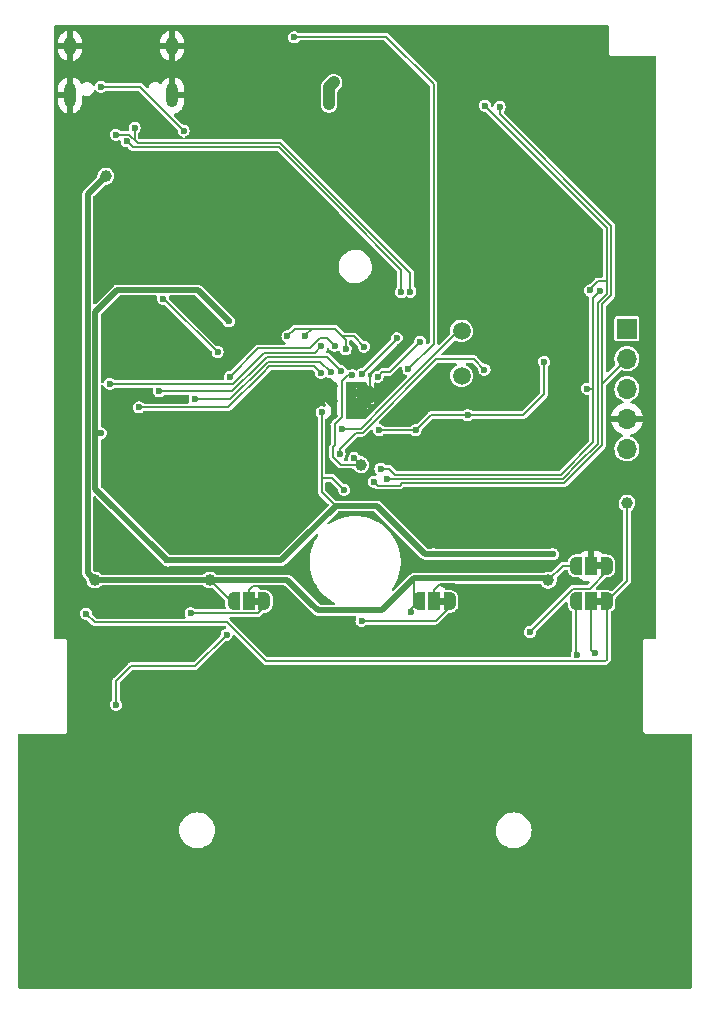
<source format=gbl>
G04 #@! TF.GenerationSoftware,KiCad,Pcbnew,6.0.11+dfsg-1~bpo11+1*
G04 #@! TF.CreationDate,2023-04-01T23:07:15-07:00*
G04 #@! TF.ProjectId,gbpunk,67627075-6e6b-42e6-9b69-6361645f7063,v4.0*
G04 #@! TF.SameCoordinates,Original*
G04 #@! TF.FileFunction,Copper,L2,Bot*
G04 #@! TF.FilePolarity,Positive*
%FSLAX46Y46*%
G04 Gerber Fmt 4.6, Leading zero omitted, Abs format (unit mm)*
G04 Created by KiCad (PCBNEW 6.0.11+dfsg-1~bpo11+1) date 2023-04-01 23:07:15*
%MOMM*%
%LPD*%
G01*
G04 APERTURE LIST*
G04 Aperture macros list*
%AMFreePoly0*
4,1,22,0.550000,-0.750000,0.000000,-0.750000,0.000000,-0.745033,-0.079941,-0.743568,-0.215256,-0.701293,-0.333266,-0.622738,-0.424486,-0.514219,-0.481581,-0.384460,-0.499164,-0.250000,-0.500000,-0.250000,-0.500000,0.250000,-0.499164,0.250000,-0.499963,0.256109,-0.478152,0.396186,-0.417904,0.524511,-0.324060,0.630769,-0.204165,0.706417,-0.067858,0.745374,0.000000,0.744959,0.000000,0.750000,
0.550000,0.750000,0.550000,-0.750000,0.550000,-0.750000,$1*%
%AMFreePoly1*
4,1,20,0.000000,0.744959,0.073905,0.744508,0.209726,0.703889,0.328688,0.626782,0.421226,0.519385,0.479903,0.390333,0.500000,0.250000,0.500000,-0.250000,0.499851,-0.262216,0.476331,-0.402017,0.414519,-0.529596,0.319384,-0.634700,0.198574,-0.708877,0.061801,-0.746166,0.000000,-0.745033,0.000000,-0.750000,-0.550000,-0.750000,-0.550000,0.750000,0.000000,0.750000,0.000000,0.744959,
0.000000,0.744959,$1*%
G04 Aperture macros list end*
G04 #@! TA.AperFunction,ComponentPad*
%ADD10C,1.500000*%
G04 #@! TD*
G04 #@! TA.AperFunction,ComponentPad*
%ADD11O,1.000000X2.100000*%
G04 #@! TD*
G04 #@! TA.AperFunction,ComponentPad*
%ADD12O,1.000000X1.600000*%
G04 #@! TD*
G04 #@! TA.AperFunction,ComponentPad*
%ADD13R,1.700000X1.700000*%
G04 #@! TD*
G04 #@! TA.AperFunction,ComponentPad*
%ADD14O,1.700000X1.700000*%
G04 #@! TD*
G04 #@! TA.AperFunction,ComponentPad*
%ADD15C,0.600000*%
G04 #@! TD*
G04 #@! TA.AperFunction,SMDPad,CuDef*
%ADD16FreePoly0,180.000000*%
G04 #@! TD*
G04 #@! TA.AperFunction,SMDPad,CuDef*
%ADD17R,1.000000X1.500000*%
G04 #@! TD*
G04 #@! TA.AperFunction,SMDPad,CuDef*
%ADD18FreePoly1,180.000000*%
G04 #@! TD*
G04 #@! TA.AperFunction,SMDPad,CuDef*
%ADD19C,1.000000*%
G04 #@! TD*
G04 #@! TA.AperFunction,ViaPad*
%ADD20C,0.600000*%
G04 #@! TD*
G04 #@! TA.AperFunction,ViaPad*
%ADD21C,1.000000*%
G04 #@! TD*
G04 #@! TA.AperFunction,Conductor*
%ADD22C,0.210000*%
G04 #@! TD*
G04 #@! TA.AperFunction,Conductor*
%ADD23C,0.500000*%
G04 #@! TD*
G04 #@! TA.AperFunction,Conductor*
%ADD24C,1.000000*%
G04 #@! TD*
G04 APERTURE END LIST*
G36*
X120900000Y-88300000D02*
G01*
X120400000Y-88300000D01*
X120400000Y-87700000D01*
X120900000Y-87700000D01*
X120900000Y-88300000D01*
G37*
G36*
X91900000Y-88300000D02*
G01*
X91400000Y-88300000D01*
X91400000Y-87700000D01*
X91900000Y-87700000D01*
X91900000Y-88300000D01*
G37*
G36*
X107600000Y-88300000D02*
G01*
X107100000Y-88300000D01*
X107100000Y-87700000D01*
X107600000Y-87700000D01*
X107600000Y-88300000D01*
G37*
G36*
X120900000Y-85300000D02*
G01*
X120400000Y-85300000D01*
X120400000Y-84700000D01*
X120900000Y-84700000D01*
X120900000Y-85300000D01*
G37*
D10*
X109000000Y-68900000D03*
X109000000Y-65100000D03*
D11*
X84500000Y-45150000D03*
X75860000Y-45150000D03*
D12*
X84500000Y-40970000D03*
X75860000Y-40970000D03*
D13*
X123000000Y-64925000D03*
D14*
X123000000Y-67465000D03*
X123000000Y-70005000D03*
X123000000Y-72545000D03*
X123000000Y-75085000D03*
D15*
X99500000Y-71000000D03*
X98225000Y-71000000D03*
X99500000Y-72275000D03*
X100775000Y-69725000D03*
X100775000Y-72275000D03*
X100775000Y-71000000D03*
X98225000Y-69725000D03*
X99500000Y-69725000D03*
X98225000Y-72275000D03*
D16*
X121300000Y-88000000D03*
D17*
X120000000Y-88000000D03*
D18*
X118700000Y-88000000D03*
D19*
X123010000Y-79690000D03*
D16*
X92300000Y-88000000D03*
D17*
X91000000Y-88000000D03*
D18*
X89700000Y-88000000D03*
D16*
X108000000Y-88000000D03*
D17*
X106700000Y-88000000D03*
D18*
X105400000Y-88000000D03*
D16*
X121300000Y-85000000D03*
D17*
X120000000Y-85000000D03*
D18*
X118700000Y-85000000D03*
D19*
X100460000Y-76420000D03*
D20*
X98840000Y-73370000D03*
X112000000Y-118000000D03*
X111210000Y-92130000D03*
X96545000Y-62495000D03*
X97230000Y-70470000D03*
X113000000Y-120000000D03*
X107030000Y-76180000D03*
X115000000Y-118000000D03*
X96280000Y-79780000D03*
X104000000Y-46860000D03*
X115000000Y-119000000D03*
X119350000Y-47900000D03*
X114000000Y-119000000D03*
X87000000Y-118000000D03*
X123000000Y-56750000D03*
X75300000Y-89230000D03*
X86000000Y-120000000D03*
X87000000Y-120000000D03*
X104510000Y-49890000D03*
X104490000Y-63930000D03*
X88000000Y-119000000D03*
X80940000Y-85000000D03*
X85000000Y-118000000D03*
X114000000Y-118000000D03*
X87680000Y-56500000D03*
X84860000Y-81990000D03*
X91630000Y-57920000D03*
X107180000Y-69030000D03*
X94590000Y-85250000D03*
X88000000Y-120000000D03*
X76110000Y-51180000D03*
X112000000Y-119000000D03*
X112880000Y-74540000D03*
X113000000Y-118000000D03*
X86000000Y-119000000D03*
X81810000Y-64560000D03*
X96400000Y-89660000D03*
X115000000Y-120000000D03*
X85000000Y-119000000D03*
X101860000Y-70350000D03*
X85000000Y-120000000D03*
X114000000Y-69920000D03*
X87000000Y-119000000D03*
X114000000Y-120000000D03*
X88000000Y-118000000D03*
X100140000Y-78820000D03*
X90900000Y-64740000D03*
X122660000Y-63110000D03*
X113000000Y-119000000D03*
X97710000Y-72810000D03*
X83000000Y-75000000D03*
X112000000Y-120000000D03*
X101990000Y-61560000D03*
X75450000Y-73400000D03*
X117000000Y-48000000D03*
X118310000Y-63710000D03*
X112420000Y-90640000D03*
X88460000Y-43110000D03*
X123130000Y-77320000D03*
X103410000Y-57470000D03*
X86000000Y-118000000D03*
X78810000Y-41630000D03*
X103780000Y-80390000D03*
X99210000Y-92170000D03*
X110580000Y-84990000D03*
X95780000Y-65550000D03*
X100740000Y-66440000D03*
X99930000Y-75870000D03*
X94260000Y-65560000D03*
X99740443Y-68869557D03*
X99189339Y-66644398D03*
D21*
X78880000Y-52000000D03*
X116350000Y-86210000D03*
X98200000Y-44070000D03*
X77950000Y-86190000D03*
X87710000Y-86190000D03*
D20*
X104760000Y-88940000D03*
D21*
X97780000Y-45920000D03*
D20*
X120260000Y-92400000D03*
X118760000Y-92510000D03*
X79760000Y-96760000D03*
X89100000Y-90830000D03*
X110960000Y-46030000D03*
X102669087Y-77622636D03*
X119864081Y-61664354D03*
X112220000Y-46140000D03*
X101560000Y-77860000D03*
X102138411Y-76765726D03*
X119640000Y-70000000D03*
X120740000Y-61710000D03*
X80640000Y-49040000D03*
X103880000Y-61810000D03*
X81320000Y-47890000D03*
X104670000Y-61790000D03*
X79730000Y-48500000D03*
X83730000Y-62370000D03*
X88350000Y-66890000D03*
X98670000Y-75540000D03*
X110940000Y-68380000D03*
X100590000Y-68740000D03*
X103510000Y-65730000D03*
X101900000Y-68980000D03*
X105480000Y-66020000D03*
X98820000Y-68510000D03*
X83398936Y-70217177D03*
X89380000Y-68990000D03*
X98251326Y-66347293D03*
X97910000Y-68620000D03*
X86400000Y-70910000D03*
X79200000Y-69590000D03*
X97140000Y-66420000D03*
X81700000Y-71570000D03*
X97070000Y-68650000D03*
X102030000Y-73510000D03*
X99040000Y-78560000D03*
X97150000Y-72000000D03*
X84090000Y-84540000D03*
X105103524Y-73514425D03*
X109520000Y-72230000D03*
X89297911Y-64297911D03*
X115990000Y-67720000D03*
X116730000Y-84000000D03*
X78450000Y-73760000D03*
X106620000Y-84000000D03*
X94840000Y-40240000D03*
X104500000Y-68360000D03*
X77200000Y-89040000D03*
X114790000Y-90600000D03*
X86060000Y-89000000D03*
X100530000Y-89650000D03*
X78450000Y-44440000D03*
X85470000Y-48140000D03*
D22*
X102612555Y-71227445D02*
X102607445Y-71227445D01*
X109000000Y-65100000D02*
X108740000Y-65100000D01*
X108740000Y-65100000D02*
X102612555Y-71227445D01*
X100464889Y-73370000D02*
X98840000Y-73370000D01*
X102607445Y-71227445D02*
X100464889Y-73370000D01*
D23*
X97760000Y-71000000D02*
X97230000Y-70470000D01*
D22*
X97710000Y-72790000D02*
X97710000Y-72810000D01*
D23*
X97615000Y-69725000D02*
X97615000Y-70075000D01*
D22*
X101270000Y-69760000D02*
X101270000Y-68791170D01*
D23*
X96850000Y-70090000D02*
X97230000Y-70470000D01*
X100460000Y-69700000D02*
X100750000Y-69700000D01*
D22*
X101270000Y-68791170D02*
X104490000Y-65571170D01*
D23*
X100775000Y-71000000D02*
X100775000Y-72275000D01*
X99500000Y-69725000D02*
X100775000Y-71000000D01*
X100775000Y-69725000D02*
X100775000Y-71000000D01*
D22*
X106700000Y-88000000D02*
X106700000Y-87040000D01*
D23*
X98225000Y-69725000D02*
X98225000Y-71000000D01*
D22*
X98225000Y-72275000D02*
X97710000Y-72790000D01*
D23*
X98225000Y-71000000D02*
X98225000Y-72275000D01*
X99500000Y-71000000D02*
X100775000Y-71000000D01*
X99500000Y-71000000D02*
X100775000Y-69725000D01*
X101210000Y-71000000D02*
X100775000Y-71000000D01*
X100750000Y-69700000D02*
X100775000Y-69725000D01*
X101860000Y-70350000D02*
X101210000Y-71000000D01*
X99500000Y-72275000D02*
X100775000Y-71000000D01*
D22*
X100140000Y-78820000D02*
X102210000Y-78820000D01*
D23*
X98225000Y-72275000D02*
X98225000Y-71465000D01*
X98225000Y-71465000D02*
X97760000Y-71000000D01*
X100775000Y-72275000D02*
X99500000Y-72275000D01*
X100435000Y-69725000D02*
X100460000Y-69700000D01*
X97615000Y-70075000D02*
X97570000Y-70120000D01*
X99500000Y-71000000D02*
X100775000Y-72275000D01*
D22*
X106700000Y-87040000D02*
X107195000Y-86545000D01*
X101860000Y-70350000D02*
X101270000Y-69760000D01*
X91000000Y-87040000D02*
X91345000Y-86695000D01*
D23*
X96885000Y-69725000D02*
X96850000Y-69760000D01*
X99500000Y-71000000D02*
X99500000Y-69725000D01*
D22*
X107195000Y-86545000D02*
X108325000Y-86545000D01*
D23*
X96850000Y-69760000D02*
X96850000Y-70090000D01*
D22*
X108325000Y-86545000D02*
X112420000Y-90640000D01*
D23*
X99500000Y-69725000D02*
X100435000Y-69725000D01*
D22*
X104490000Y-65571170D02*
X104490000Y-63930000D01*
X93435000Y-86695000D02*
X96400000Y-89660000D01*
D23*
X99500000Y-72275000D02*
X99500000Y-71000000D01*
X97615000Y-69725000D02*
X96885000Y-69725000D01*
X98225000Y-71000000D02*
X97760000Y-71000000D01*
D22*
X91000000Y-88000000D02*
X91000000Y-87040000D01*
D23*
X98225000Y-69725000D02*
X97615000Y-69725000D01*
D22*
X91345000Y-86695000D02*
X93435000Y-86695000D01*
X102210000Y-78820000D02*
X103780000Y-80390000D01*
X98111000Y-75771546D02*
X98759454Y-76420000D01*
X99740443Y-68869557D02*
X99390443Y-68869557D01*
X99390443Y-68869557D02*
X98920000Y-69340000D01*
X95780000Y-65470000D02*
X96310000Y-64940000D01*
X98759454Y-76420000D02*
X100460000Y-76420000D01*
X99860000Y-65560000D02*
X100740000Y-66440000D01*
X98920000Y-72370000D02*
X98280000Y-73010000D01*
X99189339Y-66644398D02*
X99189339Y-65839339D01*
X96310000Y-64940000D02*
X98290000Y-64940000D01*
X98910000Y-65560000D02*
X99860000Y-65560000D01*
X98280000Y-74800000D02*
X98111000Y-74969000D01*
X98280000Y-73010000D02*
X98280000Y-74800000D01*
X99930000Y-75890000D02*
X100460000Y-76420000D01*
X95780000Y-65550000D02*
X95780000Y-65470000D01*
X98111000Y-74969000D02*
X98111000Y-75771546D01*
X99189339Y-65839339D02*
X98910000Y-65560000D01*
X98290000Y-64940000D02*
X98910000Y-65560000D01*
X94260000Y-65560000D02*
X94880000Y-64940000D01*
X98920000Y-69340000D02*
X98920000Y-72370000D01*
X94880000Y-64940000D02*
X96310000Y-64940000D01*
X99930000Y-75870000D02*
X99930000Y-75890000D01*
X104760000Y-88940000D02*
X104760000Y-88640000D01*
D23*
X78880000Y-52000000D02*
X77350000Y-53530000D01*
X87710000Y-86190000D02*
X94250000Y-86190000D01*
X105000000Y-86040000D02*
X116180000Y-86040000D01*
D22*
X104760000Y-88640000D02*
X105400000Y-88000000D01*
D23*
X116180000Y-86040000D02*
X116350000Y-86210000D01*
X77350000Y-53530000D02*
X77350000Y-56950000D01*
X77350000Y-85590000D02*
X77950000Y-86190000D01*
D24*
X97780000Y-45920000D02*
X97780000Y-44490000D01*
D22*
X105000000Y-86040000D02*
X105000000Y-87600000D01*
D23*
X77950000Y-86190000D02*
X87710000Y-86190000D01*
D22*
X118700000Y-85000000D02*
X117560000Y-85000000D01*
X89700000Y-88000000D02*
X89520000Y-88000000D01*
D23*
X102280000Y-88760000D02*
X105000000Y-86040000D01*
X94250000Y-86190000D02*
X96250000Y-88190000D01*
X96820000Y-88760000D02*
X101300000Y-88760000D01*
D22*
X117560000Y-85000000D02*
X116350000Y-86210000D01*
X105000000Y-87600000D02*
X105400000Y-88000000D01*
D23*
X77350000Y-56950000D02*
X77350000Y-85590000D01*
D22*
X89520000Y-88000000D02*
X87710000Y-86190000D01*
D24*
X97780000Y-44490000D02*
X98200000Y-44070000D01*
D23*
X101300000Y-88760000D02*
X102280000Y-88760000D01*
X96250000Y-88190000D02*
X96820000Y-88760000D01*
D22*
X120000000Y-88000000D02*
X120000000Y-92140000D01*
X120000000Y-92140000D02*
X120260000Y-92400000D01*
X118700000Y-92450000D02*
X118760000Y-92510000D01*
X118700000Y-88000000D02*
X118700000Y-92450000D01*
X89100000Y-90830000D02*
X86450000Y-93480000D01*
X79760000Y-94730000D02*
X79760000Y-96760000D01*
X86450000Y-93480000D02*
X81010000Y-93480000D01*
X81010000Y-93480000D02*
X79760000Y-94730000D01*
X121319000Y-61949830D02*
X121319000Y-60901000D01*
X118900442Y-76280442D02*
X120520000Y-74660884D01*
X119864081Y-61664354D02*
X119864081Y-61565919D01*
X120520000Y-69540000D02*
X120520000Y-62748830D01*
X117558248Y-77622636D02*
X118900442Y-76280442D01*
X121319000Y-56389000D02*
X110960000Y-46030000D01*
X121319000Y-60901000D02*
X121319000Y-56389000D01*
X120520000Y-74660884D02*
X120520000Y-70400000D01*
X120529000Y-60901000D02*
X121319000Y-60901000D01*
X102669087Y-77622636D02*
X117558248Y-77622636D01*
X120520000Y-62748830D02*
X121319000Y-61949830D01*
X119864081Y-61565919D02*
X120529000Y-60901000D01*
X120520000Y-70400000D02*
X120520000Y-69540000D01*
X115302636Y-77982636D02*
X103980000Y-77982636D01*
X121679000Y-62098947D02*
X120910000Y-62867946D01*
X103980000Y-77982636D02*
X103761000Y-78201636D01*
X123000000Y-67465000D02*
X120985000Y-69480000D01*
X120910000Y-69480000D02*
X120910000Y-74780000D01*
X112220000Y-46140000D02*
X112220000Y-46740000D01*
X101901636Y-78201636D02*
X101560000Y-77860000D01*
X120985000Y-69480000D02*
X120910000Y-69480000D01*
X115310000Y-77990000D02*
X115302636Y-77982636D01*
X121679000Y-56199000D02*
X121679000Y-62098947D01*
X120910000Y-62867946D02*
X120910000Y-69480000D01*
X103761000Y-78201636D02*
X101901636Y-78201636D01*
X112220000Y-46740000D02*
X121679000Y-56199000D01*
X120910000Y-74780000D02*
X117700000Y-77990000D01*
X117700000Y-77990000D02*
X115310000Y-77990000D01*
X120130884Y-70059116D02*
X120130884Y-62319116D01*
X120130884Y-62319116D02*
X120740000Y-61710000D01*
X117409132Y-77262636D02*
X120130884Y-74540884D01*
X119640000Y-70000000D02*
X119699116Y-70059116D01*
X119699116Y-70059116D02*
X120130884Y-70059116D01*
X102138411Y-76765726D02*
X102873090Y-76765726D01*
X102873090Y-76765726D02*
X103370000Y-77262636D01*
X103370000Y-77262636D02*
X117409132Y-77262636D01*
X120130884Y-74540884D02*
X120130884Y-70059116D01*
X98870000Y-54900000D02*
X93520000Y-49550000D01*
X103880000Y-59910000D02*
X98870000Y-54900000D01*
X103880000Y-61810000D02*
X103880000Y-59910000D01*
X93520000Y-49550000D02*
X81720000Y-49550000D01*
X81720000Y-49550000D02*
X81150000Y-49550000D01*
X81150000Y-49550000D02*
X80640000Y-49040000D01*
X104670000Y-60190884D02*
X93669117Y-49190000D01*
X79749000Y-48481000D02*
X79730000Y-48500000D01*
X104670000Y-61790000D02*
X104670000Y-60190884D01*
X81580546Y-49190000D02*
X80871546Y-48481000D01*
X80871546Y-48481000D02*
X79749000Y-48481000D01*
X93669117Y-49190000D02*
X81580546Y-49190000D01*
X81320000Y-47890000D02*
X81320000Y-48929454D01*
X81320000Y-48929454D02*
X81580546Y-49190000D01*
X83830000Y-62370000D02*
X83730000Y-62370000D01*
X88350000Y-66890000D02*
X83830000Y-62370000D01*
X110054558Y-67494558D02*
X106854558Y-67494558D01*
X98670000Y-75140000D02*
X98670000Y-75540000D01*
X110940000Y-68380000D02*
X110054558Y-67494558D01*
X106854558Y-67494558D02*
X100619115Y-73730001D01*
X100080000Y-73730000D02*
X98670000Y-75140000D01*
X100619115Y-73730001D02*
X100080000Y-73730000D01*
X103510000Y-65820000D02*
X103510000Y-65730000D01*
X100590000Y-68740000D02*
X103510000Y-65820000D01*
X103510000Y-65890000D02*
X103510000Y-65730000D01*
X102917420Y-68582580D02*
X105480000Y-66020000D01*
X102297420Y-68582580D02*
X102917420Y-68582580D01*
X101900000Y-68980000D02*
X102297420Y-68582580D01*
X92500000Y-67300000D02*
X91900000Y-67900000D01*
X97610000Y-67300000D02*
X98820000Y-68510000D01*
X91900000Y-67900000D02*
X89582823Y-70217177D01*
X89582823Y-70217177D02*
X83398936Y-70217177D01*
X97180000Y-67300000D02*
X92500000Y-67300000D01*
X97180000Y-67300000D02*
X97610000Y-67300000D01*
X96150000Y-66580000D02*
X97000000Y-65730000D01*
X92150000Y-66590000D02*
X91780000Y-66590000D01*
X97634033Y-65730000D02*
X98251326Y-66347293D01*
X92160000Y-66580000D02*
X96150000Y-66580000D01*
X97000000Y-65730000D02*
X97634033Y-65730000D01*
X91780000Y-66590000D02*
X89380000Y-68990000D01*
X92150000Y-66590000D02*
X92160000Y-66580000D01*
X89399116Y-70910000D02*
X86400000Y-70910000D01*
X97020000Y-67730000D02*
X92579116Y-67730000D01*
X92579116Y-67730000D02*
X92159558Y-68149558D01*
X97910000Y-68620000D02*
X97020000Y-67730000D01*
X92159558Y-68149558D02*
X89399116Y-70910000D01*
X89659116Y-69590000D02*
X79200000Y-69590000D01*
X97140000Y-66420000D02*
X96620000Y-66940000D01*
X92500000Y-66940000D02*
X92309116Y-66940000D01*
X96620000Y-66940000D02*
X92500000Y-66940000D01*
X92309116Y-66940000D02*
X89659116Y-69590000D01*
X92740000Y-68090000D02*
X92180000Y-68650000D01*
X96510000Y-68090000D02*
X92740000Y-68090000D01*
X92180000Y-68650000D02*
X89260000Y-71570000D01*
X89260000Y-71570000D02*
X81700000Y-71570000D01*
X97070000Y-68650000D02*
X96510000Y-68090000D01*
X114200000Y-72230000D02*
X115990000Y-70440000D01*
X115990000Y-70440000D02*
X115990000Y-67720000D01*
X99040000Y-78560000D02*
X98053364Y-77573364D01*
X98053364Y-77573364D02*
X98053364Y-77562284D01*
D23*
X100640000Y-79930000D02*
X101850000Y-79930000D01*
D22*
X78430000Y-73740000D02*
X78450000Y-73760000D01*
X109520000Y-72230000D02*
X114200000Y-72230000D01*
X106387949Y-72230000D02*
X109520000Y-72230000D01*
X97177716Y-77562284D02*
X97150000Y-77590000D01*
D23*
X78000000Y-78450000D02*
X78000000Y-73740000D01*
X84090000Y-84540000D02*
X78000000Y-78450000D01*
D22*
X102034425Y-73514425D02*
X105103524Y-73514425D01*
X105103524Y-73514425D02*
X106387949Y-72230000D01*
D23*
X104930000Y-83010000D02*
X105920000Y-84000000D01*
X98350000Y-79930000D02*
X100640000Y-79930000D01*
X93740000Y-84540000D02*
X95530000Y-82750000D01*
D22*
X98053364Y-77562284D02*
X97177716Y-77562284D01*
X97150000Y-77590000D02*
X97150000Y-78730000D01*
D23*
X78000000Y-73740000D02*
X78000000Y-73220000D01*
X79854000Y-61646000D02*
X86646000Y-61646000D01*
D22*
X97150000Y-72000000D02*
X97150000Y-77590000D01*
D23*
X106620000Y-84000000D02*
X116730000Y-84000000D01*
D22*
X102030000Y-73510000D02*
X102034425Y-73514425D01*
D23*
X78000000Y-63500000D02*
X79854000Y-61646000D01*
D22*
X97150000Y-78730000D02*
X98350000Y-79930000D01*
D23*
X105920000Y-84000000D02*
X106620000Y-84000000D01*
X78000000Y-73220000D02*
X78000000Y-63500000D01*
D22*
X78000000Y-73740000D02*
X78430000Y-73740000D01*
D23*
X86646000Y-61646000D02*
X89297911Y-64297911D01*
X84090000Y-84540000D02*
X93740000Y-84540000D01*
X95530000Y-82750000D02*
X98350000Y-79930000D01*
X101850000Y-79930000D02*
X104930000Y-83010000D01*
D22*
X106630000Y-44220000D02*
X102600000Y-40190000D01*
X102600000Y-40190000D02*
X94890000Y-40190000D01*
X106630000Y-66230000D02*
X106630000Y-44220000D01*
X94890000Y-40190000D02*
X94840000Y-40240000D01*
X104500000Y-68360000D02*
X106630000Y-66230000D01*
X121310000Y-92930000D02*
X121310000Y-91042546D01*
X121300000Y-91032546D02*
X121300000Y-88000000D01*
X89160000Y-89770000D02*
X92459000Y-93069000D01*
X123010000Y-79690000D02*
X123010000Y-86290000D01*
X121171000Y-93069000D02*
X121310000Y-92930000D01*
X77200000Y-89040000D02*
X77930000Y-89770000D01*
X77930000Y-89770000D02*
X89160000Y-89770000D01*
X123010000Y-86290000D02*
X121300000Y-88000000D01*
X92459000Y-93069000D02*
X121171000Y-93069000D01*
X121310000Y-91042546D02*
X121300000Y-91032546D01*
X114790000Y-90590000D02*
X114790000Y-90600000D01*
X118460000Y-86920000D02*
X114790000Y-90590000D01*
X119840000Y-86920000D02*
X118460000Y-86920000D01*
X121300000Y-85460000D02*
X119840000Y-86920000D01*
X121300000Y-85000000D02*
X121300000Y-85460000D01*
X86065000Y-89005000D02*
X86060000Y-89000000D01*
X92300000Y-88460000D02*
X91755000Y-89005000D01*
X91755000Y-89005000D02*
X86065000Y-89005000D01*
X92300000Y-88000000D02*
X92300000Y-88460000D01*
X108000000Y-88000000D02*
X108000000Y-88460000D01*
X106810000Y-89650000D02*
X100530000Y-89650000D01*
X108000000Y-88460000D02*
X106810000Y-89650000D01*
X81770000Y-44440000D02*
X78450000Y-44440000D01*
X85470000Y-48140000D02*
X81770000Y-44440000D01*
G04 #@! TA.AperFunction,Conductor*
G36*
X121431621Y-39230502D02*
G01*
X121478114Y-39284158D01*
X121489500Y-39336500D01*
X121489500Y-41593452D01*
X121489453Y-41647835D01*
X121495595Y-41660626D01*
X121496458Y-41664423D01*
X121500605Y-41676296D01*
X121502290Y-41679798D01*
X121505446Y-41693633D01*
X121514288Y-41704730D01*
X121516127Y-41708550D01*
X121522237Y-41718291D01*
X121524882Y-41721617D01*
X121531025Y-41734409D01*
X121542107Y-41743272D01*
X121544526Y-41746313D01*
X121553415Y-41755218D01*
X121556453Y-41757644D01*
X121565296Y-41768740D01*
X121578076Y-41774904D01*
X121581398Y-41777556D01*
X121591122Y-41783679D01*
X121594945Y-41785527D01*
X121606028Y-41794391D01*
X121619857Y-41797571D01*
X121623352Y-41799261D01*
X121635237Y-41803435D01*
X121639020Y-41804301D01*
X121651797Y-41810464D01*
X121676017Y-41810485D01*
X121676015Y-41812774D01*
X121676083Y-41812789D01*
X121676083Y-41810500D01*
X121693452Y-41810500D01*
X121747516Y-41810547D01*
X121747835Y-41810547D01*
X121747933Y-41810500D01*
X125363500Y-41810500D01*
X125431621Y-41830502D01*
X125478114Y-41884158D01*
X125489500Y-41936500D01*
X125489500Y-91063500D01*
X125469498Y-91131621D01*
X125415842Y-91178114D01*
X125363500Y-91189500D01*
X124606548Y-91189500D01*
X124566355Y-91189465D01*
X124566354Y-91189465D01*
X124552165Y-91189453D01*
X124539374Y-91195595D01*
X124535577Y-91196458D01*
X124523704Y-91200605D01*
X124520202Y-91202290D01*
X124506367Y-91205446D01*
X124495270Y-91214288D01*
X124491450Y-91216127D01*
X124481709Y-91222237D01*
X124478383Y-91224882D01*
X124465591Y-91231025D01*
X124456728Y-91242107D01*
X124453687Y-91244526D01*
X124444782Y-91253415D01*
X124442356Y-91256453D01*
X124431260Y-91265296D01*
X124425096Y-91278076D01*
X124422444Y-91281398D01*
X124416321Y-91291122D01*
X124414473Y-91294945D01*
X124405609Y-91306028D01*
X124402429Y-91319857D01*
X124400739Y-91323352D01*
X124396565Y-91335237D01*
X124395699Y-91339020D01*
X124389536Y-91351797D01*
X124389515Y-91376017D01*
X124387226Y-91376015D01*
X124387211Y-91376083D01*
X124389500Y-91376083D01*
X124389500Y-91393452D01*
X124389474Y-91423983D01*
X124389453Y-91447835D01*
X124389500Y-91447933D01*
X124389500Y-98993452D01*
X124389474Y-99023985D01*
X124389453Y-99047835D01*
X124395595Y-99060626D01*
X124396458Y-99064423D01*
X124400605Y-99076296D01*
X124402290Y-99079798D01*
X124405446Y-99093633D01*
X124414288Y-99104730D01*
X124416127Y-99108550D01*
X124422237Y-99118291D01*
X124424882Y-99121617D01*
X124431025Y-99134409D01*
X124442107Y-99143272D01*
X124444526Y-99146313D01*
X124453415Y-99155218D01*
X124456453Y-99157644D01*
X124465296Y-99168740D01*
X124478076Y-99174904D01*
X124481398Y-99177556D01*
X124491122Y-99183679D01*
X124494945Y-99185527D01*
X124506028Y-99194391D01*
X124519857Y-99197571D01*
X124523352Y-99199261D01*
X124535237Y-99203435D01*
X124539020Y-99204301D01*
X124551797Y-99210464D01*
X124576017Y-99210485D01*
X124576015Y-99212774D01*
X124576083Y-99212789D01*
X124576083Y-99210500D01*
X124593452Y-99210500D01*
X124647516Y-99210547D01*
X124647835Y-99210547D01*
X124647933Y-99210500D01*
X128413500Y-99210500D01*
X128481621Y-99230502D01*
X128528114Y-99284158D01*
X128539500Y-99336500D01*
X128539500Y-120663500D01*
X128519498Y-120731621D01*
X128465842Y-120778114D01*
X128413500Y-120789500D01*
X71586500Y-120789500D01*
X71518379Y-120769498D01*
X71471886Y-120715842D01*
X71460500Y-120663500D01*
X71460500Y-107390000D01*
X85094829Y-107390000D01*
X85095217Y-107394930D01*
X85095217Y-107394933D01*
X85102849Y-107491910D01*
X85113483Y-107627025D01*
X85114637Y-107631832D01*
X85114638Y-107631838D01*
X85143891Y-107753683D01*
X85168987Y-107858214D01*
X85170880Y-107862785D01*
X85170881Y-107862787D01*
X85230658Y-108007100D01*
X85259973Y-108077873D01*
X85384201Y-108280595D01*
X85538612Y-108461388D01*
X85719405Y-108615799D01*
X85922127Y-108740027D01*
X85926697Y-108741920D01*
X85926701Y-108741922D01*
X86137213Y-108829119D01*
X86141786Y-108831013D01*
X86223107Y-108850537D01*
X86368162Y-108885362D01*
X86368168Y-108885363D01*
X86372975Y-108886517D01*
X86610000Y-108905171D01*
X86847025Y-108886517D01*
X86851832Y-108885363D01*
X86851838Y-108885362D01*
X86996893Y-108850537D01*
X87078214Y-108831013D01*
X87082787Y-108829119D01*
X87293299Y-108741922D01*
X87293303Y-108741920D01*
X87297873Y-108740027D01*
X87500595Y-108615799D01*
X87681388Y-108461388D01*
X87835799Y-108280595D01*
X87960027Y-108077873D01*
X87989343Y-108007100D01*
X88049119Y-107862787D01*
X88049120Y-107862785D01*
X88051013Y-107858214D01*
X88076109Y-107753683D01*
X88105362Y-107631838D01*
X88105363Y-107631832D01*
X88106517Y-107627025D01*
X88125171Y-107390000D01*
X111894829Y-107390000D01*
X111895217Y-107394930D01*
X111895217Y-107394933D01*
X111902849Y-107491910D01*
X111913483Y-107627025D01*
X111914637Y-107631832D01*
X111914638Y-107631838D01*
X111943891Y-107753683D01*
X111968987Y-107858214D01*
X111970880Y-107862785D01*
X111970881Y-107862787D01*
X112030658Y-108007100D01*
X112059973Y-108077873D01*
X112184201Y-108280595D01*
X112338612Y-108461388D01*
X112519405Y-108615799D01*
X112722127Y-108740027D01*
X112726697Y-108741920D01*
X112726701Y-108741922D01*
X112937213Y-108829119D01*
X112941786Y-108831013D01*
X113023107Y-108850537D01*
X113168162Y-108885362D01*
X113168168Y-108885363D01*
X113172975Y-108886517D01*
X113410000Y-108905171D01*
X113647025Y-108886517D01*
X113651832Y-108885363D01*
X113651838Y-108885362D01*
X113796893Y-108850537D01*
X113878214Y-108831013D01*
X113882787Y-108829119D01*
X114093299Y-108741922D01*
X114093303Y-108741920D01*
X114097873Y-108740027D01*
X114300595Y-108615799D01*
X114481388Y-108461388D01*
X114635799Y-108280595D01*
X114760027Y-108077873D01*
X114789343Y-108007100D01*
X114849119Y-107862787D01*
X114849120Y-107862785D01*
X114851013Y-107858214D01*
X114876109Y-107753683D01*
X114905362Y-107631838D01*
X114905363Y-107631832D01*
X114906517Y-107627025D01*
X114925171Y-107390000D01*
X114906517Y-107152975D01*
X114905362Y-107148164D01*
X114905362Y-107148162D01*
X114852168Y-106926598D01*
X114851013Y-106921786D01*
X114849119Y-106917213D01*
X114761922Y-106706701D01*
X114761920Y-106706697D01*
X114760027Y-106702127D01*
X114635799Y-106499405D01*
X114481388Y-106318612D01*
X114300595Y-106164201D01*
X114097873Y-106039973D01*
X114093303Y-106038080D01*
X114093299Y-106038078D01*
X113882787Y-105950881D01*
X113882785Y-105950880D01*
X113878214Y-105948987D01*
X113796893Y-105929463D01*
X113651838Y-105894638D01*
X113651832Y-105894637D01*
X113647025Y-105893483D01*
X113410000Y-105874829D01*
X113172975Y-105893483D01*
X113168168Y-105894637D01*
X113168162Y-105894638D01*
X113023107Y-105929463D01*
X112941786Y-105948987D01*
X112937215Y-105950880D01*
X112937213Y-105950881D01*
X112726701Y-106038078D01*
X112726697Y-106038080D01*
X112722127Y-106039973D01*
X112519405Y-106164201D01*
X112338612Y-106318612D01*
X112184201Y-106499405D01*
X112059973Y-106702127D01*
X112058080Y-106706697D01*
X112058078Y-106706701D01*
X111970881Y-106917213D01*
X111968987Y-106921786D01*
X111919653Y-107127275D01*
X111914639Y-107148162D01*
X111913483Y-107152975D01*
X111913095Y-107157908D01*
X111897074Y-107361480D01*
X111897073Y-107361480D01*
X111897074Y-107361483D01*
X111894829Y-107390000D01*
X88125171Y-107390000D01*
X88106517Y-107152975D01*
X88105362Y-107148164D01*
X88105362Y-107148162D01*
X88052168Y-106926598D01*
X88051013Y-106921786D01*
X88049119Y-106917213D01*
X87961922Y-106706701D01*
X87961920Y-106706697D01*
X87960027Y-106702127D01*
X87835799Y-106499405D01*
X87681388Y-106318612D01*
X87500595Y-106164201D01*
X87297873Y-106039973D01*
X87293303Y-106038080D01*
X87293299Y-106038078D01*
X87082787Y-105950881D01*
X87082785Y-105950880D01*
X87078214Y-105948987D01*
X86996893Y-105929463D01*
X86851838Y-105894638D01*
X86851832Y-105894637D01*
X86847025Y-105893483D01*
X86610000Y-105874829D01*
X86372975Y-105893483D01*
X86368168Y-105894637D01*
X86368162Y-105894638D01*
X86223107Y-105929463D01*
X86141786Y-105948987D01*
X86137215Y-105950880D01*
X86137213Y-105950881D01*
X85926701Y-106038078D01*
X85926697Y-106038080D01*
X85922127Y-106039973D01*
X85719405Y-106164201D01*
X85538612Y-106318612D01*
X85384201Y-106499405D01*
X85259973Y-106702127D01*
X85258080Y-106706697D01*
X85258078Y-106706701D01*
X85170881Y-106917213D01*
X85168987Y-106921786D01*
X85119653Y-107127275D01*
X85114639Y-107148162D01*
X85113483Y-107152975D01*
X85113095Y-107157908D01*
X85097074Y-107361480D01*
X85097073Y-107361480D01*
X85097074Y-107361483D01*
X85094829Y-107390000D01*
X71460500Y-107390000D01*
X71460500Y-99336500D01*
X71480502Y-99268379D01*
X71534158Y-99221886D01*
X71586500Y-99210500D01*
X75393452Y-99210500D01*
X75433645Y-99210535D01*
X75433646Y-99210535D01*
X75447835Y-99210547D01*
X75460626Y-99204405D01*
X75464423Y-99203542D01*
X75476296Y-99199395D01*
X75479798Y-99197710D01*
X75493633Y-99194554D01*
X75504730Y-99185712D01*
X75508550Y-99183873D01*
X75518291Y-99177763D01*
X75521617Y-99175118D01*
X75534409Y-99168975D01*
X75543272Y-99157893D01*
X75546313Y-99155474D01*
X75555218Y-99146585D01*
X75557644Y-99143547D01*
X75568740Y-99134704D01*
X75574904Y-99121924D01*
X75577556Y-99118602D01*
X75583679Y-99108878D01*
X75585527Y-99105055D01*
X75594391Y-99093972D01*
X75597571Y-99080143D01*
X75599261Y-99076648D01*
X75603435Y-99064763D01*
X75604301Y-99060980D01*
X75610464Y-99048203D01*
X75610485Y-99023983D01*
X75612774Y-99023985D01*
X75612789Y-99023917D01*
X75610500Y-99023917D01*
X75610500Y-99006548D01*
X75610547Y-98952484D01*
X75610547Y-98952165D01*
X75610500Y-98952067D01*
X75610500Y-91406548D01*
X75610525Y-91377332D01*
X75610535Y-91366355D01*
X75610535Y-91366354D01*
X75610547Y-91352165D01*
X75604405Y-91339374D01*
X75603542Y-91335577D01*
X75599395Y-91323704D01*
X75597710Y-91320202D01*
X75594554Y-91306367D01*
X75585712Y-91295270D01*
X75583873Y-91291450D01*
X75577763Y-91281709D01*
X75575118Y-91278383D01*
X75568975Y-91265591D01*
X75557893Y-91256728D01*
X75555474Y-91253687D01*
X75546585Y-91244782D01*
X75543547Y-91242356D01*
X75534704Y-91231260D01*
X75521924Y-91225096D01*
X75518602Y-91222444D01*
X75508878Y-91216321D01*
X75505055Y-91214473D01*
X75493972Y-91205609D01*
X75480143Y-91202429D01*
X75476648Y-91200739D01*
X75464763Y-91196565D01*
X75460980Y-91195699D01*
X75448203Y-91189536D01*
X75423983Y-91189515D01*
X75423985Y-91187226D01*
X75423917Y-91187211D01*
X75423917Y-91189500D01*
X75406548Y-91189500D01*
X75352484Y-91189453D01*
X75352165Y-91189453D01*
X75352067Y-91189500D01*
X74636500Y-91189500D01*
X74568379Y-91169498D01*
X74521886Y-91115842D01*
X74510500Y-91063500D01*
X74510500Y-89033699D01*
X76684288Y-89033699D01*
X76685452Y-89042601D01*
X76685452Y-89042604D01*
X76701991Y-89169075D01*
X76703249Y-89178695D01*
X76762143Y-89312542D01*
X76856236Y-89424479D01*
X76863707Y-89429452D01*
X76863708Y-89429453D01*
X76970491Y-89500534D01*
X76970493Y-89500535D01*
X76977964Y-89505508D01*
X76986531Y-89508185D01*
X76986532Y-89508185D01*
X77108975Y-89546440D01*
X77108977Y-89546440D01*
X77117541Y-89549116D01*
X77214811Y-89550898D01*
X77282553Y-89572145D01*
X77301597Y-89587782D01*
X77693277Y-89979462D01*
X77700703Y-89987565D01*
X77724072Y-90015415D01*
X77733615Y-90020925D01*
X77733619Y-90020928D01*
X77755551Y-90033590D01*
X77764818Y-90039494D01*
X77794607Y-90060352D01*
X77805256Y-90063205D01*
X77808005Y-90064487D01*
X77810877Y-90065533D01*
X77820428Y-90071047D01*
X77831285Y-90072961D01*
X77831287Y-90072962D01*
X77856227Y-90077359D01*
X77866949Y-90079735D01*
X77902079Y-90089148D01*
X77938301Y-90085979D01*
X77949283Y-90085500D01*
X88947700Y-90085500D01*
X89015821Y-90105502D01*
X89062314Y-90159158D01*
X89072418Y-90229432D01*
X89042924Y-90294012D01*
X88982325Y-90332649D01*
X88889404Y-90359206D01*
X88765732Y-90437237D01*
X88759789Y-90443966D01*
X88755159Y-90449209D01*
X88668932Y-90546841D01*
X88606786Y-90679209D01*
X88605405Y-90688078D01*
X88593446Y-90764886D01*
X88584288Y-90823699D01*
X88585452Y-90832603D01*
X88585343Y-90841574D01*
X88583076Y-90841546D01*
X88574006Y-90899360D01*
X88549168Y-90934647D01*
X86356221Y-93127595D01*
X86293909Y-93161620D01*
X86267126Y-93164500D01*
X81029269Y-93164500D01*
X81018286Y-93164020D01*
X80993064Y-93161813D01*
X80993063Y-93161813D01*
X80982079Y-93160852D01*
X80946949Y-93170265D01*
X80936227Y-93172641D01*
X80911287Y-93177038D01*
X80911285Y-93177039D01*
X80900428Y-93178953D01*
X80890878Y-93184467D01*
X80888010Y-93185511D01*
X80885258Y-93186794D01*
X80874607Y-93189648D01*
X80844828Y-93210500D01*
X80835558Y-93216405D01*
X80813621Y-93229071D01*
X80813618Y-93229074D01*
X80804072Y-93234585D01*
X80796987Y-93243029D01*
X80780697Y-93262442D01*
X80773271Y-93270545D01*
X79550544Y-94493272D01*
X79542441Y-94500698D01*
X79514585Y-94524072D01*
X79509074Y-94533618D01*
X79496408Y-94555556D01*
X79490502Y-94564826D01*
X79469649Y-94594607D01*
X79466797Y-94605251D01*
X79465503Y-94608025D01*
X79464462Y-94610886D01*
X79458953Y-94620428D01*
X79457039Y-94631280D01*
X79457039Y-94631281D01*
X79452639Y-94656236D01*
X79450263Y-94666954D01*
X79440852Y-94702078D01*
X79441812Y-94713053D01*
X79441812Y-94713054D01*
X79444021Y-94738301D01*
X79444500Y-94749282D01*
X79444500Y-96298312D01*
X79424498Y-96366433D01*
X79412942Y-96381719D01*
X79328932Y-96476841D01*
X79266786Y-96609209D01*
X79244288Y-96753699D01*
X79245452Y-96762601D01*
X79245452Y-96762604D01*
X79262085Y-96889796D01*
X79263249Y-96898695D01*
X79322143Y-97032542D01*
X79416236Y-97144479D01*
X79423707Y-97149452D01*
X79423708Y-97149453D01*
X79530491Y-97220534D01*
X79530493Y-97220535D01*
X79537964Y-97225508D01*
X79546531Y-97228185D01*
X79546532Y-97228185D01*
X79668975Y-97266440D01*
X79668977Y-97266440D01*
X79677541Y-97269116D01*
X79745455Y-97270360D01*
X79814770Y-97271631D01*
X79814773Y-97271631D01*
X79823747Y-97271795D01*
X79870463Y-97259059D01*
X79956167Y-97235694D01*
X79956170Y-97235693D01*
X79964829Y-97233332D01*
X79972479Y-97228635D01*
X79972481Y-97228634D01*
X80081793Y-97161517D01*
X80081796Y-97161514D01*
X80089445Y-97156818D01*
X80096112Y-97149453D01*
X80181548Y-97055064D01*
X80181549Y-97055063D01*
X80187576Y-97048404D01*
X80251335Y-96916805D01*
X80275596Y-96772601D01*
X80275750Y-96760000D01*
X80255020Y-96615246D01*
X80194495Y-96482129D01*
X80106047Y-96379481D01*
X80076733Y-96314819D01*
X80075500Y-96297233D01*
X80075500Y-94912874D01*
X80095502Y-94844753D01*
X80112405Y-94823779D01*
X81103779Y-93832405D01*
X81166091Y-93798379D01*
X81192874Y-93795500D01*
X86430732Y-93795500D01*
X86441715Y-93795980D01*
X86466937Y-93798187D01*
X86466938Y-93798187D01*
X86477922Y-93799148D01*
X86513046Y-93789737D01*
X86523761Y-93787362D01*
X86533226Y-93785693D01*
X86548719Y-93782961D01*
X86548720Y-93782961D01*
X86559572Y-93781047D01*
X86569114Y-93775538D01*
X86571975Y-93774497D01*
X86574749Y-93773203D01*
X86585393Y-93770351D01*
X86615174Y-93749498D01*
X86624438Y-93743596D01*
X86655928Y-93725415D01*
X86679303Y-93697558D01*
X86686729Y-93689455D01*
X88998853Y-91377332D01*
X89061165Y-91343306D01*
X89090255Y-91340448D01*
X89163747Y-91341795D01*
X89187802Y-91335237D01*
X89296167Y-91305694D01*
X89296170Y-91305693D01*
X89304829Y-91303332D01*
X89312479Y-91298635D01*
X89312481Y-91298634D01*
X89421793Y-91231517D01*
X89421796Y-91231514D01*
X89429445Y-91226818D01*
X89438947Y-91216321D01*
X89521548Y-91125064D01*
X89521549Y-91125063D01*
X89527576Y-91118404D01*
X89531923Y-91109433D01*
X89587420Y-90994886D01*
X89587420Y-90994885D01*
X89591335Y-90986805D01*
X89592824Y-90977956D01*
X89592825Y-90977952D01*
X89599651Y-90937375D01*
X89630677Y-90873517D01*
X89691303Y-90836570D01*
X89762279Y-90838265D01*
X89813000Y-90869184D01*
X91048266Y-92104451D01*
X92222277Y-93278462D01*
X92229703Y-93286565D01*
X92253072Y-93314415D01*
X92262615Y-93319925D01*
X92262619Y-93319928D01*
X92284551Y-93332590D01*
X92293818Y-93338494D01*
X92323607Y-93359352D01*
X92334256Y-93362205D01*
X92337005Y-93363487D01*
X92339877Y-93364533D01*
X92349428Y-93370047D01*
X92360285Y-93371961D01*
X92360287Y-93371962D01*
X92385227Y-93376359D01*
X92395949Y-93378735D01*
X92431079Y-93388148D01*
X92467301Y-93384979D01*
X92478283Y-93384500D01*
X121151732Y-93384500D01*
X121162715Y-93384980D01*
X121187937Y-93387187D01*
X121187938Y-93387187D01*
X121198922Y-93388148D01*
X121234046Y-93378737D01*
X121244761Y-93376362D01*
X121254226Y-93374693D01*
X121269719Y-93371961D01*
X121269720Y-93371961D01*
X121280572Y-93370047D01*
X121290114Y-93364538D01*
X121292975Y-93363497D01*
X121295749Y-93362203D01*
X121306393Y-93359351D01*
X121336177Y-93338496D01*
X121345438Y-93332596D01*
X121376928Y-93314415D01*
X121400292Y-93286571D01*
X121407718Y-93278466D01*
X121519473Y-93166712D01*
X121527565Y-93159297D01*
X121555415Y-93135928D01*
X121560928Y-93126380D01*
X121560930Y-93126377D01*
X121573590Y-93104449D01*
X121579496Y-93095178D01*
X121594028Y-93074424D01*
X121600352Y-93065393D01*
X121603205Y-93054744D01*
X121604487Y-93051995D01*
X121605533Y-93049123D01*
X121611047Y-93039572D01*
X121617359Y-93003773D01*
X121619735Y-92993051D01*
X121629148Y-92957921D01*
X121625979Y-92921699D01*
X121625500Y-92910717D01*
X121625500Y-91061814D01*
X121625980Y-91050831D01*
X121628187Y-91025607D01*
X121629148Y-91014624D01*
X121619793Y-90979709D01*
X121615500Y-90947099D01*
X121615500Y-88965447D01*
X121635502Y-88897326D01*
X121674264Y-88858886D01*
X121741919Y-88816199D01*
X121788262Y-88776758D01*
X121883070Y-88669407D01*
X121890465Y-88658150D01*
X121914016Y-88622296D01*
X121916478Y-88618548D01*
X121918630Y-88613966D01*
X121960917Y-88523897D01*
X121977347Y-88488903D01*
X121979883Y-88480610D01*
X121993828Y-88434996D01*
X121995139Y-88430708D01*
X121996464Y-88422203D01*
X122014008Y-88309515D01*
X122017173Y-88289190D01*
X122017292Y-88279498D01*
X122017654Y-88249795D01*
X122017916Y-88228343D01*
X122015688Y-88211304D01*
X122014624Y-88194967D01*
X122014624Y-87815311D01*
X122016124Y-87795928D01*
X122016482Y-87793627D01*
X122017173Y-87789189D01*
X122017291Y-87779549D01*
X122038126Y-87711678D01*
X122054187Y-87691997D01*
X123219456Y-86526728D01*
X123227560Y-86519301D01*
X123246970Y-86503014D01*
X123255415Y-86495928D01*
X123273596Y-86464438D01*
X123279498Y-86455174D01*
X123294028Y-86434423D01*
X123300351Y-86425393D01*
X123303203Y-86414749D01*
X123304497Y-86411975D01*
X123305538Y-86409114D01*
X123311047Y-86399572D01*
X123317362Y-86363761D01*
X123319737Y-86353046D01*
X123329148Y-86317922D01*
X123325979Y-86281699D01*
X123325500Y-86270718D01*
X123325500Y-80404328D01*
X123345502Y-80336207D01*
X123394886Y-80291763D01*
X123399288Y-80289549D01*
X123406072Y-80286137D01*
X123411843Y-80281208D01*
X123411846Y-80281206D01*
X123531066Y-80179382D01*
X123531067Y-80179381D01*
X123536838Y-80174452D01*
X123637188Y-80034800D01*
X123701331Y-79875241D01*
X123725561Y-79704989D01*
X123725718Y-79690000D01*
X123705058Y-79519277D01*
X123644272Y-79358411D01*
X123546868Y-79216687D01*
X123439147Y-79120711D01*
X123424137Y-79107338D01*
X123418470Y-79102289D01*
X123411764Y-79098738D01*
X123411762Y-79098737D01*
X123273201Y-79025373D01*
X123273199Y-79025372D01*
X123266490Y-79021820D01*
X123211767Y-79008075D01*
X123107074Y-78981777D01*
X123107070Y-78981777D01*
X123099703Y-78979926D01*
X123092103Y-78979886D01*
X123092102Y-78979886D01*
X123021141Y-78979514D01*
X122927737Y-78979025D01*
X122920357Y-78980797D01*
X122920355Y-78980797D01*
X122767900Y-79017398D01*
X122767897Y-79017399D01*
X122760521Y-79019170D01*
X122607707Y-79098044D01*
X122478118Y-79211091D01*
X122379235Y-79351787D01*
X122376474Y-79358869D01*
X122331918Y-79473151D01*
X122316768Y-79512008D01*
X122311227Y-79554095D01*
X122295312Y-79674974D01*
X122295312Y-79674978D01*
X122294321Y-79682505D01*
X122313192Y-79853435D01*
X122315801Y-79860563D01*
X122315801Y-79860565D01*
X122369681Y-80007797D01*
X122372291Y-80014929D01*
X122468205Y-80157665D01*
X122473817Y-80162772D01*
X122473820Y-80162775D01*
X122589777Y-80268288D01*
X122589781Y-80268291D01*
X122595398Y-80273402D01*
X122618853Y-80286137D01*
X122628622Y-80291441D01*
X122678943Y-80341523D01*
X122694500Y-80402172D01*
X122694500Y-86107126D01*
X122674498Y-86175247D01*
X122657595Y-86196221D01*
X121768433Y-87085383D01*
X121706121Y-87119409D01*
X121635306Y-87114344D01*
X121625093Y-87110013D01*
X121585527Y-87091141D01*
X121585520Y-87091138D01*
X121581471Y-87089207D01*
X121577192Y-87087870D01*
X121577189Y-87087869D01*
X121487044Y-87059706D01*
X121444765Y-87046497D01*
X121440341Y-87045780D01*
X121440339Y-87045780D01*
X121422217Y-87042845D01*
X121384697Y-87036768D01*
X121259195Y-87034467D01*
X121245972Y-87034225D01*
X121241498Y-87034143D01*
X121237055Y-87034696D01*
X121232577Y-87034933D01*
X121232572Y-87034831D01*
X121223783Y-87035376D01*
X120750000Y-87035376D01*
X120667867Y-87051713D01*
X120666119Y-87052881D01*
X120602627Y-87059706D01*
X120587407Y-87055237D01*
X120582133Y-87051713D01*
X120520733Y-87039500D01*
X120470874Y-87039500D01*
X120402753Y-87019498D01*
X120356260Y-86965842D01*
X120346156Y-86895568D01*
X120375650Y-86830988D01*
X120381763Y-86824421D01*
X121204640Y-86001545D01*
X121266950Y-85967521D01*
X121294502Y-85964644D01*
X121362758Y-85965061D01*
X121362764Y-85965061D01*
X121367245Y-85965088D01*
X121401798Y-85960355D01*
X121423083Y-85957440D01*
X121423088Y-85957439D01*
X121427534Y-85956830D01*
X121565243Y-85917473D01*
X121620791Y-85892625D01*
X121624573Y-85890239D01*
X121624580Y-85890235D01*
X121738129Y-85818590D01*
X121741919Y-85816199D01*
X121774999Y-85788046D01*
X121784844Y-85779667D01*
X121788262Y-85776758D01*
X121795160Y-85768948D01*
X121880107Y-85672762D01*
X121883070Y-85669407D01*
X121889357Y-85659837D01*
X121914016Y-85622296D01*
X121916478Y-85618548D01*
X121922048Y-85606686D01*
X121963968Y-85517398D01*
X121977347Y-85488903D01*
X121979826Y-85480797D01*
X121993828Y-85434996D01*
X121995139Y-85430708D01*
X121996464Y-85422203D01*
X122005398Y-85364817D01*
X122017173Y-85289190D01*
X122017916Y-85228343D01*
X122015688Y-85211304D01*
X122014624Y-85194967D01*
X122014624Y-84815311D01*
X122016124Y-84795928D01*
X122016482Y-84793627D01*
X122017173Y-84789189D01*
X122017256Y-84782442D01*
X122017492Y-84763027D01*
X122017916Y-84728343D01*
X122015114Y-84706910D01*
X121999927Y-84590774D01*
X121999346Y-84586329D01*
X121982981Y-84527717D01*
X121925298Y-84396624D01*
X121912416Y-84375928D01*
X121895515Y-84348774D01*
X121895511Y-84348769D01*
X121893143Y-84344964D01*
X121878220Y-84327210D01*
X121803871Y-84238761D01*
X121803870Y-84238760D01*
X121800986Y-84235329D01*
X121784552Y-84220635D01*
X121758968Y-84197760D01*
X121758963Y-84197756D01*
X121755621Y-84194768D01*
X121751888Y-84192283D01*
X121751884Y-84192280D01*
X121640125Y-84117887D01*
X121640123Y-84117886D01*
X121636396Y-84115405D01*
X121616370Y-84105853D01*
X121585516Y-84091136D01*
X121585512Y-84091134D01*
X121581471Y-84089207D01*
X121577192Y-84087870D01*
X121577189Y-84087869D01*
X121496714Y-84062727D01*
X121444765Y-84046497D01*
X121440341Y-84045780D01*
X121440339Y-84045780D01*
X121422217Y-84042845D01*
X121384697Y-84036768D01*
X121259195Y-84034467D01*
X121245972Y-84034225D01*
X121241498Y-84034143D01*
X121237055Y-84034696D01*
X121232577Y-84034933D01*
X121232572Y-84034831D01*
X121223783Y-84035376D01*
X121037060Y-84035376D01*
X120968939Y-84015374D01*
X120936233Y-83984941D01*
X120868281Y-83894272D01*
X120855724Y-83881715D01*
X120753649Y-83805214D01*
X120738054Y-83796676D01*
X120617606Y-83751522D01*
X120602351Y-83747895D01*
X120551486Y-83742369D01*
X120544672Y-83742000D01*
X120272115Y-83742000D01*
X120256876Y-83746475D01*
X120255671Y-83747865D01*
X120254000Y-83755548D01*
X120254000Y-85128000D01*
X120233998Y-85196121D01*
X120180342Y-85242614D01*
X120128000Y-85254000D01*
X119872000Y-85254000D01*
X119803879Y-85233998D01*
X119757386Y-85180342D01*
X119746000Y-85128000D01*
X119746000Y-83760116D01*
X119741525Y-83744877D01*
X119740135Y-83743672D01*
X119732452Y-83742001D01*
X119455331Y-83742001D01*
X119448510Y-83742371D01*
X119397648Y-83747895D01*
X119382396Y-83751521D01*
X119261946Y-83796676D01*
X119246351Y-83805214D01*
X119144276Y-83881715D01*
X119131719Y-83894272D01*
X119063767Y-83984941D01*
X119006907Y-84027456D01*
X118962940Y-84035376D01*
X118709923Y-84035376D01*
X118707614Y-84035355D01*
X118694468Y-84035114D01*
X118641498Y-84034143D01*
X118581110Y-84041665D01*
X118442930Y-84079338D01*
X118438830Y-84081112D01*
X118438825Y-84081114D01*
X118391199Y-84101724D01*
X118391196Y-84101726D01*
X118387084Y-84103505D01*
X118265032Y-84178445D01*
X118261587Y-84181305D01*
X118261583Y-84181308D01*
X118241767Y-84197760D01*
X118218213Y-84217315D01*
X118122099Y-84323499D01*
X118088069Y-84373949D01*
X118025622Y-84502841D01*
X118007121Y-84560812D01*
X118006379Y-84565224D01*
X118006378Y-84565227D01*
X118003993Y-84579405D01*
X117972966Y-84643263D01*
X117912340Y-84680209D01*
X117879739Y-84684500D01*
X117579270Y-84684500D01*
X117568289Y-84684021D01*
X117543055Y-84681813D01*
X117543053Y-84681813D01*
X117532078Y-84680853D01*
X117521434Y-84683705D01*
X117521432Y-84683705D01*
X117496975Y-84690258D01*
X117486248Y-84692637D01*
X117450428Y-84698953D01*
X117440878Y-84704466D01*
X117438030Y-84705503D01*
X117435262Y-84706794D01*
X117424606Y-84709649D01*
X117415576Y-84715972D01*
X117415572Y-84715974D01*
X117394819Y-84730506D01*
X117385550Y-84736411D01*
X117354072Y-84754585D01*
X117346989Y-84763026D01*
X117346988Y-84763027D01*
X117330697Y-84782442D01*
X117323271Y-84790545D01*
X116629432Y-85484384D01*
X116567120Y-85518410D01*
X116509642Y-85517493D01*
X116447074Y-85501777D01*
X116447070Y-85501777D01*
X116439703Y-85499926D01*
X116432103Y-85499886D01*
X116432102Y-85499886D01*
X116361141Y-85499514D01*
X116267737Y-85499025D01*
X116260357Y-85500797D01*
X116260355Y-85500797D01*
X116118328Y-85534895D01*
X116100521Y-85539170D01*
X116093769Y-85542655D01*
X116049576Y-85565465D01*
X115991786Y-85579500D01*
X105034814Y-85579500D01*
X105020004Y-85578627D01*
X104985372Y-85574528D01*
X104976108Y-85576220D01*
X104976107Y-85576220D01*
X104926335Y-85585310D01*
X104922430Y-85585960D01*
X104863065Y-85594885D01*
X104856411Y-85598080D01*
X104849152Y-85599406D01*
X104840794Y-85603747D01*
X104840790Y-85603749D01*
X104795885Y-85627076D01*
X104792341Y-85628847D01*
X104746728Y-85650749D01*
X104746724Y-85650751D01*
X104738237Y-85654827D01*
X104732929Y-85659733D01*
X104732634Y-85659932D01*
X104726268Y-85663239D01*
X104721112Y-85667642D01*
X104683006Y-85705748D01*
X104679441Y-85709177D01*
X104636552Y-85748823D01*
X104632796Y-85755290D01*
X104627050Y-85761704D01*
X103311022Y-87077732D01*
X103248710Y-87111758D01*
X103177895Y-87106693D01*
X103121059Y-87064146D01*
X103096248Y-86997626D01*
X103111339Y-86928252D01*
X103118579Y-86916561D01*
X103273003Y-86695199D01*
X103436233Y-86401932D01*
X103461377Y-86356757D01*
X103461378Y-86356755D01*
X103462927Y-86353972D01*
X103472537Y-86331658D01*
X103616134Y-85998232D01*
X103616138Y-85998222D01*
X103617397Y-85995298D01*
X103734829Y-85622850D01*
X103814022Y-85240442D01*
X103852046Y-84872497D01*
X103853839Y-84855144D01*
X103853839Y-84855141D01*
X103854165Y-84851988D01*
X103854189Y-84838533D01*
X103854529Y-84643263D01*
X103854846Y-84461467D01*
X103816060Y-84072875D01*
X103800254Y-83995184D01*
X103738837Y-83693314D01*
X103738202Y-83690193D01*
X103622071Y-83317337D01*
X103468854Y-82958127D01*
X103280122Y-82616238D01*
X103270394Y-82602188D01*
X103208689Y-82513076D01*
X103057805Y-82295173D01*
X102804182Y-81998217D01*
X102521847Y-81728412D01*
X102510562Y-81719627D01*
X102216209Y-81490479D01*
X102216204Y-81490475D01*
X102213692Y-81488520D01*
X102201405Y-81480812D01*
X101885577Y-81282694D01*
X101882872Y-81280997D01*
X101532774Y-81107968D01*
X101166983Y-80971204D01*
X100789243Y-80872106D01*
X100611862Y-80844329D01*
X100406561Y-80812179D01*
X100406553Y-80812178D01*
X100403423Y-80811688D01*
X100400264Y-80811517D01*
X100400255Y-80811516D01*
X100106194Y-80795591D01*
X100106179Y-80795591D01*
X100104506Y-80795500D01*
X99902208Y-80795500D01*
X99900637Y-80795580D01*
X99900620Y-80795580D01*
X99613151Y-80810143D01*
X99613146Y-80810144D01*
X99609978Y-80810304D01*
X99223949Y-80869374D01*
X99210261Y-80872914D01*
X98848946Y-80966356D01*
X98848938Y-80966359D01*
X98845866Y-80967153D01*
X98842883Y-80968256D01*
X98842878Y-80968258D01*
X98482596Y-81101530D01*
X98482590Y-81101533D01*
X98479599Y-81102639D01*
X98128900Y-81274445D01*
X97810118Y-81472869D01*
X97741719Y-81491884D01*
X97673894Y-81470900D01*
X97628181Y-81416579D01*
X97619092Y-81346166D01*
X97654443Y-81276802D01*
X98503840Y-80427405D01*
X98566152Y-80393379D01*
X98592935Y-80390500D01*
X101607065Y-80390500D01*
X101675186Y-80410502D01*
X101696160Y-80427405D01*
X105569756Y-84301001D01*
X105579611Y-84312090D01*
X105591531Y-84327210D01*
X105601205Y-84339482D01*
X105608952Y-84344836D01*
X105608956Y-84344840D01*
X105650608Y-84373628D01*
X105653802Y-84375909D01*
X105702084Y-84411571D01*
X105709047Y-84414016D01*
X105715119Y-84418213D01*
X105764042Y-84433685D01*
X105772345Y-84436311D01*
X105776101Y-84437564D01*
X105823851Y-84454333D01*
X105823852Y-84454333D01*
X105832736Y-84457453D01*
X105839965Y-84457737D01*
X105840301Y-84457803D01*
X105847148Y-84459968D01*
X105853907Y-84460500D01*
X105907817Y-84460500D01*
X105912763Y-84460597D01*
X105971103Y-84462889D01*
X105978332Y-84460972D01*
X105986914Y-84460500D01*
X106362710Y-84460500D01*
X106400284Y-84466233D01*
X106430563Y-84475693D01*
X106528975Y-84506440D01*
X106528977Y-84506440D01*
X106537541Y-84509116D01*
X106605455Y-84510360D01*
X106674770Y-84511631D01*
X106674773Y-84511631D01*
X106683747Y-84511795D01*
X106743640Y-84495466D01*
X106816170Y-84475693D01*
X106816172Y-84475692D01*
X106824829Y-84473332D01*
X106829622Y-84470389D01*
X106877370Y-84460500D01*
X116472710Y-84460500D01*
X116510284Y-84466233D01*
X116540563Y-84475693D01*
X116638975Y-84506440D01*
X116638977Y-84506440D01*
X116647541Y-84509116D01*
X116715455Y-84510360D01*
X116784770Y-84511631D01*
X116784773Y-84511631D01*
X116793747Y-84511795D01*
X116841413Y-84498800D01*
X116926167Y-84475694D01*
X116926170Y-84475693D01*
X116934829Y-84473332D01*
X116942479Y-84468635D01*
X116942481Y-84468634D01*
X117051793Y-84401517D01*
X117051796Y-84401514D01*
X117059445Y-84396818D01*
X117076496Y-84377981D01*
X117151548Y-84295064D01*
X117151549Y-84295063D01*
X117157576Y-84288404D01*
X117184739Y-84232341D01*
X117217420Y-84164886D01*
X117217420Y-84164885D01*
X117221335Y-84156805D01*
X117245596Y-84012601D01*
X117245750Y-84000000D01*
X117225020Y-83855246D01*
X117164495Y-83722129D01*
X117158636Y-83715329D01*
X117074901Y-83618150D01*
X117074898Y-83618148D01*
X117069041Y-83611350D01*
X116946332Y-83531814D01*
X116848632Y-83502595D01*
X116814834Y-83492487D01*
X116814832Y-83492487D01*
X116806233Y-83489915D01*
X116797258Y-83489860D01*
X116797257Y-83489860D01*
X116734163Y-83489475D01*
X116660005Y-83489022D01*
X116519404Y-83529206D01*
X116518673Y-83529667D01*
X116472611Y-83539500D01*
X106877635Y-83539500D01*
X106836724Y-83530504D01*
X106836332Y-83531814D01*
X106704834Y-83492487D01*
X106704832Y-83492487D01*
X106696233Y-83489915D01*
X106687258Y-83489860D01*
X106687257Y-83489860D01*
X106624163Y-83489475D01*
X106550005Y-83489022D01*
X106409404Y-83529206D01*
X106408673Y-83529667D01*
X106362611Y-83539500D01*
X106162935Y-83539500D01*
X106094814Y-83519498D01*
X106073840Y-83502595D01*
X105302364Y-82731119D01*
X105302358Y-82731112D01*
X102200244Y-79628999D01*
X102190389Y-79617910D01*
X102174626Y-79597915D01*
X102168795Y-79590518D01*
X102119409Y-79556386D01*
X102116204Y-79554095D01*
X102075492Y-79524024D01*
X102075493Y-79524024D01*
X102067916Y-79518428D01*
X102060951Y-79515982D01*
X102054881Y-79511787D01*
X102040670Y-79507293D01*
X101997675Y-79493695D01*
X101993923Y-79492443D01*
X101946150Y-79475667D01*
X101946147Y-79475666D01*
X101937264Y-79472547D01*
X101930037Y-79472263D01*
X101929697Y-79472197D01*
X101922852Y-79470032D01*
X101916093Y-79469500D01*
X101862198Y-79469500D01*
X101857251Y-79469403D01*
X101798897Y-79467110D01*
X101791667Y-79469027D01*
X101783073Y-79469500D01*
X98387874Y-79469500D01*
X98319753Y-79449498D01*
X98298779Y-79432595D01*
X97502405Y-78636221D01*
X97468379Y-78573909D01*
X97465500Y-78547126D01*
X97465500Y-78003784D01*
X97485502Y-77935663D01*
X97539158Y-77889170D01*
X97591500Y-77877784D01*
X97859410Y-77877784D01*
X97927531Y-77897786D01*
X97948505Y-77914689D01*
X98488764Y-78454948D01*
X98522790Y-78517260D01*
X98525618Y-78545160D01*
X98524288Y-78553699D01*
X98525452Y-78562600D01*
X98525452Y-78562603D01*
X98530253Y-78599316D01*
X98543249Y-78698695D01*
X98602143Y-78832542D01*
X98696236Y-78944479D01*
X98703707Y-78949452D01*
X98703708Y-78949453D01*
X98810491Y-79020534D01*
X98810493Y-79020535D01*
X98817964Y-79025508D01*
X98826531Y-79028185D01*
X98826532Y-79028185D01*
X98948975Y-79066440D01*
X98948977Y-79066440D01*
X98957541Y-79069116D01*
X99025455Y-79070360D01*
X99094770Y-79071631D01*
X99094773Y-79071631D01*
X99103747Y-79071795D01*
X99150463Y-79059059D01*
X99236167Y-79035694D01*
X99236170Y-79035693D01*
X99244829Y-79033332D01*
X99252479Y-79028635D01*
X99252481Y-79028634D01*
X99361793Y-78961517D01*
X99361796Y-78961514D01*
X99369445Y-78956818D01*
X99376112Y-78949453D01*
X99461548Y-78855064D01*
X99461549Y-78855063D01*
X99467576Y-78848404D01*
X99477114Y-78828719D01*
X99527420Y-78724886D01*
X99527420Y-78724885D01*
X99531335Y-78716805D01*
X99555596Y-78572601D01*
X99555750Y-78560000D01*
X99535020Y-78415246D01*
X99474495Y-78282129D01*
X99454995Y-78259498D01*
X99384901Y-78178150D01*
X99384898Y-78178148D01*
X99379041Y-78171350D01*
X99256332Y-78091814D01*
X99247732Y-78089242D01*
X99124834Y-78052487D01*
X99124832Y-78052487D01*
X99116233Y-78049915D01*
X99107258Y-78049860D01*
X99107257Y-78049860D01*
X99044075Y-78049474D01*
X99026977Y-78049370D01*
X98958979Y-78028952D01*
X98938651Y-78012467D01*
X98779883Y-77853699D01*
X101044288Y-77853699D01*
X101045452Y-77862601D01*
X101045452Y-77862604D01*
X101055006Y-77935663D01*
X101063249Y-77998695D01*
X101122143Y-78132542D01*
X101216236Y-78244479D01*
X101223707Y-78249452D01*
X101223708Y-78249453D01*
X101330491Y-78320534D01*
X101330493Y-78320535D01*
X101337964Y-78325508D01*
X101346531Y-78328185D01*
X101346532Y-78328185D01*
X101468975Y-78366440D01*
X101468977Y-78366440D01*
X101477541Y-78369116D01*
X101574812Y-78370898D01*
X101642554Y-78392145D01*
X101661598Y-78407782D01*
X101664908Y-78411092D01*
X101672334Y-78419195D01*
X101695708Y-78447051D01*
X101727198Y-78465232D01*
X101736462Y-78471134D01*
X101766243Y-78491987D01*
X101776887Y-78494839D01*
X101779661Y-78496133D01*
X101782522Y-78497174D01*
X101792064Y-78502683D01*
X101802916Y-78504597D01*
X101802917Y-78504597D01*
X101818410Y-78507329D01*
X101827875Y-78508998D01*
X101838590Y-78511373D01*
X101873714Y-78520784D01*
X101884689Y-78519824D01*
X101884690Y-78519824D01*
X101909937Y-78517615D01*
X101920918Y-78517136D01*
X103741732Y-78517136D01*
X103752715Y-78517616D01*
X103777937Y-78519823D01*
X103777938Y-78519823D01*
X103788922Y-78520784D01*
X103824046Y-78511373D01*
X103834761Y-78508998D01*
X103844226Y-78507329D01*
X103859719Y-78504597D01*
X103859720Y-78504597D01*
X103870572Y-78502683D01*
X103880114Y-78497174D01*
X103882975Y-78496133D01*
X103885749Y-78494839D01*
X103896393Y-78491987D01*
X103926174Y-78471134D01*
X103935438Y-78465232D01*
X103966928Y-78447051D01*
X103990292Y-78419207D01*
X103997718Y-78411102D01*
X104073781Y-78335040D01*
X104136094Y-78301015D01*
X104162876Y-78298136D01*
X115224391Y-78298136D01*
X115257002Y-78302429D01*
X115282078Y-78309148D01*
X115293053Y-78308188D01*
X115293054Y-78308188D01*
X115318301Y-78305979D01*
X115329282Y-78305500D01*
X117680732Y-78305500D01*
X117691715Y-78305980D01*
X117716937Y-78308187D01*
X117716938Y-78308187D01*
X117727922Y-78309148D01*
X117763046Y-78299737D01*
X117773761Y-78297362D01*
X117783226Y-78295693D01*
X117798719Y-78292961D01*
X117798720Y-78292961D01*
X117809572Y-78291047D01*
X117819114Y-78285538D01*
X117821975Y-78284497D01*
X117824749Y-78283203D01*
X117835393Y-78280351D01*
X117865174Y-78259498D01*
X117874438Y-78253596D01*
X117905928Y-78235415D01*
X117929303Y-78207558D01*
X117936729Y-78199455D01*
X121119462Y-75016723D01*
X121127566Y-75009296D01*
X121146971Y-74993013D01*
X121155415Y-74985928D01*
X121160925Y-74976385D01*
X121160928Y-74976381D01*
X121173590Y-74954449D01*
X121179496Y-74945178D01*
X121182367Y-74941078D01*
X121200352Y-74915393D01*
X121203205Y-74904744D01*
X121204487Y-74901995D01*
X121205533Y-74899123D01*
X121211047Y-74889572D01*
X121213085Y-74878018D01*
X121217359Y-74853773D01*
X121219735Y-74843051D01*
X121229148Y-74807921D01*
X121225979Y-74771699D01*
X121225500Y-74760717D01*
X121225500Y-72812966D01*
X121668257Y-72812966D01*
X121698565Y-72947446D01*
X121701645Y-72957275D01*
X121781770Y-73154603D01*
X121786413Y-73163794D01*
X121897694Y-73345388D01*
X121903777Y-73353699D01*
X122043213Y-73514667D01*
X122050580Y-73521883D01*
X122214434Y-73657916D01*
X122222881Y-73663831D01*
X122406756Y-73771279D01*
X122416042Y-73775729D01*
X122619832Y-73853548D01*
X122619283Y-73854986D01*
X122673265Y-73889449D01*
X122702952Y-73953941D01*
X122693059Y-74024245D01*
X122646728Y-74078040D01*
X122613868Y-74093120D01*
X122609170Y-74094503D01*
X122600808Y-74096964D01*
X122416500Y-74193318D01*
X122254417Y-74323636D01*
X122250459Y-74328353D01*
X122250457Y-74328355D01*
X122181782Y-74410199D01*
X122120733Y-74482954D01*
X122117769Y-74488346D01*
X122117766Y-74488350D01*
X122046971Y-74617126D01*
X122020541Y-74665203D01*
X121957656Y-74863443D01*
X121956970Y-74869560D01*
X121956969Y-74869564D01*
X121944270Y-74982776D01*
X121934473Y-75070121D01*
X121934989Y-75076265D01*
X121950897Y-75265703D01*
X121951876Y-75277367D01*
X122009201Y-75477285D01*
X122012019Y-75482767D01*
X122012020Y-75482771D01*
X122101446Y-75656775D01*
X122101449Y-75656779D01*
X122104266Y-75662261D01*
X122233449Y-75825249D01*
X122238143Y-75829244D01*
X122286343Y-75870265D01*
X122391830Y-75960042D01*
X122397208Y-75963048D01*
X122397210Y-75963049D01*
X122521122Y-76032301D01*
X122573376Y-76061505D01*
X122771171Y-76125772D01*
X122977683Y-76150397D01*
X122983818Y-76149925D01*
X122983820Y-76149925D01*
X123178904Y-76134915D01*
X123178909Y-76134914D01*
X123185045Y-76134442D01*
X123190977Y-76132786D01*
X123190981Y-76132785D01*
X123379414Y-76080173D01*
X123379418Y-76080172D01*
X123385358Y-76078513D01*
X123390862Y-76075733D01*
X123390864Y-76075732D01*
X123565493Y-75987521D01*
X123565495Y-75987520D01*
X123570994Y-75984742D01*
X123734880Y-75856700D01*
X123870775Y-75699264D01*
X123873818Y-75693907D01*
X123873821Y-75693903D01*
X123934640Y-75586841D01*
X123973502Y-75518431D01*
X123987190Y-75477285D01*
X124026233Y-75359915D01*
X124039149Y-75321089D01*
X124063179Y-75130881D01*
X124064774Y-75118256D01*
X124064775Y-75118249D01*
X124065216Y-75114754D01*
X124065631Y-75085000D01*
X124045336Y-74878018D01*
X124039724Y-74859428D01*
X123987006Y-74684819D01*
X123985225Y-74678920D01*
X123981054Y-74671076D01*
X123890481Y-74500731D01*
X123890479Y-74500728D01*
X123887587Y-74495289D01*
X123883697Y-74490519D01*
X123883694Y-74490515D01*
X123760036Y-74338895D01*
X123760033Y-74338892D01*
X123756141Y-74334120D01*
X123751392Y-74330191D01*
X123600643Y-74205481D01*
X123600640Y-74205479D01*
X123595893Y-74201552D01*
X123412949Y-74102634D01*
X123375359Y-74090998D01*
X123316199Y-74051748D01*
X123287651Y-73986743D01*
X123298779Y-73916624D01*
X123346050Y-73863653D01*
X123376409Y-73849948D01*
X123492244Y-73815195D01*
X123501842Y-73811433D01*
X123693095Y-73717739D01*
X123701945Y-73712464D01*
X123875328Y-73588792D01*
X123883200Y-73582139D01*
X124034052Y-73431812D01*
X124040730Y-73423965D01*
X124165003Y-73251020D01*
X124170313Y-73242183D01*
X124264670Y-73051267D01*
X124268469Y-73041672D01*
X124330377Y-72837910D01*
X124332555Y-72827837D01*
X124333986Y-72816962D01*
X124331775Y-72802778D01*
X124318617Y-72799000D01*
X121683225Y-72799000D01*
X121669694Y-72802973D01*
X121668257Y-72812966D01*
X121225500Y-72812966D01*
X121225500Y-72279183D01*
X121664389Y-72279183D01*
X121665912Y-72287607D01*
X121678292Y-72291000D01*
X124318344Y-72291000D01*
X124331875Y-72287027D01*
X124333180Y-72277947D01*
X124291214Y-72110875D01*
X124287894Y-72101124D01*
X124202972Y-71905814D01*
X124198105Y-71896739D01*
X124082426Y-71717926D01*
X124076136Y-71709757D01*
X123932806Y-71552240D01*
X123925273Y-71545215D01*
X123758139Y-71413222D01*
X123749552Y-71407517D01*
X123563117Y-71304599D01*
X123553705Y-71300368D01*
X123378241Y-71238233D01*
X123320705Y-71196639D01*
X123294789Y-71130541D01*
X123308723Y-71060925D01*
X123358082Y-71009894D01*
X123374739Y-71001986D01*
X123379417Y-71000172D01*
X123385358Y-70998513D01*
X123390860Y-70995734D01*
X123390862Y-70995733D01*
X123565493Y-70907521D01*
X123565495Y-70907520D01*
X123570994Y-70904742D01*
X123734880Y-70776700D01*
X123870775Y-70619264D01*
X123873818Y-70613907D01*
X123873821Y-70613903D01*
X123933254Y-70509280D01*
X123973502Y-70438431D01*
X123975742Y-70431699D01*
X124028686Y-70272542D01*
X124039149Y-70241089D01*
X124053209Y-70129796D01*
X124064774Y-70038256D01*
X124064775Y-70038249D01*
X124065216Y-70034754D01*
X124065631Y-70005000D01*
X124045336Y-69798018D01*
X124040325Y-69781419D01*
X123987006Y-69604819D01*
X123985225Y-69598920D01*
X123967518Y-69565617D01*
X123890481Y-69420731D01*
X123890479Y-69420728D01*
X123887587Y-69415289D01*
X123883697Y-69410519D01*
X123883694Y-69410515D01*
X123760036Y-69258895D01*
X123760033Y-69258892D01*
X123756141Y-69254120D01*
X123750397Y-69249368D01*
X123600643Y-69125481D01*
X123600640Y-69125479D01*
X123595893Y-69121552D01*
X123412949Y-69022634D01*
X123214275Y-68961134D01*
X123208150Y-68960490D01*
X123208149Y-68960490D01*
X123013568Y-68940039D01*
X123013566Y-68940039D01*
X123007439Y-68939395D01*
X122920414Y-68947315D01*
X122806460Y-68957685D01*
X122806457Y-68957686D01*
X122800321Y-68958244D01*
X122794415Y-68959982D01*
X122794411Y-68959983D01*
X122655504Y-69000866D01*
X122600808Y-69016964D01*
X122416500Y-69113318D01*
X122411700Y-69117178D01*
X122411699Y-69117178D01*
X122399860Y-69126697D01*
X122254417Y-69243636D01*
X122250459Y-69248353D01*
X122250457Y-69248355D01*
X122196987Y-69312078D01*
X122120733Y-69402954D01*
X122117769Y-69408346D01*
X122117766Y-69408350D01*
X122050367Y-69530950D01*
X122020541Y-69585203D01*
X121957656Y-69783443D01*
X121956970Y-69789560D01*
X121956969Y-69789564D01*
X121950935Y-69843361D01*
X121934473Y-69990121D01*
X121934989Y-69996265D01*
X121943851Y-70101795D01*
X121951876Y-70197367D01*
X122009201Y-70397285D01*
X122012019Y-70402767D01*
X122012020Y-70402771D01*
X122101446Y-70576775D01*
X122101449Y-70576779D01*
X122104266Y-70582261D01*
X122233449Y-70745249D01*
X122238143Y-70749244D01*
X122329336Y-70826855D01*
X122391830Y-70880042D01*
X122397208Y-70883048D01*
X122397210Y-70883049D01*
X122564453Y-70976518D01*
X122573376Y-70981505D01*
X122579239Y-70983410D01*
X122626303Y-70998702D01*
X122684909Y-71038775D01*
X122712547Y-71104171D01*
X122700441Y-71174128D01*
X122652435Y-71226435D01*
X122626513Y-71238300D01*
X122476868Y-71287212D01*
X122467359Y-71291209D01*
X122278463Y-71389542D01*
X122269738Y-71395036D01*
X122099433Y-71522905D01*
X122091726Y-71529748D01*
X121944590Y-71683717D01*
X121938104Y-71691727D01*
X121818098Y-71867649D01*
X121813000Y-71876623D01*
X121723338Y-72069783D01*
X121719775Y-72079470D01*
X121664389Y-72279183D01*
X121225500Y-72279183D01*
X121225500Y-69737874D01*
X121245502Y-69669753D01*
X121262405Y-69648779D01*
X122440888Y-68470296D01*
X122503200Y-68436270D01*
X122572834Y-68443175D01*
X122573376Y-68441505D01*
X122771171Y-68505772D01*
X122977683Y-68530397D01*
X122983818Y-68529925D01*
X122983820Y-68529925D01*
X123178904Y-68514915D01*
X123178909Y-68514914D01*
X123185045Y-68514442D01*
X123190977Y-68512786D01*
X123190981Y-68512785D01*
X123379414Y-68460173D01*
X123379418Y-68460172D01*
X123385358Y-68458513D01*
X123390862Y-68455733D01*
X123390864Y-68455732D01*
X123565493Y-68367521D01*
X123565495Y-68367520D01*
X123570994Y-68364742D01*
X123734880Y-68236700D01*
X123740802Y-68229840D01*
X123787087Y-68176218D01*
X123870775Y-68079264D01*
X123873818Y-68073907D01*
X123873821Y-68073903D01*
X123934415Y-67967237D01*
X123973502Y-67898431D01*
X123982133Y-67872487D01*
X124037202Y-67706941D01*
X124039149Y-67701089D01*
X124053924Y-67584136D01*
X124064774Y-67498256D01*
X124064775Y-67498249D01*
X124065216Y-67494754D01*
X124065631Y-67465000D01*
X124045336Y-67258018D01*
X124042687Y-67249242D01*
X123987006Y-67064819D01*
X123985225Y-67058920D01*
X123965598Y-67022007D01*
X123890481Y-66880731D01*
X123890479Y-66880728D01*
X123887587Y-66875289D01*
X123883697Y-66870519D01*
X123883694Y-66870515D01*
X123760036Y-66718895D01*
X123760033Y-66718892D01*
X123756141Y-66714120D01*
X123749232Y-66708404D01*
X123600643Y-66585481D01*
X123600640Y-66585479D01*
X123595893Y-66581552D01*
X123412949Y-66482634D01*
X123214275Y-66421134D01*
X123208150Y-66420490D01*
X123208149Y-66420490D01*
X123013568Y-66400039D01*
X123013566Y-66400039D01*
X123007439Y-66399395D01*
X122920414Y-66407315D01*
X122806460Y-66417685D01*
X122806457Y-66417686D01*
X122800321Y-66418244D01*
X122794415Y-66419982D01*
X122794411Y-66419983D01*
X122717556Y-66442603D01*
X122600808Y-66476964D01*
X122416500Y-66573318D01*
X122254417Y-66703636D01*
X122250459Y-66708353D01*
X122250457Y-66708355D01*
X122233634Y-66728404D01*
X122120733Y-66862954D01*
X122117769Y-66868346D01*
X122117766Y-66868350D01*
X122050746Y-66990260D01*
X122020541Y-67045203D01*
X121957656Y-67243443D01*
X121956970Y-67249560D01*
X121956969Y-67249564D01*
X121944785Y-67358185D01*
X121934473Y-67450121D01*
X121934989Y-67456265D01*
X121945727Y-67584136D01*
X121951876Y-67657367D01*
X121953575Y-67663291D01*
X122007054Y-67849796D01*
X122009201Y-67857285D01*
X122012018Y-67862766D01*
X122012019Y-67862769D01*
X122018914Y-67876186D01*
X122032261Y-67945917D01*
X122005790Y-68011794D01*
X121995942Y-68022874D01*
X121440595Y-68578221D01*
X121378283Y-68612247D01*
X121307468Y-68607182D01*
X121250632Y-68564635D01*
X121225821Y-68498115D01*
X121225500Y-68489126D01*
X121225500Y-64054267D01*
X121939500Y-64054267D01*
X121939501Y-65795732D01*
X121951713Y-65857133D01*
X121958608Y-65867452D01*
X121958609Y-65867454D01*
X121984352Y-65905981D01*
X121998238Y-65926762D01*
X122067867Y-65973287D01*
X122129267Y-65985500D01*
X122999859Y-65985500D01*
X123870732Y-65985499D01*
X123932133Y-65973287D01*
X123949750Y-65961516D01*
X123991446Y-65933655D01*
X124001762Y-65926762D01*
X124048287Y-65857133D01*
X124060500Y-65795733D01*
X124060499Y-64054268D01*
X124048287Y-63992867D01*
X124001762Y-63923238D01*
X123932133Y-63876713D01*
X123870733Y-63864500D01*
X123000141Y-63864500D01*
X122129268Y-63864501D01*
X122067867Y-63876713D01*
X121998238Y-63923238D01*
X121951713Y-63992867D01*
X121939500Y-64054267D01*
X121225500Y-64054267D01*
X121225500Y-63050822D01*
X121245502Y-62982701D01*
X121262405Y-62961726D01*
X121574719Y-62649413D01*
X121888468Y-62335664D01*
X121896572Y-62328238D01*
X121897550Y-62327417D01*
X121924415Y-62304875D01*
X121929925Y-62295332D01*
X121929928Y-62295328D01*
X121942590Y-62273396D01*
X121948496Y-62264125D01*
X121969352Y-62234340D01*
X121972205Y-62223691D01*
X121973487Y-62220942D01*
X121974533Y-62218070D01*
X121980047Y-62208519D01*
X121986359Y-62172720D01*
X121988735Y-62161998D01*
X121998148Y-62126868D01*
X121994979Y-62090642D01*
X121994500Y-62079662D01*
X121994500Y-56218268D01*
X121994980Y-56207285D01*
X121997187Y-56182061D01*
X121998148Y-56171078D01*
X121988737Y-56135954D01*
X121986361Y-56125236D01*
X121981961Y-56100281D01*
X121981961Y-56100280D01*
X121980047Y-56089428D01*
X121974538Y-56079886D01*
X121973497Y-56077025D01*
X121972203Y-56074251D01*
X121969351Y-56063607D01*
X121948498Y-56033826D01*
X121942592Y-56024556D01*
X121924415Y-55993072D01*
X121896558Y-55969697D01*
X121888455Y-55962271D01*
X112593145Y-46666961D01*
X112559119Y-46604649D01*
X112564184Y-46533834D01*
X112588825Y-46493311D01*
X112641548Y-46435064D01*
X112641549Y-46435063D01*
X112647576Y-46428404D01*
X112652155Y-46418954D01*
X112707420Y-46304886D01*
X112707420Y-46304885D01*
X112711335Y-46296805D01*
X112735596Y-46152601D01*
X112735750Y-46140000D01*
X112715020Y-45995246D01*
X112654495Y-45862129D01*
X112644142Y-45850114D01*
X112564901Y-45758150D01*
X112564898Y-45758148D01*
X112559041Y-45751350D01*
X112436332Y-45671814D01*
X112419366Y-45666740D01*
X112304834Y-45632487D01*
X112304832Y-45632487D01*
X112296233Y-45629915D01*
X112287258Y-45629860D01*
X112287257Y-45629860D01*
X112224163Y-45629475D01*
X112150005Y-45629022D01*
X112009404Y-45669206D01*
X111885732Y-45747237D01*
X111788932Y-45856841D01*
X111781267Y-45873168D01*
X111737266Y-45966888D01*
X111726786Y-45989209D01*
X111725405Y-45998078D01*
X111722687Y-46015534D01*
X111692442Y-46079766D01*
X111632272Y-46117450D01*
X111561280Y-46116622D01*
X111502006Y-46077543D01*
X111473461Y-46014014D01*
X111455020Y-45885246D01*
X111394495Y-45752129D01*
X111388636Y-45745329D01*
X111304901Y-45648150D01*
X111304898Y-45648148D01*
X111299041Y-45641350D01*
X111176332Y-45561814D01*
X111159366Y-45556740D01*
X111044834Y-45522487D01*
X111044832Y-45522487D01*
X111036233Y-45519915D01*
X111027258Y-45519860D01*
X111027257Y-45519860D01*
X110964163Y-45519475D01*
X110890005Y-45519022D01*
X110749404Y-45559206D01*
X110625732Y-45637237D01*
X110619789Y-45643966D01*
X110599676Y-45666740D01*
X110528932Y-45746841D01*
X110522642Y-45760239D01*
X110473473Y-45864967D01*
X110466786Y-45879209D01*
X110465405Y-45888078D01*
X110445797Y-46014010D01*
X110444288Y-46023699D01*
X110445452Y-46032601D01*
X110445452Y-46032604D01*
X110461144Y-46152601D01*
X110463249Y-46168695D01*
X110522143Y-46302542D01*
X110547008Y-46332122D01*
X110589710Y-46382922D01*
X110616236Y-46414479D01*
X110623707Y-46419452D01*
X110623708Y-46419453D01*
X110730491Y-46490534D01*
X110730493Y-46490535D01*
X110737964Y-46495508D01*
X110746531Y-46498185D01*
X110746532Y-46498185D01*
X110868975Y-46536440D01*
X110868977Y-46536440D01*
X110877541Y-46539116D01*
X110974812Y-46540898D01*
X111042554Y-46562145D01*
X111061598Y-46577782D01*
X120966595Y-56482779D01*
X121000621Y-56545091D01*
X121003500Y-56571874D01*
X121003500Y-60459500D01*
X120983498Y-60527621D01*
X120929842Y-60574114D01*
X120877500Y-60585500D01*
X120548270Y-60585500D01*
X120537289Y-60585021D01*
X120512055Y-60582813D01*
X120512053Y-60582813D01*
X120501078Y-60581853D01*
X120490434Y-60584705D01*
X120490432Y-60584705D01*
X120465975Y-60591258D01*
X120455248Y-60593637D01*
X120419428Y-60599953D01*
X120409878Y-60605466D01*
X120407030Y-60606503D01*
X120404262Y-60607794D01*
X120393606Y-60610649D01*
X120384576Y-60616972D01*
X120384572Y-60616974D01*
X120363819Y-60631506D01*
X120354550Y-60637411D01*
X120323072Y-60655585D01*
X120315989Y-60664026D01*
X120315988Y-60664027D01*
X120299697Y-60683442D01*
X120292271Y-60691545D01*
X119864707Y-61119109D01*
X119802395Y-61153135D01*
X119800801Y-61153417D01*
X119794086Y-61153376D01*
X119785455Y-61155843D01*
X119785453Y-61155843D01*
X119706411Y-61178434D01*
X119653485Y-61193560D01*
X119645898Y-61198347D01*
X119645896Y-61198348D01*
X119592590Y-61231982D01*
X119529813Y-61271591D01*
X119523870Y-61278320D01*
X119461949Y-61348432D01*
X119433013Y-61381195D01*
X119370867Y-61513563D01*
X119369486Y-61522432D01*
X119351636Y-61637074D01*
X119348369Y-61658053D01*
X119349533Y-61666955D01*
X119349533Y-61666958D01*
X119366166Y-61794150D01*
X119367330Y-61803049D01*
X119426224Y-61936896D01*
X119520317Y-62048833D01*
X119527788Y-62053806D01*
X119527789Y-62053807D01*
X119634572Y-62124888D01*
X119634574Y-62124889D01*
X119642045Y-62129862D01*
X119650612Y-62132539D01*
X119650613Y-62132539D01*
X119726047Y-62156107D01*
X119785103Y-62195514D01*
X119813480Y-62260593D01*
X119813911Y-62283076D01*
X119811736Y-62291194D01*
X119812697Y-62302174D01*
X119814905Y-62327417D01*
X119815384Y-62338398D01*
X119815384Y-69363748D01*
X119795382Y-69431869D01*
X119741726Y-69478362D01*
X119688615Y-69489746D01*
X119618387Y-69489317D01*
X119570005Y-69489022D01*
X119429404Y-69529206D01*
X119305732Y-69607237D01*
X119299789Y-69613966D01*
X119233930Y-69688537D01*
X119208932Y-69716841D01*
X119146786Y-69849209D01*
X119145405Y-69858078D01*
X119125799Y-69983996D01*
X119124288Y-69993699D01*
X119125452Y-70002601D01*
X119125452Y-70002604D01*
X119142085Y-70129796D01*
X119143249Y-70138695D01*
X119202143Y-70272542D01*
X119207919Y-70279413D01*
X119285814Y-70372080D01*
X119296236Y-70384479D01*
X119303707Y-70389452D01*
X119303708Y-70389453D01*
X119410491Y-70460534D01*
X119410493Y-70460535D01*
X119417964Y-70465508D01*
X119426531Y-70468185D01*
X119426532Y-70468185D01*
X119548975Y-70506440D01*
X119548977Y-70506440D01*
X119557541Y-70509116D01*
X119691692Y-70511574D01*
X119759435Y-70532821D01*
X119804937Y-70587319D01*
X119815384Y-70637553D01*
X119815384Y-74358009D01*
X119795382Y-74426130D01*
X119778479Y-74447104D01*
X117315353Y-76910231D01*
X117253041Y-76944256D01*
X117226258Y-76947136D01*
X103552876Y-76947136D01*
X103484755Y-76927134D01*
X103463781Y-76910232D01*
X103109813Y-76556265D01*
X103102386Y-76548160D01*
X103086104Y-76528756D01*
X103079018Y-76520311D01*
X103047528Y-76502130D01*
X103038264Y-76496228D01*
X103017513Y-76481698D01*
X103008483Y-76475375D01*
X102997839Y-76472523D01*
X102995065Y-76471229D01*
X102992204Y-76470188D01*
X102982662Y-76464679D01*
X102971810Y-76462765D01*
X102971809Y-76462765D01*
X102956316Y-76460033D01*
X102946851Y-76458364D01*
X102936136Y-76455989D01*
X102901012Y-76446578D01*
X102890037Y-76447538D01*
X102890036Y-76447538D01*
X102864789Y-76449747D01*
X102853808Y-76450226D01*
X102598236Y-76450226D01*
X102530115Y-76430224D01*
X102502783Y-76406474D01*
X102483311Y-76383876D01*
X102477452Y-76377076D01*
X102354743Y-76297540D01*
X102337777Y-76292466D01*
X102223245Y-76258213D01*
X102223243Y-76258213D01*
X102214644Y-76255641D01*
X102205669Y-76255586D01*
X102205668Y-76255586D01*
X102142574Y-76255201D01*
X102068416Y-76254748D01*
X101927815Y-76294932D01*
X101804143Y-76372963D01*
X101707343Y-76482567D01*
X101645197Y-76614935D01*
X101643816Y-76623804D01*
X101626350Y-76735979D01*
X101622699Y-76759425D01*
X101623863Y-76768327D01*
X101623863Y-76768330D01*
X101639469Y-76887665D01*
X101641660Y-76904421D01*
X101700554Y-77038268D01*
X101706330Y-77045139D01*
X101788875Y-77143339D01*
X101788877Y-77143341D01*
X101793640Y-77149007D01*
X101794647Y-77150205D01*
X101794474Y-77150350D01*
X101829126Y-77206156D01*
X101828023Y-77277144D01*
X101788717Y-77336266D01*
X101723685Y-77364753D01*
X101671591Y-77360489D01*
X101644836Y-77352488D01*
X101644837Y-77352488D01*
X101636233Y-77349915D01*
X101627258Y-77349860D01*
X101627257Y-77349860D01*
X101564163Y-77349475D01*
X101490005Y-77349022D01*
X101349404Y-77389206D01*
X101341817Y-77393993D01*
X101341815Y-77393994D01*
X101309195Y-77414576D01*
X101225732Y-77467237D01*
X101128932Y-77576841D01*
X101066786Y-77709209D01*
X101044288Y-77853699D01*
X98779883Y-77853699D01*
X98340760Y-77414576D01*
X98331038Y-77401906D01*
X98330808Y-77402099D01*
X98319877Y-77389071D01*
X98307284Y-77371087D01*
X98298779Y-77356356D01*
X98285750Y-77345423D01*
X98270223Y-77329896D01*
X98259292Y-77316869D01*
X98249748Y-77311358D01*
X98249746Y-77311357D01*
X98244568Y-77308368D01*
X98226575Y-77295769D01*
X98221991Y-77291922D01*
X98221989Y-77291921D01*
X98213548Y-77284838D01*
X98197567Y-77279022D01*
X98177670Y-77269744D01*
X98162936Y-77261237D01*
X98146186Y-77258284D01*
X98124977Y-77252601D01*
X98108995Y-77246784D01*
X97591500Y-77246784D01*
X97523379Y-77226782D01*
X97476886Y-77173126D01*
X97465500Y-77120784D01*
X97465500Y-72727480D01*
X97485502Y-72659359D01*
X97502405Y-72638385D01*
X98135905Y-72004885D01*
X98198217Y-71970859D01*
X98269032Y-71975924D01*
X98314095Y-72004885D01*
X98487418Y-72178208D01*
X98521444Y-72240520D01*
X98516379Y-72311335D01*
X98487419Y-72356396D01*
X98329788Y-72514028D01*
X98070544Y-72773272D01*
X98062441Y-72780698D01*
X98034585Y-72804072D01*
X98016405Y-72835561D01*
X98010511Y-72844813D01*
X98007745Y-72848763D01*
X97993638Y-72865573D01*
X97871236Y-72987975D01*
X97864476Y-73000355D01*
X97867259Y-73004072D01*
X97882423Y-73009712D01*
X97939298Y-73052206D01*
X97964171Y-73118703D01*
X97964500Y-73127809D01*
X97964500Y-74617126D01*
X97944498Y-74685247D01*
X97927595Y-74706221D01*
X97901544Y-74732272D01*
X97893441Y-74739698D01*
X97865585Y-74763072D01*
X97860074Y-74772618D01*
X97847408Y-74794556D01*
X97841502Y-74803826D01*
X97820649Y-74833607D01*
X97817797Y-74844251D01*
X97816503Y-74847025D01*
X97815462Y-74849886D01*
X97809953Y-74859428D01*
X97808039Y-74870280D01*
X97808039Y-74870281D01*
X97803639Y-74895236D01*
X97801263Y-74905954D01*
X97791852Y-74941078D01*
X97792812Y-74952053D01*
X97792812Y-74952054D01*
X97795021Y-74977301D01*
X97795500Y-74988282D01*
X97795500Y-75752278D01*
X97795020Y-75763261D01*
X97791852Y-75799468D01*
X97801263Y-75834592D01*
X97803638Y-75845307D01*
X97809953Y-75881118D01*
X97815462Y-75890660D01*
X97816503Y-75893521D01*
X97817797Y-75896295D01*
X97820649Y-75906939D01*
X97826972Y-75915969D01*
X97841502Y-75936720D01*
X97847404Y-75945984D01*
X97865585Y-75977474D01*
X97874026Y-75984557D01*
X97874027Y-75984558D01*
X97893442Y-76000849D01*
X97901545Y-76008275D01*
X98522726Y-76629456D01*
X98530152Y-76637559D01*
X98553526Y-76665415D01*
X98585003Y-76683588D01*
X98594273Y-76689494D01*
X98615026Y-76704026D01*
X98615030Y-76704028D01*
X98624060Y-76710351D01*
X98634716Y-76713206D01*
X98637484Y-76714497D01*
X98640332Y-76715534D01*
X98649882Y-76721047D01*
X98685701Y-76727363D01*
X98696429Y-76729742D01*
X98720886Y-76736295D01*
X98720888Y-76736295D01*
X98731532Y-76739147D01*
X98742507Y-76738187D01*
X98742508Y-76738187D01*
X98757160Y-76736905D01*
X98767748Y-76735979D01*
X98778726Y-76735500D01*
X99748818Y-76735500D01*
X99816939Y-76755502D01*
X99853400Y-76791225D01*
X99913969Y-76881362D01*
X99913972Y-76881365D01*
X99918205Y-76887665D01*
X99923817Y-76892772D01*
X99923820Y-76892775D01*
X100039777Y-76998288D01*
X100039781Y-76998291D01*
X100045398Y-77003402D01*
X100052071Y-77007025D01*
X100052075Y-77007028D01*
X100189850Y-77081833D01*
X100189852Y-77081834D01*
X100196527Y-77085458D01*
X100203876Y-77087386D01*
X100355516Y-77127168D01*
X100355518Y-77127168D01*
X100362866Y-77129096D01*
X100453975Y-77130527D01*
X100527216Y-77131678D01*
X100527219Y-77131678D01*
X100534813Y-77131797D01*
X100702441Y-77093405D01*
X100856072Y-77016137D01*
X100861843Y-77011208D01*
X100861846Y-77011206D01*
X100981066Y-76909382D01*
X100981067Y-76909381D01*
X100986838Y-76904452D01*
X101087188Y-76764800D01*
X101097501Y-76739147D01*
X101148496Y-76612294D01*
X101148497Y-76612292D01*
X101151331Y-76605241D01*
X101168790Y-76482567D01*
X101174980Y-76439073D01*
X101174980Y-76439070D01*
X101175561Y-76434989D01*
X101175718Y-76420000D01*
X101171347Y-76383876D01*
X101161162Y-76299720D01*
X101155058Y-76249277D01*
X101108665Y-76126501D01*
X101096956Y-76095514D01*
X101094272Y-76088411D01*
X101036519Y-76004380D01*
X101001170Y-75952946D01*
X101001169Y-75952944D01*
X100996868Y-75946687D01*
X100990737Y-75941224D01*
X100874137Y-75837338D01*
X100868470Y-75832289D01*
X100861764Y-75828738D01*
X100861762Y-75828737D01*
X100723201Y-75755373D01*
X100723199Y-75755372D01*
X100716490Y-75751820D01*
X100661767Y-75738075D01*
X100557074Y-75711777D01*
X100557070Y-75711777D01*
X100549703Y-75709926D01*
X100542104Y-75709886D01*
X100542102Y-75709886D01*
X100498396Y-75709657D01*
X100430381Y-75689298D01*
X100384357Y-75635811D01*
X100368214Y-75600306D01*
X100368210Y-75600300D01*
X100364495Y-75592129D01*
X100358637Y-75585330D01*
X100358634Y-75585326D01*
X100274901Y-75488150D01*
X100274898Y-75488148D01*
X100269041Y-75481350D01*
X100146332Y-75401814D01*
X100129366Y-75396740D01*
X100014834Y-75362487D01*
X100014832Y-75362487D01*
X100006233Y-75359915D01*
X99997258Y-75359860D01*
X99997257Y-75359860D01*
X99934163Y-75359475D01*
X99860005Y-75359022D01*
X99719404Y-75399206D01*
X99595732Y-75477237D01*
X99589789Y-75483966D01*
X99554616Y-75523792D01*
X99498932Y-75586841D01*
X99495117Y-75594967D01*
X99443511Y-75704886D01*
X99436786Y-75719209D01*
X99435405Y-75728078D01*
X99418393Y-75837338D01*
X99414288Y-75863699D01*
X99415452Y-75872601D01*
X99415452Y-75872604D01*
X99418243Y-75893945D01*
X99426956Y-75960568D01*
X99427164Y-75962162D01*
X99416164Y-76032301D01*
X99368990Y-76085359D01*
X99302228Y-76104500D01*
X99131667Y-76104500D01*
X99063546Y-76084498D01*
X99017053Y-76030842D01*
X99006949Y-75960568D01*
X99038250Y-75893946D01*
X99097576Y-75828404D01*
X99106437Y-75810116D01*
X99157420Y-75704886D01*
X99157420Y-75704885D01*
X99161335Y-75696805D01*
X99185596Y-75552601D01*
X99185750Y-75540000D01*
X99165020Y-75395246D01*
X99148550Y-75359022D01*
X99106121Y-75265703D01*
X99096135Y-75195412D01*
X99125735Y-75130881D01*
X99131727Y-75124457D01*
X100173779Y-74082405D01*
X100236091Y-74048379D01*
X100262873Y-74045500D01*
X100567742Y-74045501D01*
X100599847Y-74045501D01*
X100610829Y-74045981D01*
X100636052Y-74048188D01*
X100636053Y-74048188D01*
X100647037Y-74049149D01*
X100657683Y-74046296D01*
X100657688Y-74046296D01*
X100682152Y-74039740D01*
X100692884Y-74037361D01*
X100728686Y-74031048D01*
X100738231Y-74025537D01*
X100741094Y-74024495D01*
X100743861Y-74023205D01*
X100754508Y-74020352D01*
X100784293Y-73999497D01*
X100793556Y-73993595D01*
X100825043Y-73975416D01*
X100848420Y-73947557D01*
X100855846Y-73939454D01*
X101307670Y-73487630D01*
X101369982Y-73453604D01*
X101440797Y-73458669D01*
X101497633Y-73501216D01*
X101521701Y-73560387D01*
X101525416Y-73588792D01*
X101533249Y-73648695D01*
X101592143Y-73782542D01*
X101686236Y-73894479D01*
X101693707Y-73899452D01*
X101693708Y-73899453D01*
X101800491Y-73970534D01*
X101800493Y-73970535D01*
X101807964Y-73975508D01*
X101816531Y-73978185D01*
X101816532Y-73978185D01*
X101938975Y-74016440D01*
X101938977Y-74016440D01*
X101947541Y-74019116D01*
X102014996Y-74020352D01*
X102084770Y-74021631D01*
X102084773Y-74021631D01*
X102093747Y-74021795D01*
X102140463Y-74009059D01*
X102226167Y-73985694D01*
X102226170Y-73985693D01*
X102234829Y-73983332D01*
X102242479Y-73978635D01*
X102242481Y-73978634D01*
X102351793Y-73911517D01*
X102351796Y-73911514D01*
X102359445Y-73906818D01*
X102366112Y-73899453D01*
X102391531Y-73871370D01*
X102452074Y-73834288D01*
X102484946Y-73829925D01*
X104643089Y-73829925D01*
X104711210Y-73849927D01*
X104739539Y-73874848D01*
X104759760Y-73898904D01*
X104767231Y-73903877D01*
X104767232Y-73903878D01*
X104874015Y-73974959D01*
X104874017Y-73974960D01*
X104881488Y-73979933D01*
X104890055Y-73982610D01*
X104890056Y-73982610D01*
X105012499Y-74020865D01*
X105012501Y-74020865D01*
X105021065Y-74023541D01*
X105088979Y-74024785D01*
X105158294Y-74026056D01*
X105158297Y-74026056D01*
X105167271Y-74026220D01*
X105213987Y-74013484D01*
X105299691Y-73990119D01*
X105299694Y-73990118D01*
X105308353Y-73987757D01*
X105316003Y-73983060D01*
X105316005Y-73983059D01*
X105425317Y-73915942D01*
X105425320Y-73915939D01*
X105432969Y-73911243D01*
X105439636Y-73903878D01*
X105525072Y-73809489D01*
X105525073Y-73809488D01*
X105531100Y-73802829D01*
X105545746Y-73772601D01*
X105590944Y-73679311D01*
X105590944Y-73679310D01*
X105594859Y-73671230D01*
X105619120Y-73527026D01*
X105619274Y-73514425D01*
X105618584Y-73509604D01*
X105618375Y-73506402D01*
X105633908Y-73437126D01*
X105655014Y-73409119D01*
X106481728Y-72582405D01*
X106544040Y-72548379D01*
X106570823Y-72545500D01*
X109059565Y-72545500D01*
X109127686Y-72565502D01*
X109156015Y-72590423D01*
X109176236Y-72614479D01*
X109183707Y-72619452D01*
X109183708Y-72619453D01*
X109290491Y-72690534D01*
X109290493Y-72690535D01*
X109297964Y-72695508D01*
X109306531Y-72698185D01*
X109306532Y-72698185D01*
X109428975Y-72736440D01*
X109428977Y-72736440D01*
X109437541Y-72739116D01*
X109505455Y-72740360D01*
X109574770Y-72741631D01*
X109574773Y-72741631D01*
X109583747Y-72741795D01*
X109636254Y-72727480D01*
X109716167Y-72705694D01*
X109716170Y-72705693D01*
X109724829Y-72703332D01*
X109732479Y-72698635D01*
X109732481Y-72698634D01*
X109841793Y-72631517D01*
X109841796Y-72631514D01*
X109849445Y-72626818D01*
X109885537Y-72586944D01*
X109946079Y-72549864D01*
X109978951Y-72545500D01*
X114180732Y-72545500D01*
X114191715Y-72545980D01*
X114216937Y-72548187D01*
X114216938Y-72548187D01*
X114227922Y-72549148D01*
X114263046Y-72539737D01*
X114273761Y-72537362D01*
X114283226Y-72535693D01*
X114298719Y-72532961D01*
X114298720Y-72532961D01*
X114309572Y-72531047D01*
X114319114Y-72525538D01*
X114321975Y-72524497D01*
X114324749Y-72523203D01*
X114335393Y-72520351D01*
X114365174Y-72499498D01*
X114374438Y-72493596D01*
X114405928Y-72475415D01*
X114429303Y-72447558D01*
X114436729Y-72439455D01*
X116199457Y-70676727D01*
X116207561Y-70669300D01*
X116213493Y-70664322D01*
X116235415Y-70645928D01*
X116253596Y-70614438D01*
X116259498Y-70605174D01*
X116274028Y-70584423D01*
X116280351Y-70575393D01*
X116283203Y-70564749D01*
X116284497Y-70561975D01*
X116285538Y-70559114D01*
X116291047Y-70549572D01*
X116297362Y-70513761D01*
X116299737Y-70503046D01*
X116309148Y-70467922D01*
X116305979Y-70431699D01*
X116305500Y-70420718D01*
X116305500Y-68180780D01*
X116325502Y-68112659D01*
X116338080Y-68096230D01*
X116417576Y-68008404D01*
X116428205Y-67986467D01*
X116477420Y-67884886D01*
X116477420Y-67884885D01*
X116481335Y-67876805D01*
X116505596Y-67732601D01*
X116505750Y-67720000D01*
X116485020Y-67575246D01*
X116424495Y-67442129D01*
X116389741Y-67401795D01*
X116334901Y-67338150D01*
X116334898Y-67338148D01*
X116329041Y-67331350D01*
X116230701Y-67267609D01*
X116213866Y-67256697D01*
X116213864Y-67256696D01*
X116206332Y-67251814D01*
X116136622Y-67230966D01*
X116074834Y-67212487D01*
X116074832Y-67212487D01*
X116066233Y-67209915D01*
X116057258Y-67209860D01*
X116057257Y-67209860D01*
X115994163Y-67209475D01*
X115920005Y-67209022D01*
X115779404Y-67249206D01*
X115771817Y-67253993D01*
X115771815Y-67253994D01*
X115735356Y-67276998D01*
X115655732Y-67327237D01*
X115649789Y-67333966D01*
X115621768Y-67365694D01*
X115558932Y-67436841D01*
X115496786Y-67569209D01*
X115474288Y-67713699D01*
X115475452Y-67722601D01*
X115475452Y-67722604D01*
X115491715Y-67846963D01*
X115493249Y-67858695D01*
X115552143Y-67992542D01*
X115597665Y-68046697D01*
X115644951Y-68102950D01*
X115673472Y-68167966D01*
X115674500Y-68184026D01*
X115674500Y-70257126D01*
X115654498Y-70325247D01*
X115637595Y-70346221D01*
X114106221Y-71877595D01*
X114043909Y-71911621D01*
X114017126Y-71914500D01*
X109979825Y-71914500D01*
X109911704Y-71894498D01*
X109884372Y-71870748D01*
X109878557Y-71863999D01*
X109859041Y-71841350D01*
X109736332Y-71761814D01*
X109613126Y-71724967D01*
X109604834Y-71722487D01*
X109604832Y-71722487D01*
X109596233Y-71719915D01*
X109587258Y-71719860D01*
X109587257Y-71719860D01*
X109524163Y-71719475D01*
X109450005Y-71719022D01*
X109309404Y-71759206D01*
X109301817Y-71763993D01*
X109301815Y-71763994D01*
X109235218Y-71806014D01*
X109185732Y-71837237D01*
X109179789Y-71843966D01*
X109155110Y-71871909D01*
X109095024Y-71909726D01*
X109060670Y-71914500D01*
X106407217Y-71914500D01*
X106396234Y-71914020D01*
X106371012Y-71911813D01*
X106371011Y-71911813D01*
X106360027Y-71910852D01*
X106324903Y-71920263D01*
X106314188Y-71922638D01*
X106304723Y-71924307D01*
X106289230Y-71927039D01*
X106289229Y-71927039D01*
X106278377Y-71928953D01*
X106268835Y-71934462D01*
X106265974Y-71935503D01*
X106263200Y-71936797D01*
X106252556Y-71939649D01*
X106243526Y-71945972D01*
X106222775Y-71960502D01*
X106213511Y-71966404D01*
X106182021Y-71984585D01*
X106174938Y-71993026D01*
X106174937Y-71993027D01*
X106158646Y-72012442D01*
X106151220Y-72020545D01*
X105204724Y-72967041D01*
X105142412Y-73001067D01*
X105114863Y-73003944D01*
X105033529Y-73003447D01*
X104892928Y-73043631D01*
X104885341Y-73048418D01*
X104885339Y-73048419D01*
X104818742Y-73090439D01*
X104769256Y-73121662D01*
X104763313Y-73128391D01*
X104738634Y-73156334D01*
X104678548Y-73194151D01*
X104644194Y-73198925D01*
X102493638Y-73198925D01*
X102425517Y-73178923D01*
X102398185Y-73155173D01*
X102374901Y-73128150D01*
X102374898Y-73128147D01*
X102369041Y-73121350D01*
X102262365Y-73052206D01*
X102253866Y-73046697D01*
X102253864Y-73046696D01*
X102246332Y-73041814D01*
X102138992Y-73009712D01*
X102114834Y-73002487D01*
X102114832Y-73002487D01*
X102106233Y-72999915D01*
X102097257Y-72999860D01*
X102088377Y-72998533D01*
X102088636Y-72996803D01*
X102030853Y-72979453D01*
X101984688Y-72925515D01*
X101975012Y-72855181D01*
X102004898Y-72790781D01*
X102010523Y-72784777D01*
X106948337Y-67846963D01*
X107010649Y-67812937D01*
X107037432Y-67810058D01*
X108498609Y-67810058D01*
X108566730Y-67830060D01*
X108613223Y-67883716D01*
X108623327Y-67953990D01*
X108593833Y-68018570D01*
X108556984Y-68047720D01*
X108501281Y-68076841D01*
X108471521Y-68092399D01*
X108324722Y-68210429D01*
X108203644Y-68354724D01*
X108200680Y-68360116D01*
X108200677Y-68360120D01*
X108118392Y-68509796D01*
X108112899Y-68519788D01*
X108055944Y-68699335D01*
X108055258Y-68705452D01*
X108055257Y-68705456D01*
X108036007Y-68877077D01*
X108034947Y-68886524D01*
X108035463Y-68892668D01*
X108048623Y-69049381D01*
X108050709Y-69074228D01*
X108102629Y-69255294D01*
X108105447Y-69260776D01*
X108105448Y-69260780D01*
X108158965Y-69364912D01*
X108188730Y-69422828D01*
X108192561Y-69427662D01*
X108192562Y-69427663D01*
X108211044Y-69450981D01*
X108305731Y-69570447D01*
X108310418Y-69574436D01*
X108310421Y-69574439D01*
X108441134Y-69685684D01*
X108449178Y-69692530D01*
X108613604Y-69784425D01*
X108792749Y-69842632D01*
X108979787Y-69864935D01*
X108985922Y-69864463D01*
X108985924Y-69864463D01*
X109161453Y-69850957D01*
X109161456Y-69850956D01*
X109167596Y-69850484D01*
X109349021Y-69799830D01*
X109517152Y-69714901D01*
X109522003Y-69711111D01*
X109522006Y-69711109D01*
X109660727Y-69602727D01*
X109660728Y-69602726D01*
X109665584Y-69598932D01*
X109669610Y-69594268D01*
X109669613Y-69594265D01*
X109784636Y-69461010D01*
X109784637Y-69461008D01*
X109788665Y-69456342D01*
X109853116Y-69342889D01*
X109878661Y-69297922D01*
X109878663Y-69297918D01*
X109881706Y-69292561D01*
X109923118Y-69168070D01*
X109939217Y-69119675D01*
X109939218Y-69119672D01*
X109941162Y-69113827D01*
X109946165Y-69074228D01*
X109964329Y-68930450D01*
X109964330Y-68930443D01*
X109964771Y-68926948D01*
X109965147Y-68900000D01*
X109946766Y-68712535D01*
X109892323Y-68532211D01*
X109884097Y-68516740D01*
X109806785Y-68371338D01*
X109806783Y-68371335D01*
X109803891Y-68365896D01*
X109684840Y-68219924D01*
X109539703Y-68099857D01*
X109441750Y-68046894D01*
X109391341Y-67996899D01*
X109375964Y-67927588D01*
X109400500Y-67860966D01*
X109457160Y-67818185D01*
X109501679Y-67810058D01*
X109871684Y-67810058D01*
X109939805Y-67830060D01*
X109960779Y-67846963D01*
X110388764Y-68274948D01*
X110422790Y-68337260D01*
X110425618Y-68365160D01*
X110424288Y-68373699D01*
X110425452Y-68382600D01*
X110425452Y-68382603D01*
X110441708Y-68506910D01*
X110443249Y-68518695D01*
X110502143Y-68652542D01*
X110596236Y-68764479D01*
X110603707Y-68769452D01*
X110603708Y-68769453D01*
X110710491Y-68840534D01*
X110710493Y-68840535D01*
X110717964Y-68845508D01*
X110726531Y-68848185D01*
X110726532Y-68848185D01*
X110848975Y-68886440D01*
X110848977Y-68886440D01*
X110857541Y-68889116D01*
X110925455Y-68890360D01*
X110994770Y-68891631D01*
X110994773Y-68891631D01*
X111003747Y-68891795D01*
X111059559Y-68876579D01*
X111136167Y-68855694D01*
X111136170Y-68855693D01*
X111144829Y-68853332D01*
X111152479Y-68848635D01*
X111152481Y-68848634D01*
X111261793Y-68781517D01*
X111261796Y-68781514D01*
X111269445Y-68776818D01*
X111276112Y-68769453D01*
X111361548Y-68675064D01*
X111361549Y-68675063D01*
X111367576Y-68668404D01*
X111375232Y-68652603D01*
X111427420Y-68544886D01*
X111427420Y-68544885D01*
X111431335Y-68536805D01*
X111455596Y-68392601D01*
X111455750Y-68380000D01*
X111435020Y-68235246D01*
X111374495Y-68102129D01*
X111354793Y-68079264D01*
X111284901Y-67998150D01*
X111284898Y-67998148D01*
X111279041Y-67991350D01*
X111217686Y-67951582D01*
X111163866Y-67916697D01*
X111163864Y-67916696D01*
X111156332Y-67911814D01*
X111111583Y-67898431D01*
X111024834Y-67872487D01*
X111024832Y-67872487D01*
X111016233Y-67869915D01*
X111007258Y-67869860D01*
X111007257Y-67869860D01*
X110944075Y-67869474D01*
X110926977Y-67869370D01*
X110858979Y-67848952D01*
X110838651Y-67832467D01*
X110291286Y-67285102D01*
X110283859Y-67276998D01*
X110267572Y-67257588D01*
X110260486Y-67249143D01*
X110228996Y-67230962D01*
X110219732Y-67225060D01*
X110198981Y-67210530D01*
X110189951Y-67204207D01*
X110179307Y-67201355D01*
X110176533Y-67200061D01*
X110173672Y-67199020D01*
X110164130Y-67193511D01*
X110153278Y-67191597D01*
X110153277Y-67191597D01*
X110137784Y-67188865D01*
X110128319Y-67187196D01*
X110117604Y-67184821D01*
X110082480Y-67175410D01*
X110071505Y-67176370D01*
X110071504Y-67176370D01*
X110046257Y-67178579D01*
X110035276Y-67179058D01*
X107411317Y-67179058D01*
X107343196Y-67159056D01*
X107296703Y-67105400D01*
X107286599Y-67035126D01*
X107316093Y-66970546D01*
X107322222Y-66963963D01*
X108346178Y-65940007D01*
X108408490Y-65905981D01*
X108479305Y-65911046D01*
X108496743Y-65919114D01*
X108572613Y-65961516D01*
X108613604Y-65984425D01*
X108792749Y-66042632D01*
X108979787Y-66064935D01*
X108985922Y-66064463D01*
X108985924Y-66064463D01*
X109161453Y-66050957D01*
X109161456Y-66050956D01*
X109167596Y-66050484D01*
X109181984Y-66046467D01*
X109195719Y-66042632D01*
X109349021Y-65999830D01*
X109517152Y-65914901D01*
X109522003Y-65911111D01*
X109522006Y-65911109D01*
X109660727Y-65802727D01*
X109660728Y-65802726D01*
X109665584Y-65798932D01*
X109669610Y-65794268D01*
X109669613Y-65794265D01*
X109784636Y-65661010D01*
X109784637Y-65661008D01*
X109788665Y-65656342D01*
X109847953Y-65551977D01*
X109878661Y-65497922D01*
X109878663Y-65497918D01*
X109881706Y-65492561D01*
X109928950Y-65350539D01*
X109939217Y-65319675D01*
X109939218Y-65319672D01*
X109941162Y-65313827D01*
X109946004Y-65275502D01*
X109964329Y-65130450D01*
X109964330Y-65130443D01*
X109964771Y-65126948D01*
X109965147Y-65100000D01*
X109946766Y-64912535D01*
X109892323Y-64732211D01*
X109876807Y-64703030D01*
X109806785Y-64571338D01*
X109806783Y-64571335D01*
X109803891Y-64565896D01*
X109684840Y-64419924D01*
X109539703Y-64299857D01*
X109374010Y-64210267D01*
X109194070Y-64154566D01*
X109187945Y-64153922D01*
X109187944Y-64153922D01*
X109012867Y-64135521D01*
X109012865Y-64135521D01*
X109006738Y-64134877D01*
X108932749Y-64141610D01*
X108825289Y-64151389D01*
X108825287Y-64151389D01*
X108819149Y-64151948D01*
X108638450Y-64205131D01*
X108471521Y-64292399D01*
X108324722Y-64410429D01*
X108203644Y-64554724D01*
X108200680Y-64560116D01*
X108200677Y-64560120D01*
X108126675Y-64694729D01*
X108112899Y-64719788D01*
X108055944Y-64899335D01*
X108055258Y-64905452D01*
X108055257Y-64905456D01*
X108039147Y-65049077D01*
X108034947Y-65086524D01*
X108035463Y-65092668D01*
X108050709Y-65274228D01*
X108049183Y-65274356D01*
X108042584Y-65337468D01*
X108015130Y-65378685D01*
X107160595Y-66233220D01*
X107098283Y-66267246D01*
X107027468Y-66262181D01*
X106970632Y-66219634D01*
X106945821Y-66153114D01*
X106945500Y-66144125D01*
X106945500Y-44239283D01*
X106945979Y-44228302D01*
X106948188Y-44203055D01*
X106948188Y-44203054D01*
X106949148Y-44192079D01*
X106939735Y-44156949D01*
X106937359Y-44146227D01*
X106932962Y-44121287D01*
X106932961Y-44121285D01*
X106931047Y-44110428D01*
X106925533Y-44100877D01*
X106924487Y-44098005D01*
X106923205Y-44095256D01*
X106920352Y-44084607D01*
X106899494Y-44054818D01*
X106893590Y-44045551D01*
X106880928Y-44023619D01*
X106880925Y-44023615D01*
X106875415Y-44014072D01*
X106847564Y-43990702D01*
X106839461Y-43983276D01*
X102836728Y-39980544D01*
X102829301Y-39972440D01*
X102813014Y-39953030D01*
X102805928Y-39944585D01*
X102774438Y-39926404D01*
X102765174Y-39920502D01*
X102744423Y-39905972D01*
X102735393Y-39899649D01*
X102724749Y-39896797D01*
X102721975Y-39895503D01*
X102719114Y-39894462D01*
X102709572Y-39888953D01*
X102698720Y-39887039D01*
X102698719Y-39887039D01*
X102683226Y-39884307D01*
X102673761Y-39882638D01*
X102663046Y-39880263D01*
X102627922Y-39870852D01*
X102616947Y-39871812D01*
X102616946Y-39871812D01*
X102591699Y-39874021D01*
X102580718Y-39874500D01*
X95250877Y-39874500D01*
X95182756Y-39854498D01*
X95179914Y-39852363D01*
X95179041Y-39851350D01*
X95175570Y-39849100D01*
X95063866Y-39776697D01*
X95063864Y-39776696D01*
X95056332Y-39771814D01*
X95039366Y-39766740D01*
X94924834Y-39732487D01*
X94924832Y-39732487D01*
X94916233Y-39729915D01*
X94907258Y-39729860D01*
X94907257Y-39729860D01*
X94844163Y-39729475D01*
X94770005Y-39729022D01*
X94629404Y-39769206D01*
X94505732Y-39847237D01*
X94408932Y-39956841D01*
X94346786Y-40089209D01*
X94324288Y-40233699D01*
X94325452Y-40242601D01*
X94325452Y-40242604D01*
X94331640Y-40289924D01*
X94343249Y-40378695D01*
X94402143Y-40512542D01*
X94427246Y-40542405D01*
X94489769Y-40616785D01*
X94496236Y-40624479D01*
X94503707Y-40629452D01*
X94503708Y-40629453D01*
X94610491Y-40700534D01*
X94610493Y-40700535D01*
X94617964Y-40705508D01*
X94626531Y-40708185D01*
X94626532Y-40708185D01*
X94748975Y-40746440D01*
X94748977Y-40746440D01*
X94757541Y-40749116D01*
X94825455Y-40750360D01*
X94894770Y-40751631D01*
X94894773Y-40751631D01*
X94903747Y-40751795D01*
X94950463Y-40739059D01*
X95036167Y-40715694D01*
X95036170Y-40715693D01*
X95044829Y-40713332D01*
X95052479Y-40708635D01*
X95052481Y-40708634D01*
X95161793Y-40641517D01*
X95161796Y-40641514D01*
X95169445Y-40636818D01*
X95176112Y-40629453D01*
X95250794Y-40546945D01*
X95311337Y-40509863D01*
X95344209Y-40505500D01*
X102417126Y-40505500D01*
X102485247Y-40525502D01*
X102506221Y-40542405D01*
X106277595Y-44313780D01*
X106311621Y-44376092D01*
X106314500Y-44402875D01*
X106314500Y-66047125D01*
X106294498Y-66115246D01*
X106277595Y-66136220D01*
X106196350Y-66217465D01*
X106134038Y-66251491D01*
X106063223Y-66246426D01*
X106006387Y-66203879D01*
X105981576Y-66137359D01*
X105983001Y-66107466D01*
X105994789Y-66037398D01*
X105994789Y-66037397D01*
X105995596Y-66032601D01*
X105995750Y-66020000D01*
X105975020Y-65875246D01*
X105914495Y-65742129D01*
X105899894Y-65725184D01*
X105824901Y-65638150D01*
X105824898Y-65638148D01*
X105819041Y-65631350D01*
X105757687Y-65591582D01*
X105703866Y-65556697D01*
X105703864Y-65556696D01*
X105696332Y-65551814D01*
X105674203Y-65545196D01*
X105564834Y-65512487D01*
X105564832Y-65512487D01*
X105556233Y-65509915D01*
X105547258Y-65509860D01*
X105547257Y-65509860D01*
X105484163Y-65509475D01*
X105410005Y-65509022D01*
X105269404Y-65549206D01*
X105261817Y-65553993D01*
X105261815Y-65553994D01*
X105240029Y-65567740D01*
X105145732Y-65627237D01*
X105139789Y-65633966D01*
X105091454Y-65688695D01*
X105048932Y-65736841D01*
X105042614Y-65750299D01*
X105002215Y-65836347D01*
X104986786Y-65869209D01*
X104985405Y-65878078D01*
X104966190Y-66001486D01*
X104964288Y-66013699D01*
X104965452Y-66022603D01*
X104965343Y-66031574D01*
X104963078Y-66031546D01*
X104954005Y-66089364D01*
X104929168Y-66124648D01*
X102823641Y-68230175D01*
X102761329Y-68264201D01*
X102734546Y-68267080D01*
X102316703Y-68267080D01*
X102305722Y-68266601D01*
X102280475Y-68264392D01*
X102280474Y-68264392D01*
X102269499Y-68263432D01*
X102234369Y-68272845D01*
X102223647Y-68275221D01*
X102198707Y-68279618D01*
X102198705Y-68279619D01*
X102187848Y-68281533D01*
X102178297Y-68287047D01*
X102175425Y-68288093D01*
X102172676Y-68289375D01*
X102162027Y-68292228D01*
X102152143Y-68299149D01*
X102132242Y-68313084D01*
X102122971Y-68318990D01*
X102101039Y-68331652D01*
X102101035Y-68331655D01*
X102091492Y-68337165D01*
X102080717Y-68350006D01*
X102068122Y-68365016D01*
X102060696Y-68373119D01*
X102001199Y-68432616D01*
X101938887Y-68466642D01*
X101911338Y-68469519D01*
X101830005Y-68469022D01*
X101689404Y-68509206D01*
X101681817Y-68513993D01*
X101681815Y-68513994D01*
X101656566Y-68529925D01*
X101565732Y-68587237D01*
X101559789Y-68593966D01*
X101501187Y-68660320D01*
X101468932Y-68696841D01*
X101465117Y-68704967D01*
X101423638Y-68793316D01*
X101406786Y-68829209D01*
X101405405Y-68838078D01*
X101388244Y-68948292D01*
X101357999Y-69012525D01*
X101297829Y-69050209D01*
X101226838Y-69049381D01*
X101196230Y-69035292D01*
X101141983Y-69000866D01*
X101095184Y-68947477D01*
X101085243Y-68873576D01*
X101086415Y-68866608D01*
X101105596Y-68752601D01*
X101105750Y-68740000D01*
X101105059Y-68735175D01*
X101104851Y-68731979D01*
X101120384Y-68662702D01*
X101141490Y-68634695D01*
X103499663Y-66276522D01*
X103561975Y-66242496D01*
X103566826Y-66241668D01*
X103573747Y-66241795D01*
X103582402Y-66239435D01*
X103582405Y-66239435D01*
X103706167Y-66205694D01*
X103706170Y-66205693D01*
X103714829Y-66203332D01*
X103722479Y-66198635D01*
X103722481Y-66198634D01*
X103831793Y-66131517D01*
X103831796Y-66131514D01*
X103839445Y-66126818D01*
X103849920Y-66115246D01*
X103931548Y-66025064D01*
X103931549Y-66025063D01*
X103937576Y-66018404D01*
X103947921Y-65997053D01*
X103997420Y-65894886D01*
X103997420Y-65894885D01*
X104001335Y-65886805D01*
X104025596Y-65742601D01*
X104025750Y-65730000D01*
X104005020Y-65585246D01*
X103944495Y-65452129D01*
X103934142Y-65440114D01*
X103854901Y-65348150D01*
X103854898Y-65348148D01*
X103849041Y-65341350D01*
X103745682Y-65274356D01*
X103733866Y-65266697D01*
X103733864Y-65266696D01*
X103726332Y-65261814D01*
X103656241Y-65240852D01*
X103594834Y-65222487D01*
X103594832Y-65222487D01*
X103586233Y-65219915D01*
X103577258Y-65219860D01*
X103577257Y-65219860D01*
X103514163Y-65219475D01*
X103440005Y-65219022D01*
X103299404Y-65259206D01*
X103291817Y-65263993D01*
X103291815Y-65263994D01*
X103244804Y-65293656D01*
X103175732Y-65337237D01*
X103169789Y-65343966D01*
X103088507Y-65436000D01*
X103078932Y-65446841D01*
X103071035Y-65463661D01*
X103025805Y-65560000D01*
X103016786Y-65579209D01*
X103015405Y-65588078D01*
X102996740Y-65707953D01*
X102994288Y-65723699D01*
X102995452Y-65732601D01*
X102995452Y-65732605D01*
X103005417Y-65808807D01*
X102994417Y-65878946D01*
X102969576Y-65914239D01*
X100691200Y-68192616D01*
X100628888Y-68226641D01*
X100601339Y-68229519D01*
X100520005Y-68229022D01*
X100379404Y-68269206D01*
X100371817Y-68273993D01*
X100371815Y-68273994D01*
X100349470Y-68288093D01*
X100255732Y-68347237D01*
X100188360Y-68423521D01*
X100128275Y-68461338D01*
X100057282Y-68460668D01*
X100025392Y-68445846D01*
X99956775Y-68401371D01*
X99939809Y-68396297D01*
X99825277Y-68362044D01*
X99825275Y-68362044D01*
X99816676Y-68359472D01*
X99807701Y-68359417D01*
X99807700Y-68359417D01*
X99744606Y-68359032D01*
X99670448Y-68358579D01*
X99529847Y-68398763D01*
X99517976Y-68406253D01*
X99496906Y-68419547D01*
X99428621Y-68438981D01*
X99360669Y-68418411D01*
X99314970Y-68365136D01*
X99258211Y-68240301D01*
X99258210Y-68240299D01*
X99254495Y-68232129D01*
X99248092Y-68224698D01*
X99164901Y-68128150D01*
X99164898Y-68128148D01*
X99159041Y-68121350D01*
X99045444Y-68047720D01*
X99043866Y-68046697D01*
X99043864Y-68046696D01*
X99036332Y-68041814D01*
X98973002Y-68022874D01*
X98904834Y-68002487D01*
X98904832Y-68002487D01*
X98896233Y-67999915D01*
X98887258Y-67999860D01*
X98887257Y-67999860D01*
X98824075Y-67999474D01*
X98806977Y-67999370D01*
X98738979Y-67978952D01*
X98718651Y-67962467D01*
X97846728Y-67090544D01*
X97839301Y-67082440D01*
X97823014Y-67063030D01*
X97815928Y-67054585D01*
X97784438Y-67036404D01*
X97775174Y-67030502D01*
X97754423Y-67015972D01*
X97745393Y-67009649D01*
X97734749Y-67006797D01*
X97731975Y-67005503D01*
X97729114Y-67004462D01*
X97719572Y-66998953D01*
X97708720Y-66997039D01*
X97708719Y-66997039D01*
X97693226Y-66994307D01*
X97683761Y-66992638D01*
X97673046Y-66990263D01*
X97637922Y-66980852D01*
X97626945Y-66981812D01*
X97626941Y-66981812D01*
X97613590Y-66982980D01*
X97543985Y-66968992D01*
X97492993Y-66919593D01*
X97476802Y-66850467D01*
X97500554Y-66783561D01*
X97509184Y-66772914D01*
X97567576Y-66708404D01*
X97600363Y-66640731D01*
X97648065Y-66588148D01*
X97716623Y-66569702D01*
X97784271Y-66591249D01*
X97812554Y-66620604D01*
X97813469Y-66619835D01*
X97897936Y-66720320D01*
X97907562Y-66731772D01*
X97915033Y-66736745D01*
X97915034Y-66736746D01*
X98021817Y-66807827D01*
X98021819Y-66807828D01*
X98029290Y-66812801D01*
X98037857Y-66815478D01*
X98037858Y-66815478D01*
X98160301Y-66853733D01*
X98160303Y-66853733D01*
X98168867Y-66856409D01*
X98236781Y-66857653D01*
X98306096Y-66858924D01*
X98306099Y-66858924D01*
X98315073Y-66859088D01*
X98361789Y-66846352D01*
X98447493Y-66822987D01*
X98447496Y-66822986D01*
X98456155Y-66820625D01*
X98463805Y-66815928D01*
X98463807Y-66815927D01*
X98532214Y-66773925D01*
X98600731Y-66755327D01*
X98668427Y-66776724D01*
X98713471Y-66830554D01*
X98733155Y-66875289D01*
X98751482Y-66916940D01*
X98807603Y-66983704D01*
X98837942Y-67019796D01*
X98845575Y-67028877D01*
X98853046Y-67033850D01*
X98853047Y-67033851D01*
X98959830Y-67104932D01*
X98959832Y-67104933D01*
X98967303Y-67109906D01*
X98975870Y-67112583D01*
X98975871Y-67112583D01*
X99098314Y-67150838D01*
X99098316Y-67150838D01*
X99106880Y-67153514D01*
X99174794Y-67154758D01*
X99244109Y-67156029D01*
X99244112Y-67156029D01*
X99253086Y-67156193D01*
X99299802Y-67143457D01*
X99385506Y-67120092D01*
X99385509Y-67120091D01*
X99394168Y-67117730D01*
X99401818Y-67113033D01*
X99401820Y-67113032D01*
X99511132Y-67045915D01*
X99511135Y-67045912D01*
X99518784Y-67041216D01*
X99525451Y-67033851D01*
X99610887Y-66939462D01*
X99610888Y-66939461D01*
X99616915Y-66932802D01*
X99628625Y-66908634D01*
X99676759Y-66809284D01*
X99676759Y-66809283D01*
X99680674Y-66801203D01*
X99704935Y-66656999D01*
X99705089Y-66644398D01*
X99684359Y-66499644D01*
X99623834Y-66366527D01*
X99612204Y-66353029D01*
X99542111Y-66271684D01*
X99535386Y-66263879D01*
X99506072Y-66199217D01*
X99504839Y-66181631D01*
X99504839Y-66001500D01*
X99524841Y-65933379D01*
X99578497Y-65886886D01*
X99630839Y-65875500D01*
X99677125Y-65875500D01*
X99745246Y-65895502D01*
X99766221Y-65912405D01*
X100188765Y-66334950D01*
X100222790Y-66397262D01*
X100225617Y-66425161D01*
X100224288Y-66433699D01*
X100225452Y-66442600D01*
X100225452Y-66442603D01*
X100241763Y-66567332D01*
X100243249Y-66578695D01*
X100302143Y-66712542D01*
X100353741Y-66773925D01*
X100386420Y-66812801D01*
X100396236Y-66824479D01*
X100403707Y-66829452D01*
X100403708Y-66829453D01*
X100510491Y-66900534D01*
X100510493Y-66900535D01*
X100517964Y-66905508D01*
X100526531Y-66908185D01*
X100526532Y-66908185D01*
X100648975Y-66946440D01*
X100648977Y-66946440D01*
X100657541Y-66949116D01*
X100725455Y-66950360D01*
X100794770Y-66951631D01*
X100794773Y-66951631D01*
X100803747Y-66951795D01*
X100850463Y-66939059D01*
X100936167Y-66915694D01*
X100936170Y-66915693D01*
X100944829Y-66913332D01*
X100952479Y-66908635D01*
X100952481Y-66908634D01*
X101061793Y-66841517D01*
X101061796Y-66841514D01*
X101069445Y-66836818D01*
X101076112Y-66829453D01*
X101161548Y-66735064D01*
X101161549Y-66735063D01*
X101167576Y-66728404D01*
X101202172Y-66656999D01*
X101227420Y-66604886D01*
X101227420Y-66604885D01*
X101231335Y-66596805D01*
X101255596Y-66452601D01*
X101255750Y-66440000D01*
X101235020Y-66295246D01*
X101174495Y-66162129D01*
X101157262Y-66142129D01*
X101084901Y-66058150D01*
X101084898Y-66058148D01*
X101079041Y-66051350D01*
X101002110Y-66001486D01*
X100963866Y-65976697D01*
X100963864Y-65976696D01*
X100956332Y-65971814D01*
X100938199Y-65966391D01*
X100824834Y-65932487D01*
X100824832Y-65932487D01*
X100816233Y-65929915D01*
X100807258Y-65929860D01*
X100807257Y-65929860D01*
X100741803Y-65929460D01*
X100726979Y-65929370D01*
X100658981Y-65908952D01*
X100638653Y-65892468D01*
X100096723Y-65350539D01*
X100089296Y-65342434D01*
X100078156Y-65329158D01*
X100065928Y-65314585D01*
X100034438Y-65296404D01*
X100025174Y-65290502D01*
X100004423Y-65275972D01*
X99995393Y-65269649D01*
X99984749Y-65266797D01*
X99981975Y-65265503D01*
X99979114Y-65264462D01*
X99969572Y-65258953D01*
X99958720Y-65257039D01*
X99958719Y-65257039D01*
X99943226Y-65254307D01*
X99933761Y-65252638D01*
X99923046Y-65250263D01*
X99887922Y-65240852D01*
X99876947Y-65241812D01*
X99876946Y-65241812D01*
X99851699Y-65244021D01*
X99840718Y-65244500D01*
X99092874Y-65244500D01*
X99024753Y-65224498D01*
X99003779Y-65207595D01*
X98526728Y-64730544D01*
X98519301Y-64722440D01*
X98503014Y-64703030D01*
X98495928Y-64694585D01*
X98464438Y-64676404D01*
X98455174Y-64670502D01*
X98434423Y-64655972D01*
X98425393Y-64649649D01*
X98414749Y-64646797D01*
X98411975Y-64645503D01*
X98409114Y-64644462D01*
X98399572Y-64638953D01*
X98388720Y-64637039D01*
X98388719Y-64637039D01*
X98373226Y-64634307D01*
X98363761Y-64632638D01*
X98353046Y-64630263D01*
X98317922Y-64620852D01*
X98306947Y-64621812D01*
X98306946Y-64621812D01*
X98281699Y-64624021D01*
X98270718Y-64624500D01*
X96329268Y-64624500D01*
X96318285Y-64624020D01*
X96293065Y-64621813D01*
X96293063Y-64621813D01*
X96282078Y-64620852D01*
X96271425Y-64623706D01*
X96267831Y-64624021D01*
X96256850Y-64624500D01*
X94899270Y-64624500D01*
X94888289Y-64624021D01*
X94863055Y-64621813D01*
X94863053Y-64621813D01*
X94852078Y-64620853D01*
X94841434Y-64623705D01*
X94841432Y-64623705D01*
X94816975Y-64630258D01*
X94806248Y-64632637D01*
X94770428Y-64638953D01*
X94760878Y-64644466D01*
X94758030Y-64645503D01*
X94755262Y-64646794D01*
X94744606Y-64649649D01*
X94735576Y-64655972D01*
X94735572Y-64655974D01*
X94714819Y-64670506D01*
X94705550Y-64676411D01*
X94674072Y-64694585D01*
X94666989Y-64703026D01*
X94666988Y-64703027D01*
X94650697Y-64722442D01*
X94643271Y-64730545D01*
X94361200Y-65012616D01*
X94298888Y-65046642D01*
X94271339Y-65049519D01*
X94190005Y-65049022D01*
X94049404Y-65089206D01*
X94041817Y-65093993D01*
X94041815Y-65093994D01*
X93989586Y-65126948D01*
X93925732Y-65167237D01*
X93919789Y-65173966D01*
X93842204Y-65261814D01*
X93828932Y-65276841D01*
X93766786Y-65409209D01*
X93765405Y-65418078D01*
X93750058Y-65516644D01*
X93744288Y-65553699D01*
X93745452Y-65562601D01*
X93745452Y-65562604D01*
X93761941Y-65688695D01*
X93763249Y-65698695D01*
X93822143Y-65832542D01*
X93883251Y-65905239D01*
X93903536Y-65929370D01*
X93916236Y-65944479D01*
X93923707Y-65949452D01*
X93923708Y-65949453D01*
X94030491Y-66020534D01*
X94030493Y-66020535D01*
X94037964Y-66025508D01*
X94041398Y-66026581D01*
X94092256Y-66072156D01*
X94111119Y-66140600D01*
X94089985Y-66208378D01*
X94035561Y-66253970D01*
X93985137Y-66264500D01*
X92179268Y-66264500D01*
X92168285Y-66264020D01*
X92143063Y-66261813D01*
X92143062Y-66261813D01*
X92132078Y-66260852D01*
X92102214Y-66268854D01*
X92097163Y-66270207D01*
X92064553Y-66274500D01*
X91799283Y-66274500D01*
X91788302Y-66274021D01*
X91763055Y-66271812D01*
X91763054Y-66271812D01*
X91752079Y-66270852D01*
X91716949Y-66280265D01*
X91706227Y-66282641D01*
X91681287Y-66287038D01*
X91681285Y-66287039D01*
X91670428Y-66288953D01*
X91660877Y-66294467D01*
X91658005Y-66295513D01*
X91655256Y-66296795D01*
X91644607Y-66299648D01*
X91614822Y-66320504D01*
X91605551Y-66326410D01*
X91583619Y-66339072D01*
X91583615Y-66339075D01*
X91574072Y-66344585D01*
X91556612Y-66365393D01*
X91550702Y-66372436D01*
X91543276Y-66380539D01*
X89481200Y-68442616D01*
X89418888Y-68476641D01*
X89391339Y-68479519D01*
X89310005Y-68479022D01*
X89169404Y-68519206D01*
X89161817Y-68523993D01*
X89161815Y-68523994D01*
X89128602Y-68544950D01*
X89045732Y-68597237D01*
X88948932Y-68706841D01*
X88945117Y-68714967D01*
X88893219Y-68825508D01*
X88886786Y-68839209D01*
X88885405Y-68848078D01*
X88867518Y-68962956D01*
X88864288Y-68983699D01*
X88865452Y-68992601D01*
X88865452Y-68992604D01*
X88883249Y-69128695D01*
X88880447Y-69129061D01*
X88879693Y-69185607D01*
X88840517Y-69244816D01*
X88775549Y-69273445D01*
X88759281Y-69274500D01*
X79659825Y-69274500D01*
X79591704Y-69254498D01*
X79564372Y-69230748D01*
X79539041Y-69201350D01*
X79451928Y-69144886D01*
X79423866Y-69126697D01*
X79423864Y-69126696D01*
X79416332Y-69121814D01*
X79405699Y-69118634D01*
X79284834Y-69082487D01*
X79284832Y-69082487D01*
X79276233Y-69079915D01*
X79267258Y-69079860D01*
X79267257Y-69079860D01*
X79204163Y-69079475D01*
X79130005Y-69079022D01*
X78989404Y-69119206D01*
X78981817Y-69123993D01*
X78981815Y-69123994D01*
X78927981Y-69157961D01*
X78865732Y-69197237D01*
X78859789Y-69203966D01*
X78786709Y-69286713D01*
X78768932Y-69306841D01*
X78741871Y-69364479D01*
X78723808Y-69402954D01*
X78706786Y-69439209D01*
X78705973Y-69444432D01*
X78667949Y-69502177D01*
X78603044Y-69530950D01*
X78532887Y-69520066D01*
X78479751Y-69472979D01*
X78460500Y-69406041D01*
X78460500Y-63742935D01*
X78480502Y-63674814D01*
X78497405Y-63653840D01*
X80007840Y-62143405D01*
X80070152Y-62109379D01*
X80096935Y-62106500D01*
X83107198Y-62106500D01*
X83175319Y-62126502D01*
X83221812Y-62180158D01*
X83231698Y-62251885D01*
X83218228Y-62338398D01*
X83214288Y-62363699D01*
X83233249Y-62508695D01*
X83292143Y-62642542D01*
X83386236Y-62754479D01*
X83393707Y-62759452D01*
X83393708Y-62759453D01*
X83500491Y-62830534D01*
X83500493Y-62830535D01*
X83507964Y-62835508D01*
X83516531Y-62838185D01*
X83516532Y-62838185D01*
X83638975Y-62876440D01*
X83638977Y-62876440D01*
X83647541Y-62879116D01*
X83715455Y-62880360D01*
X83784770Y-62881631D01*
X83784773Y-62881631D01*
X83793747Y-62881795D01*
X83802409Y-62879434D01*
X83802413Y-62879433D01*
X83803252Y-62879204D01*
X83804115Y-62879221D01*
X83811314Y-62878324D01*
X83811443Y-62879363D01*
X83874235Y-62880584D01*
X83925488Y-62911672D01*
X87798764Y-66784948D01*
X87832790Y-66847260D01*
X87835618Y-66875160D01*
X87834288Y-66883699D01*
X87835452Y-66892600D01*
X87835452Y-66892603D01*
X87850216Y-67005503D01*
X87853249Y-67028695D01*
X87912143Y-67162542D01*
X87938175Y-67193511D01*
X87989017Y-67253994D01*
X88006236Y-67274479D01*
X88013707Y-67279452D01*
X88013708Y-67279453D01*
X88120491Y-67350534D01*
X88120493Y-67350535D01*
X88127964Y-67355508D01*
X88136531Y-67358185D01*
X88136532Y-67358185D01*
X88258975Y-67396440D01*
X88258977Y-67396440D01*
X88267541Y-67399116D01*
X88335455Y-67400360D01*
X88404770Y-67401631D01*
X88404773Y-67401631D01*
X88413747Y-67401795D01*
X88460463Y-67389059D01*
X88546167Y-67365694D01*
X88546170Y-67365693D01*
X88554829Y-67363332D01*
X88562479Y-67358635D01*
X88562481Y-67358634D01*
X88671793Y-67291517D01*
X88671796Y-67291514D01*
X88679445Y-67286818D01*
X88686112Y-67279453D01*
X88771548Y-67185064D01*
X88771549Y-67185063D01*
X88777576Y-67178404D01*
X88789482Y-67153831D01*
X88837420Y-67054886D01*
X88837420Y-67054885D01*
X88841335Y-67046805D01*
X88865596Y-66902601D01*
X88865750Y-66890000D01*
X88845020Y-66745246D01*
X88784495Y-66612129D01*
X88766504Y-66591249D01*
X88694901Y-66508150D01*
X88694898Y-66508148D01*
X88689041Y-66501350D01*
X88601886Y-66444859D01*
X88573866Y-66426697D01*
X88573864Y-66426696D01*
X88566332Y-66421814D01*
X88549627Y-66416818D01*
X88434834Y-66382487D01*
X88434832Y-66382487D01*
X88426233Y-66379915D01*
X88417258Y-66379860D01*
X88417257Y-66379860D01*
X88354075Y-66379474D01*
X88336977Y-66379370D01*
X88268979Y-66358952D01*
X88248651Y-66342467D01*
X84270346Y-62364162D01*
X84236320Y-62301850D01*
X84234714Y-62292929D01*
X84228618Y-62250362D01*
X84238761Y-62180094D01*
X84285283Y-62126464D01*
X84353345Y-62106500D01*
X86403065Y-62106500D01*
X86471186Y-62126502D01*
X86492160Y-62143405D01*
X88796860Y-64448106D01*
X88823094Y-64486455D01*
X88860054Y-64570453D01*
X88954147Y-64682390D01*
X88961618Y-64687363D01*
X88961619Y-64687364D01*
X89068402Y-64758445D01*
X89068404Y-64758446D01*
X89075875Y-64763419D01*
X89084442Y-64766096D01*
X89084443Y-64766096D01*
X89206886Y-64804351D01*
X89206888Y-64804351D01*
X89215452Y-64807027D01*
X89283366Y-64808271D01*
X89352681Y-64809542D01*
X89352684Y-64809542D01*
X89361658Y-64809706D01*
X89408374Y-64796970D01*
X89494078Y-64773605D01*
X89494081Y-64773604D01*
X89502740Y-64771243D01*
X89510390Y-64766546D01*
X89510392Y-64766545D01*
X89619704Y-64699428D01*
X89619707Y-64699425D01*
X89627356Y-64694729D01*
X89634023Y-64687364D01*
X89719459Y-64592975D01*
X89719460Y-64592974D01*
X89725487Y-64586315D01*
X89732744Y-64571338D01*
X89785331Y-64462797D01*
X89785331Y-64462796D01*
X89789246Y-64454716D01*
X89813507Y-64310512D01*
X89813661Y-64297911D01*
X89792931Y-64153157D01*
X89732406Y-64020040D01*
X89719483Y-64005042D01*
X89642812Y-63916061D01*
X89642809Y-63916059D01*
X89636952Y-63909261D01*
X89514243Y-63829725D01*
X89497263Y-63824647D01*
X89444271Y-63793025D01*
X86996244Y-61344999D01*
X86986389Y-61333910D01*
X86970626Y-61313915D01*
X86964795Y-61306518D01*
X86915409Y-61272386D01*
X86912204Y-61270095D01*
X86894135Y-61256749D01*
X86863916Y-61234428D01*
X86856951Y-61231982D01*
X86850881Y-61227787D01*
X86815192Y-61216500D01*
X86793675Y-61209695D01*
X86789923Y-61208443D01*
X86742150Y-61191667D01*
X86742147Y-61191666D01*
X86733264Y-61188547D01*
X86726037Y-61188263D01*
X86725697Y-61188197D01*
X86718852Y-61186032D01*
X86712093Y-61185500D01*
X86658198Y-61185500D01*
X86653251Y-61185403D01*
X86594897Y-61183110D01*
X86587667Y-61185027D01*
X86579073Y-61185500D01*
X79888814Y-61185500D01*
X79874004Y-61184627D01*
X79861187Y-61183110D01*
X79839372Y-61180528D01*
X79830108Y-61182220D01*
X79830107Y-61182220D01*
X79780335Y-61191310D01*
X79776430Y-61191960D01*
X79717065Y-61200885D01*
X79710411Y-61204080D01*
X79703152Y-61205406D01*
X79694794Y-61209747D01*
X79694790Y-61209749D01*
X79649885Y-61233076D01*
X79646344Y-61234845D01*
X79642684Y-61236603D01*
X79600728Y-61256749D01*
X79600724Y-61256751D01*
X79592237Y-61260827D01*
X79586929Y-61265733D01*
X79586634Y-61265932D01*
X79580268Y-61269239D01*
X79575112Y-61273642D01*
X79537006Y-61311748D01*
X79533441Y-61315177D01*
X79490552Y-61354823D01*
X79486796Y-61361290D01*
X79481050Y-61367704D01*
X78649302Y-62199453D01*
X78025595Y-62823160D01*
X77963283Y-62857185D01*
X77892468Y-62852121D01*
X77835632Y-62809574D01*
X77810821Y-62743054D01*
X77810500Y-62734065D01*
X77810500Y-59583600D01*
X98591987Y-59583600D01*
X98600929Y-59821784D01*
X98602024Y-59827003D01*
X98643716Y-60025706D01*
X98649874Y-60055057D01*
X98737424Y-60276748D01*
X98861075Y-60480518D01*
X98864572Y-60484548D01*
X98997221Y-60637412D01*
X99017291Y-60660541D01*
X99045221Y-60683442D01*
X99197478Y-60808286D01*
X99197484Y-60808290D01*
X99201606Y-60811670D01*
X99408750Y-60929583D01*
X99632799Y-61010909D01*
X99638048Y-61011858D01*
X99638051Y-61011859D01*
X99863263Y-61052584D01*
X99863270Y-61052585D01*
X99867347Y-61053322D01*
X99885675Y-61054186D01*
X99890837Y-61054430D01*
X99890844Y-61054430D01*
X99892325Y-61054500D01*
X100059846Y-61054500D01*
X100128980Y-61048634D01*
X100232188Y-61039877D01*
X100232192Y-61039876D01*
X100237499Y-61039426D01*
X100242654Y-61038088D01*
X100242660Y-61038087D01*
X100463036Y-60980888D01*
X100463035Y-60980888D01*
X100468207Y-60979546D01*
X100620014Y-60911162D01*
X100680667Y-60883840D01*
X100680670Y-60883839D01*
X100685528Y-60881650D01*
X100883247Y-60748538D01*
X101055712Y-60584015D01*
X101197990Y-60392785D01*
X101306014Y-60180317D01*
X101376696Y-59952686D01*
X101408013Y-59716400D01*
X101399071Y-59478216D01*
X101372715Y-59352603D01*
X101351223Y-59250169D01*
X101351221Y-59250164D01*
X101350126Y-59244943D01*
X101262576Y-59023252D01*
X101138925Y-58819482D01*
X101135428Y-58815452D01*
X100986209Y-58643492D01*
X100986207Y-58643490D01*
X100982709Y-58639459D01*
X100939911Y-58604367D01*
X100802522Y-58491714D01*
X100802516Y-58491710D01*
X100798394Y-58488330D01*
X100591250Y-58370417D01*
X100367201Y-58289091D01*
X100361952Y-58288142D01*
X100361949Y-58288141D01*
X100136737Y-58247416D01*
X100136730Y-58247415D01*
X100132653Y-58246678D01*
X100114325Y-58245814D01*
X100109163Y-58245570D01*
X100109156Y-58245570D01*
X100107675Y-58245500D01*
X99940154Y-58245500D01*
X99871020Y-58251366D01*
X99767812Y-58260123D01*
X99767808Y-58260124D01*
X99762501Y-58260574D01*
X99757346Y-58261912D01*
X99757340Y-58261913D01*
X99579505Y-58308070D01*
X99531793Y-58320454D01*
X99415012Y-58373060D01*
X99319333Y-58416160D01*
X99319330Y-58416161D01*
X99314472Y-58418350D01*
X99116753Y-58551462D01*
X98944288Y-58715985D01*
X98802010Y-58907215D01*
X98693986Y-59119683D01*
X98623304Y-59347314D01*
X98591987Y-59583600D01*
X77810500Y-59583600D01*
X77810500Y-53772935D01*
X77830502Y-53704814D01*
X77847405Y-53683840D01*
X78783814Y-52747431D01*
X78846126Y-52713405D01*
X78874887Y-52710542D01*
X78947215Y-52711678D01*
X78947218Y-52711678D01*
X78954813Y-52711797D01*
X79122441Y-52673405D01*
X79276072Y-52596137D01*
X79281843Y-52591208D01*
X79281846Y-52591206D01*
X79401066Y-52489382D01*
X79401067Y-52489381D01*
X79406838Y-52484452D01*
X79507188Y-52344800D01*
X79571331Y-52185241D01*
X79595561Y-52014989D01*
X79595718Y-52000000D01*
X79575058Y-51829277D01*
X79514272Y-51668411D01*
X79416868Y-51526687D01*
X79288470Y-51412289D01*
X79281764Y-51408738D01*
X79281762Y-51408737D01*
X79143201Y-51335373D01*
X79143199Y-51335372D01*
X79136490Y-51331820D01*
X79081767Y-51318075D01*
X78977074Y-51291777D01*
X78977070Y-51291777D01*
X78969703Y-51289926D01*
X78962103Y-51289886D01*
X78962102Y-51289886D01*
X78891141Y-51289514D01*
X78797737Y-51289025D01*
X78790357Y-51290797D01*
X78790355Y-51290797D01*
X78637900Y-51327398D01*
X78637897Y-51327399D01*
X78630521Y-51329170D01*
X78477707Y-51408044D01*
X78348118Y-51521091D01*
X78249235Y-51661787D01*
X78186768Y-51822008D01*
X78177084Y-51895564D01*
X78165312Y-51984974D01*
X78165312Y-51984978D01*
X78164321Y-51992505D01*
X78165154Y-52000054D01*
X78165075Y-52007650D01*
X78162973Y-52007628D01*
X78152425Y-52067051D01*
X78128689Y-52100065D01*
X77048999Y-53179756D01*
X77037910Y-53189611D01*
X77010518Y-53211205D01*
X76976397Y-53260575D01*
X76974095Y-53263796D01*
X76938428Y-53312084D01*
X76935982Y-53319049D01*
X76931787Y-53325119D01*
X76928948Y-53334096D01*
X76913695Y-53382325D01*
X76912443Y-53386077D01*
X76895667Y-53433850D01*
X76892547Y-53442736D01*
X76892263Y-53449963D01*
X76892197Y-53450303D01*
X76890032Y-53457148D01*
X76889500Y-53463907D01*
X76889500Y-53517802D01*
X76889403Y-53522748D01*
X76887110Y-53581103D01*
X76889027Y-53588333D01*
X76889500Y-53596927D01*
X76889500Y-85555186D01*
X76888627Y-85569996D01*
X76884528Y-85604628D01*
X76886220Y-85613893D01*
X76886220Y-85613895D01*
X76895308Y-85663660D01*
X76895957Y-85667561D01*
X76903483Y-85717618D01*
X76903485Y-85717626D01*
X76904885Y-85726935D01*
X76908080Y-85733589D01*
X76909406Y-85740849D01*
X76937074Y-85794112D01*
X76938843Y-85797653D01*
X76946739Y-85814095D01*
X76964827Y-85851763D01*
X76969735Y-85857072D01*
X76969930Y-85857363D01*
X76973239Y-85863732D01*
X76977643Y-85868888D01*
X77015736Y-85906981D01*
X77019165Y-85910546D01*
X77058823Y-85953448D01*
X77065292Y-85957205D01*
X77071707Y-85962952D01*
X77198362Y-86089607D01*
X77232388Y-86151919D01*
X77234992Y-86177405D01*
X77234321Y-86182505D01*
X77253192Y-86353435D01*
X77255801Y-86360563D01*
X77255801Y-86360565D01*
X77292072Y-86459678D01*
X77312291Y-86514929D01*
X77316527Y-86521232D01*
X77316527Y-86521233D01*
X77325730Y-86534929D01*
X77408205Y-86657665D01*
X77413817Y-86662772D01*
X77413820Y-86662775D01*
X77529777Y-86768288D01*
X77529781Y-86768291D01*
X77535398Y-86773402D01*
X77542071Y-86777025D01*
X77542075Y-86777028D01*
X77679850Y-86851833D01*
X77679852Y-86851834D01*
X77686527Y-86855458D01*
X77693876Y-86857386D01*
X77845516Y-86897168D01*
X77845518Y-86897168D01*
X77852866Y-86899096D01*
X77943975Y-86900527D01*
X78017216Y-86901678D01*
X78017219Y-86901678D01*
X78024813Y-86901797D01*
X78192441Y-86863405D01*
X78346072Y-86786137D01*
X78469536Y-86680689D01*
X78534325Y-86651658D01*
X78551366Y-86650500D01*
X87111585Y-86650500D01*
X87179706Y-86670502D01*
X87196385Y-86683307D01*
X87289777Y-86768288D01*
X87289781Y-86768291D01*
X87295398Y-86773402D01*
X87302071Y-86777025D01*
X87302075Y-86777028D01*
X87439850Y-86851833D01*
X87439852Y-86851834D01*
X87446527Y-86855458D01*
X87453876Y-86857386D01*
X87605516Y-86897168D01*
X87605518Y-86897168D01*
X87612866Y-86899096D01*
X87703975Y-86900527D01*
X87777216Y-86901678D01*
X87777219Y-86901678D01*
X87784813Y-86901797D01*
X87872119Y-86881801D01*
X87942983Y-86886090D01*
X87989340Y-86915524D01*
X88948473Y-87874658D01*
X88982497Y-87936968D01*
X88985376Y-87963751D01*
X88985376Y-88179535D01*
X88983900Y-88197210D01*
X88984074Y-88197232D01*
X88983763Y-88199651D01*
X88983359Y-88202050D01*
X88983141Y-88204478D01*
X88983141Y-88204480D01*
X88981400Y-88223897D01*
X88980401Y-88235032D01*
X88980250Y-88247374D01*
X88982402Y-88280426D01*
X89002706Y-88422203D01*
X89003964Y-88426504D01*
X89018094Y-88474826D01*
X89019785Y-88480610D01*
X89021640Y-88484689D01*
X89021640Y-88484690D01*
X89033761Y-88511349D01*
X89043747Y-88581640D01*
X89014146Y-88646171D01*
X88954356Y-88684455D01*
X88919060Y-88689500D01*
X86524133Y-88689500D01*
X86456012Y-88669498D01*
X86428680Y-88645747D01*
X86404904Y-88618153D01*
X86404900Y-88618149D01*
X86399041Y-88611350D01*
X86330216Y-88566740D01*
X86283866Y-88536697D01*
X86283864Y-88536696D01*
X86276332Y-88531814D01*
X86249860Y-88523897D01*
X86144834Y-88492487D01*
X86144832Y-88492487D01*
X86136233Y-88489915D01*
X86127258Y-88489860D01*
X86127257Y-88489860D01*
X86064163Y-88489475D01*
X85990005Y-88489022D01*
X85849404Y-88529206D01*
X85841817Y-88533993D01*
X85841815Y-88533994D01*
X85789916Y-88566740D01*
X85725732Y-88607237D01*
X85628932Y-88716841D01*
X85625117Y-88724967D01*
X85584839Y-88810758D01*
X85566786Y-88849209D01*
X85565405Y-88858078D01*
X85545701Y-88984626D01*
X85544288Y-88993699D01*
X85545452Y-89002601D01*
X85545452Y-89002604D01*
X85558821Y-89104835D01*
X85563249Y-89138695D01*
X85596531Y-89214334D01*
X85622143Y-89272542D01*
X85620218Y-89273389D01*
X85636045Y-89330322D01*
X85615060Y-89398147D01*
X85560737Y-89443859D01*
X85510058Y-89454500D01*
X78112875Y-89454500D01*
X78044754Y-89434498D01*
X78023780Y-89417595D01*
X77752239Y-89146054D01*
X77718213Y-89083742D01*
X77716271Y-89052609D01*
X77715596Y-89052601D01*
X77715691Y-89044859D01*
X77715691Y-89044854D01*
X77715750Y-89040000D01*
X77695020Y-88895246D01*
X77634495Y-88762129D01*
X77602474Y-88724967D01*
X77544901Y-88658150D01*
X77544898Y-88658148D01*
X77539041Y-88651350D01*
X77416332Y-88571814D01*
X77399366Y-88566740D01*
X77284834Y-88532487D01*
X77284832Y-88532487D01*
X77276233Y-88529915D01*
X77267258Y-88529860D01*
X77267257Y-88529860D01*
X77204163Y-88529475D01*
X77130005Y-88529022D01*
X76989404Y-88569206D01*
X76865732Y-88647237D01*
X76859789Y-88653966D01*
X76846072Y-88669498D01*
X76768932Y-88756841D01*
X76706786Y-88889209D01*
X76705405Y-88898078D01*
X76686674Y-89018378D01*
X76684288Y-89033699D01*
X74510500Y-89033699D01*
X74510500Y-45746657D01*
X74852000Y-45746657D01*
X74852301Y-45752805D01*
X74865812Y-45890603D01*
X74868195Y-45902638D01*
X74921767Y-46080076D01*
X74926441Y-46091416D01*
X75013460Y-46255077D01*
X75020249Y-46265294D01*
X75137397Y-46408933D01*
X75146041Y-46417637D01*
X75288856Y-46535784D01*
X75299027Y-46542644D01*
X75462076Y-46630804D01*
X75473381Y-46635556D01*
X75588692Y-46671250D01*
X75602795Y-46671456D01*
X75606000Y-46664701D01*
X75606000Y-46657924D01*
X76114000Y-46657924D01*
X76117973Y-46671455D01*
X76125768Y-46672575D01*
X76233521Y-46640862D01*
X76244889Y-46636269D01*
X76409154Y-46550393D01*
X76419415Y-46543679D01*
X76563873Y-46427532D01*
X76572632Y-46418954D01*
X76691778Y-46276961D01*
X76698708Y-46266841D01*
X76788002Y-46104415D01*
X76792834Y-46093142D01*
X76848880Y-45916462D01*
X76851430Y-45904468D01*
X76867607Y-45760239D01*
X76868000Y-45753215D01*
X76868000Y-45261020D01*
X76888002Y-45192899D01*
X76941658Y-45146406D01*
X77011932Y-45136302D01*
X77042214Y-45144610D01*
X77138720Y-45184584D01*
X77146908Y-45185662D01*
X77201880Y-45192899D01*
X77252020Y-45199500D01*
X77327980Y-45199500D01*
X77378121Y-45192899D01*
X77433092Y-45185662D01*
X77441280Y-45184584D01*
X77582250Y-45126192D01*
X77703304Y-45033304D01*
X77796192Y-44912250D01*
X77843511Y-44798013D01*
X77888058Y-44742733D01*
X77955422Y-44720312D01*
X78024213Y-44737870D01*
X78056370Y-44765157D01*
X78100458Y-44817606D01*
X78100461Y-44817608D01*
X78106236Y-44824479D01*
X78113707Y-44829452D01*
X78113708Y-44829453D01*
X78220491Y-44900534D01*
X78220493Y-44900535D01*
X78227964Y-44905508D01*
X78236531Y-44908185D01*
X78236532Y-44908185D01*
X78358975Y-44946440D01*
X78358977Y-44946440D01*
X78367541Y-44949116D01*
X78435455Y-44950360D01*
X78504770Y-44951631D01*
X78504773Y-44951631D01*
X78513747Y-44951795D01*
X78560463Y-44939059D01*
X78646167Y-44915694D01*
X78646170Y-44915693D01*
X78654829Y-44913332D01*
X78662479Y-44908635D01*
X78662481Y-44908634D01*
X78771793Y-44841517D01*
X78771796Y-44841514D01*
X78779445Y-44836818D01*
X78815537Y-44796944D01*
X78876079Y-44759864D01*
X78908951Y-44755500D01*
X81587126Y-44755500D01*
X81655247Y-44775502D01*
X81676221Y-44792405D01*
X84918764Y-48034948D01*
X84952790Y-48097260D01*
X84955618Y-48125160D01*
X84954288Y-48133699D01*
X84955452Y-48142600D01*
X84955452Y-48142603D01*
X84965160Y-48216841D01*
X84973249Y-48278695D01*
X85032143Y-48412542D01*
X85126236Y-48524479D01*
X85133707Y-48529452D01*
X85133708Y-48529453D01*
X85240491Y-48600534D01*
X85240493Y-48600535D01*
X85247964Y-48605508D01*
X85256531Y-48608185D01*
X85256532Y-48608185D01*
X85320700Y-48628233D01*
X85379756Y-48667640D01*
X85408133Y-48732719D01*
X85396820Y-48802808D01*
X85349410Y-48855655D01*
X85283125Y-48874500D01*
X81763422Y-48874500D01*
X81695301Y-48854498D01*
X81674350Y-48837619D01*
X81672428Y-48835698D01*
X81638386Y-48773394D01*
X81635500Y-48746579D01*
X81635500Y-48350780D01*
X81655502Y-48282659D01*
X81668080Y-48266230D01*
X81747576Y-48178404D01*
X81754889Y-48163311D01*
X81807420Y-48054886D01*
X81807420Y-48054885D01*
X81811335Y-48046805D01*
X81835596Y-47902601D01*
X81835750Y-47890000D01*
X81815020Y-47745246D01*
X81754495Y-47612129D01*
X81737553Y-47592467D01*
X81664901Y-47508150D01*
X81664898Y-47508148D01*
X81659041Y-47501350D01*
X81536332Y-47421814D01*
X81519366Y-47416740D01*
X81404834Y-47382487D01*
X81404832Y-47382487D01*
X81396233Y-47379915D01*
X81387258Y-47379860D01*
X81387257Y-47379860D01*
X81324163Y-47379475D01*
X81250005Y-47379022D01*
X81109404Y-47419206D01*
X80985732Y-47497237D01*
X80888932Y-47606841D01*
X80826786Y-47739209D01*
X80825405Y-47748078D01*
X80807647Y-47862129D01*
X80804288Y-47883699D01*
X80805452Y-47892601D01*
X80805452Y-47892605D01*
X80822525Y-48023163D01*
X80811525Y-48093302D01*
X80764350Y-48146359D01*
X80697589Y-48165500D01*
X80173454Y-48165500D01*
X80105333Y-48145498D01*
X80078003Y-48121750D01*
X80074903Y-48118152D01*
X80074899Y-48118149D01*
X80069041Y-48111350D01*
X79981928Y-48054886D01*
X79953866Y-48036697D01*
X79953864Y-48036696D01*
X79946332Y-48031814D01*
X79929366Y-48026740D01*
X79814834Y-47992487D01*
X79814832Y-47992487D01*
X79806233Y-47989915D01*
X79797258Y-47989860D01*
X79797257Y-47989860D01*
X79734163Y-47989475D01*
X79660005Y-47989022D01*
X79519404Y-48029206D01*
X79511817Y-48033993D01*
X79511815Y-48033994D01*
X79445218Y-48076014D01*
X79395732Y-48107237D01*
X79389789Y-48113966D01*
X79346209Y-48163311D01*
X79298932Y-48216841D01*
X79236786Y-48349209D01*
X79235405Y-48358078D01*
X79225714Y-48420320D01*
X79214288Y-48493699D01*
X79215452Y-48502601D01*
X79215452Y-48502604D01*
X79228909Y-48605508D01*
X79233249Y-48638695D01*
X79292143Y-48772542D01*
X79386236Y-48884479D01*
X79393707Y-48889452D01*
X79393708Y-48889453D01*
X79500491Y-48960534D01*
X79500493Y-48960535D01*
X79507964Y-48965508D01*
X79516531Y-48968185D01*
X79516532Y-48968185D01*
X79638975Y-49006440D01*
X79638977Y-49006440D01*
X79647541Y-49009116D01*
X79715455Y-49010360D01*
X79784770Y-49011631D01*
X79784773Y-49011631D01*
X79793747Y-49011795D01*
X79840463Y-48999059D01*
X79926167Y-48975694D01*
X79926170Y-48975693D01*
X79934829Y-48973332D01*
X79942480Y-48968634D01*
X79950716Y-48965070D01*
X79951925Y-48967865D01*
X80005757Y-48953253D01*
X80073452Y-48974649D01*
X80118833Y-49029249D01*
X80128105Y-49062888D01*
X80143249Y-49178695D01*
X80202143Y-49312542D01*
X80296236Y-49424479D01*
X80303707Y-49429452D01*
X80303708Y-49429453D01*
X80410491Y-49500534D01*
X80410493Y-49500535D01*
X80417964Y-49505508D01*
X80426531Y-49508185D01*
X80426532Y-49508185D01*
X80548975Y-49546440D01*
X80548977Y-49546440D01*
X80557541Y-49549116D01*
X80654811Y-49550898D01*
X80722553Y-49572145D01*
X80741597Y-49587782D01*
X80913277Y-49759462D01*
X80920703Y-49767565D01*
X80944072Y-49795415D01*
X80953615Y-49800925D01*
X80953619Y-49800928D01*
X80975551Y-49813590D01*
X80984818Y-49819494D01*
X81014607Y-49840352D01*
X81025256Y-49843205D01*
X81028005Y-49844487D01*
X81030877Y-49845533D01*
X81040428Y-49851047D01*
X81051285Y-49852961D01*
X81051287Y-49852962D01*
X81076227Y-49857359D01*
X81086949Y-49859735D01*
X81122079Y-49869148D01*
X81158301Y-49865979D01*
X81169283Y-49865500D01*
X93337126Y-49865500D01*
X93405247Y-49885502D01*
X93426221Y-49902405D01*
X98666426Y-55142611D01*
X98666428Y-55142612D01*
X103527595Y-60003779D01*
X103561621Y-60066091D01*
X103564500Y-60092874D01*
X103564500Y-61348312D01*
X103544498Y-61416433D01*
X103532941Y-61431720D01*
X103467836Y-61505437D01*
X103448932Y-61526841D01*
X103445117Y-61534967D01*
X103393342Y-61645246D01*
X103386786Y-61659209D01*
X103385405Y-61668078D01*
X103365775Y-61794150D01*
X103364288Y-61803699D01*
X103383249Y-61948695D01*
X103442143Y-62082542D01*
X103447919Y-62089413D01*
X103527195Y-62183723D01*
X103536236Y-62194479D01*
X103543707Y-62199452D01*
X103543708Y-62199453D01*
X103650491Y-62270534D01*
X103650493Y-62270535D01*
X103657964Y-62275508D01*
X103666531Y-62278185D01*
X103666532Y-62278185D01*
X103788975Y-62316440D01*
X103788977Y-62316440D01*
X103797541Y-62319116D01*
X103865455Y-62320360D01*
X103934770Y-62321631D01*
X103934773Y-62321631D01*
X103943747Y-62321795D01*
X103990463Y-62309059D01*
X104076167Y-62285694D01*
X104076170Y-62285693D01*
X104084829Y-62283332D01*
X104092479Y-62278635D01*
X104092481Y-62278634D01*
X104179432Y-62225246D01*
X104209445Y-62206818D01*
X104212074Y-62203913D01*
X104274925Y-62176799D01*
X104344970Y-62188384D01*
X104360037Y-62196979D01*
X104363754Y-62199453D01*
X104440491Y-62250534D01*
X104440493Y-62250535D01*
X104447964Y-62255508D01*
X104456531Y-62258185D01*
X104456532Y-62258185D01*
X104578975Y-62296440D01*
X104578977Y-62296440D01*
X104587541Y-62299116D01*
X104655455Y-62300360D01*
X104724770Y-62301631D01*
X104724773Y-62301631D01*
X104733747Y-62301795D01*
X104780463Y-62289059D01*
X104866167Y-62265694D01*
X104866170Y-62265693D01*
X104874829Y-62263332D01*
X104882479Y-62258635D01*
X104882481Y-62258634D01*
X104991793Y-62191517D01*
X104991796Y-62191514D01*
X104999445Y-62186818D01*
X105005474Y-62180158D01*
X105091548Y-62085064D01*
X105091549Y-62085063D01*
X105097576Y-62078404D01*
X105115232Y-62041963D01*
X105157420Y-61954886D01*
X105157420Y-61954885D01*
X105161335Y-61946805D01*
X105185596Y-61802601D01*
X105185750Y-61790000D01*
X105165020Y-61645246D01*
X105104495Y-61512129D01*
X105016047Y-61409481D01*
X104986733Y-61344819D01*
X104985500Y-61327233D01*
X104985500Y-60210167D01*
X104985979Y-60199186D01*
X104988188Y-60173939D01*
X104988188Y-60173938D01*
X104989148Y-60162963D01*
X104979735Y-60127833D01*
X104977359Y-60117111D01*
X104972962Y-60092171D01*
X104972961Y-60092169D01*
X104971047Y-60081312D01*
X104965533Y-60071761D01*
X104964487Y-60068889D01*
X104963205Y-60066140D01*
X104960352Y-60055491D01*
X104939494Y-60025702D01*
X104933590Y-60016435D01*
X104920928Y-59994503D01*
X104920925Y-59994499D01*
X104915415Y-59984956D01*
X104887564Y-59961586D01*
X104879461Y-59954160D01*
X93905845Y-48980544D01*
X93898418Y-48972440D01*
X93882131Y-48953030D01*
X93875045Y-48944585D01*
X93843555Y-48926404D01*
X93834291Y-48920502D01*
X93813540Y-48905972D01*
X93804510Y-48899649D01*
X93793866Y-48896797D01*
X93791092Y-48895503D01*
X93788231Y-48894462D01*
X93778689Y-48888953D01*
X93767837Y-48887039D01*
X93767836Y-48887039D01*
X93752343Y-48884307D01*
X93742878Y-48882638D01*
X93732163Y-48880263D01*
X93697039Y-48870852D01*
X93686064Y-48871812D01*
X93686063Y-48871812D01*
X93660816Y-48874021D01*
X93649835Y-48874500D01*
X85658068Y-48874500D01*
X85589947Y-48854498D01*
X85543454Y-48800842D01*
X85533350Y-48730568D01*
X85562844Y-48665988D01*
X85624926Y-48626937D01*
X85666167Y-48615694D01*
X85666170Y-48615693D01*
X85674829Y-48613332D01*
X85682479Y-48608635D01*
X85682481Y-48608634D01*
X85791793Y-48541517D01*
X85791796Y-48541514D01*
X85799445Y-48536818D01*
X85806112Y-48529453D01*
X85891548Y-48435064D01*
X85891549Y-48435063D01*
X85897576Y-48428404D01*
X85935185Y-48350780D01*
X85957420Y-48304886D01*
X85957420Y-48304885D01*
X85961335Y-48296805D01*
X85985596Y-48152601D01*
X85985750Y-48140000D01*
X85965020Y-47995246D01*
X85904495Y-47862129D01*
X85898636Y-47855329D01*
X85814901Y-47758150D01*
X85814898Y-47758148D01*
X85809041Y-47751350D01*
X85686332Y-47671814D01*
X85677732Y-47669242D01*
X85554834Y-47632487D01*
X85554832Y-47632487D01*
X85546233Y-47629915D01*
X85537258Y-47629860D01*
X85537257Y-47629860D01*
X85474075Y-47629474D01*
X85456977Y-47629370D01*
X85388979Y-47608952D01*
X85368651Y-47592467D01*
X84670898Y-46894714D01*
X84636872Y-46832402D01*
X84641937Y-46761587D01*
X84684484Y-46704751D01*
X84724418Y-46684745D01*
X84873521Y-46640862D01*
X84884889Y-46636269D01*
X85049154Y-46550393D01*
X85059415Y-46543679D01*
X85203873Y-46427532D01*
X85212632Y-46418954D01*
X85331778Y-46276961D01*
X85338708Y-46266841D01*
X85428002Y-46104415D01*
X85432834Y-46093142D01*
X85488880Y-45916462D01*
X85489721Y-45912505D01*
X97064321Y-45912505D01*
X97065155Y-45920057D01*
X97069168Y-45956414D01*
X97069500Y-45960303D01*
X97069500Y-45963119D01*
X97069956Y-45966887D01*
X97069956Y-45966888D01*
X97074078Y-46000950D01*
X97074228Y-46002242D01*
X97083192Y-46083435D01*
X97084489Y-46086979D01*
X97084942Y-46090723D01*
X97087627Y-46097828D01*
X97087627Y-46097829D01*
X97113792Y-46167072D01*
X97114252Y-46168309D01*
X97117400Y-46176910D01*
X97142291Y-46244929D01*
X97144394Y-46248059D01*
X97145728Y-46251589D01*
X97150029Y-46257847D01*
X97191934Y-46318820D01*
X97192675Y-46319911D01*
X97233963Y-46381354D01*
X97233968Y-46381360D01*
X97238205Y-46387665D01*
X97240995Y-46390204D01*
X97243132Y-46393313D01*
X97248801Y-46398364D01*
X97248802Y-46398365D01*
X97304025Y-46447567D01*
X97305005Y-46448449D01*
X97365398Y-46503402D01*
X97368715Y-46505203D01*
X97371530Y-46507711D01*
X97378239Y-46511264D01*
X97378243Y-46511266D01*
X97393893Y-46519552D01*
X97442674Y-46545380D01*
X97443567Y-46545853D01*
X97444728Y-46546476D01*
X97509849Y-46581833D01*
X97509854Y-46581835D01*
X97516527Y-46585458D01*
X97520178Y-46586416D01*
X97523510Y-46588180D01*
X97530870Y-46590029D01*
X97530876Y-46590031D01*
X97602627Y-46608053D01*
X97603859Y-46608369D01*
X97648207Y-46620004D01*
X97675520Y-46627169D01*
X97675521Y-46627169D01*
X97682866Y-46629096D01*
X97686639Y-46629155D01*
X97690297Y-46630074D01*
X97697890Y-46630114D01*
X97697892Y-46630114D01*
X97771925Y-46630502D01*
X97773242Y-46630516D01*
X97847218Y-46631678D01*
X97847221Y-46631678D01*
X97854813Y-46631797D01*
X97858488Y-46630955D01*
X97862263Y-46630975D01*
X97941768Y-46611888D01*
X97942906Y-46611621D01*
X97974070Y-46604484D01*
X98015029Y-46595103D01*
X98015032Y-46595102D01*
X98022441Y-46593405D01*
X98025809Y-46591711D01*
X98029479Y-46590830D01*
X98085055Y-46562145D01*
X98102002Y-46553398D01*
X98103178Y-46552799D01*
X98169282Y-46519552D01*
X98176072Y-46516137D01*
X98178943Y-46513685D01*
X98182293Y-46511956D01*
X98243748Y-46458346D01*
X98244746Y-46457484D01*
X98301062Y-46409385D01*
X98306838Y-46404452D01*
X98309039Y-46401389D01*
X98311882Y-46398909D01*
X98316249Y-46392696D01*
X98316253Y-46392691D01*
X98358821Y-46332122D01*
X98359586Y-46331045D01*
X98402753Y-46270973D01*
X98402755Y-46270969D01*
X98407188Y-46264800D01*
X98408594Y-46261301D01*
X98410765Y-46258213D01*
X98440400Y-46182202D01*
X98440886Y-46180975D01*
X98468498Y-46112288D01*
X98471331Y-46105241D01*
X98471863Y-46101504D01*
X98473232Y-46097992D01*
X98483892Y-46017020D01*
X98484042Y-46015928D01*
X98495561Y-45934989D01*
X98495718Y-45920000D01*
X98493839Y-45904468D01*
X98491413Y-45884426D01*
X98490500Y-45869289D01*
X98490500Y-44836490D01*
X98510502Y-44768369D01*
X98527404Y-44747395D01*
X98678851Y-44595947D01*
X98686117Y-44589231D01*
X98721064Y-44559384D01*
X98721066Y-44559381D01*
X98726838Y-44554452D01*
X98731265Y-44548292D01*
X98731268Y-44548288D01*
X98766796Y-44498844D01*
X98769966Y-44494623D01*
X98807511Y-44446741D01*
X98812200Y-44440761D01*
X98815326Y-44433837D01*
X98819176Y-44427481D01*
X98822758Y-44420965D01*
X98827188Y-44414800D01*
X98840354Y-44382049D01*
X98852718Y-44351293D01*
X98854788Y-44346438D01*
X98863112Y-44328004D01*
X98882967Y-44284029D01*
X98884351Y-44276561D01*
X98886577Y-44269458D01*
X98888498Y-44262288D01*
X98891331Y-44255241D01*
X98900977Y-44187462D01*
X98901830Y-44182253D01*
X98905594Y-44161943D01*
X98914306Y-44114940D01*
X98913869Y-44107358D01*
X98914346Y-44099777D01*
X98914692Y-44099799D01*
X98914968Y-44093207D01*
X98914667Y-44093184D01*
X98914980Y-44089075D01*
X98915561Y-44084989D01*
X98915718Y-44070000D01*
X98908546Y-44010733D01*
X98907844Y-44002869D01*
X98907143Y-43990702D01*
X98904407Y-43943257D01*
X98901076Y-43932429D01*
X98896418Y-43910515D01*
X98895971Y-43906820D01*
X98895970Y-43906818D01*
X98895058Y-43899277D01*
X98873957Y-43843434D01*
X98871395Y-43835952D01*
X98856074Y-43786150D01*
X98853841Y-43778891D01*
X98848020Y-43769164D01*
X98838277Y-43749009D01*
X98834272Y-43738411D01*
X98800453Y-43689205D01*
X98796188Y-43682560D01*
X98769431Y-43637852D01*
X98769430Y-43637850D01*
X98765528Y-43631331D01*
X98757558Y-43623277D01*
X98743285Y-43606024D01*
X98741169Y-43602945D01*
X98736868Y-43596687D01*
X98731201Y-43591638D01*
X98731195Y-43591631D01*
X98692294Y-43556971D01*
X98686554Y-43551525D01*
X98644567Y-43509096D01*
X98634903Y-43503174D01*
X98616925Y-43489822D01*
X98614143Y-43487343D01*
X98614141Y-43487341D01*
X98608470Y-43482289D01*
X98555722Y-43454360D01*
X98548850Y-43450440D01*
X98509867Y-43426552D01*
X98497940Y-43419243D01*
X98490709Y-43416936D01*
X98490706Y-43416934D01*
X98487145Y-43415798D01*
X98466499Y-43407119D01*
X98463202Y-43405374D01*
X98463203Y-43405374D01*
X98456490Y-43401820D01*
X98449128Y-43399971D01*
X98449126Y-43399970D01*
X98401009Y-43387884D01*
X98398590Y-43387276D01*
X98390983Y-43385109D01*
X98341354Y-43369270D01*
X98341345Y-43369268D01*
X98334112Y-43366960D01*
X98326533Y-43366443D01*
X98326531Y-43366443D01*
X98322817Y-43366190D01*
X98300691Y-43362686D01*
X98297073Y-43361777D01*
X98297071Y-43361777D01*
X98289703Y-43359926D01*
X98282104Y-43359886D01*
X98282103Y-43359886D01*
X98263795Y-43359790D01*
X98229999Y-43359613D01*
X98222105Y-43359323D01*
X98162543Y-43355263D01*
X98155060Y-43356569D01*
X98155057Y-43356569D01*
X98151382Y-43357210D01*
X98129067Y-43359084D01*
X98127416Y-43359076D01*
X98117737Y-43359025D01*
X98110358Y-43360797D01*
X98110354Y-43360797D01*
X98059684Y-43372962D01*
X98051933Y-43374567D01*
X98000617Y-43383523D01*
X98000616Y-43383523D01*
X97993135Y-43384829D01*
X97986182Y-43387881D01*
X97986173Y-43387884D01*
X97982763Y-43389381D01*
X97961537Y-43396525D01*
X97957909Y-43397396D01*
X97957906Y-43397397D01*
X97950521Y-43399170D01*
X97943776Y-43402651D01*
X97943769Y-43402654D01*
X97897470Y-43426552D01*
X97890356Y-43429946D01*
X97835671Y-43453951D01*
X97829640Y-43458578D01*
X97829641Y-43458578D01*
X97826685Y-43460846D01*
X97807771Y-43472849D01*
X97804462Y-43474557D01*
X97804460Y-43474559D01*
X97797707Y-43478044D01*
X97791982Y-43483039D01*
X97791981Y-43483039D01*
X97752731Y-43517279D01*
X97746605Y-43522293D01*
X97730716Y-43534485D01*
X97718097Y-43547104D01*
X97711832Y-43552957D01*
X97668118Y-43591091D01*
X97663748Y-43597309D01*
X97660222Y-43602326D01*
X97646230Y-43618971D01*
X97298097Y-43967104D01*
X97291832Y-43972957D01*
X97248118Y-44011091D01*
X97243751Y-44017305D01*
X97211268Y-44063523D01*
X97207335Y-44068818D01*
X97167800Y-44119239D01*
X97164674Y-44126164D01*
X97163387Y-44128288D01*
X97154788Y-44143364D01*
X97153606Y-44145567D01*
X97149235Y-44151787D01*
X97146475Y-44158866D01*
X97146474Y-44158868D01*
X97140856Y-44173279D01*
X97129786Y-44201673D01*
X97125964Y-44211475D01*
X97123411Y-44217551D01*
X97097033Y-44275971D01*
X97095648Y-44283441D01*
X97094917Y-44285775D01*
X97090153Y-44302497D01*
X97089530Y-44304924D01*
X97086768Y-44312008D01*
X97085776Y-44319543D01*
X97078404Y-44375535D01*
X97077372Y-44382049D01*
X97068952Y-44427481D01*
X97065694Y-44445060D01*
X97066131Y-44452640D01*
X97066131Y-44452641D01*
X97069291Y-44507439D01*
X97069500Y-44514693D01*
X97069500Y-45864909D01*
X97068422Y-45881356D01*
X97067205Y-45890603D01*
X97064321Y-45912505D01*
X85489721Y-45912505D01*
X85491430Y-45904468D01*
X85507607Y-45760239D01*
X85508000Y-45753215D01*
X85508000Y-45422115D01*
X85503525Y-45406876D01*
X85502135Y-45405671D01*
X85494452Y-45404000D01*
X84372000Y-45404000D01*
X84303879Y-45383998D01*
X84257386Y-45330342D01*
X84246000Y-45278000D01*
X84246000Y-44877885D01*
X84754000Y-44877885D01*
X84758475Y-44893124D01*
X84759865Y-44894329D01*
X84767548Y-44896000D01*
X85489885Y-44896000D01*
X85505124Y-44891525D01*
X85506329Y-44890135D01*
X85508000Y-44882452D01*
X85508000Y-44553343D01*
X85507699Y-44547195D01*
X85494188Y-44409397D01*
X85491805Y-44397362D01*
X85438233Y-44219924D01*
X85433559Y-44208584D01*
X85346540Y-44044923D01*
X85339751Y-44034706D01*
X85222603Y-43891067D01*
X85213959Y-43882363D01*
X85071144Y-43764216D01*
X85060973Y-43757356D01*
X84897924Y-43669196D01*
X84886619Y-43664444D01*
X84771308Y-43628750D01*
X84757205Y-43628544D01*
X84754000Y-43635299D01*
X84754000Y-44877885D01*
X84246000Y-44877885D01*
X84246000Y-43642076D01*
X84242027Y-43628545D01*
X84234232Y-43627425D01*
X84126479Y-43659138D01*
X84115111Y-43663731D01*
X83950846Y-43749607D01*
X83940585Y-43756321D01*
X83796127Y-43872468D01*
X83787368Y-43881046D01*
X83668222Y-44023039D01*
X83661298Y-44033152D01*
X83612085Y-44122669D01*
X83561739Y-44172728D01*
X83492322Y-44187621D01*
X83424967Y-44161931D01*
X83368805Y-44118837D01*
X83368801Y-44118834D01*
X83362250Y-44113808D01*
X83221280Y-44055416D01*
X83210266Y-44053966D01*
X83112067Y-44041038D01*
X83112066Y-44041038D01*
X83107980Y-44040500D01*
X83032020Y-44040500D01*
X83027934Y-44041038D01*
X83027933Y-44041038D01*
X82929734Y-44053966D01*
X82918720Y-44055416D01*
X82777750Y-44113808D01*
X82656696Y-44206696D01*
X82563808Y-44327750D01*
X82505416Y-44468720D01*
X82505089Y-44468585D01*
X82470778Y-44524879D01*
X82406919Y-44555902D01*
X82336424Y-44547475D01*
X82296926Y-44520742D01*
X82006728Y-44230544D01*
X81999301Y-44222440D01*
X81990100Y-44211475D01*
X81975928Y-44194585D01*
X81944438Y-44176404D01*
X81935174Y-44170502D01*
X81914423Y-44155972D01*
X81905393Y-44149649D01*
X81894749Y-44146797D01*
X81891975Y-44145503D01*
X81889114Y-44144462D01*
X81879572Y-44138953D01*
X81868720Y-44137039D01*
X81868719Y-44137039D01*
X81853226Y-44134307D01*
X81843761Y-44132638D01*
X81833046Y-44130263D01*
X81797922Y-44120852D01*
X81786947Y-44121812D01*
X81786946Y-44121812D01*
X81761699Y-44124021D01*
X81750718Y-44124500D01*
X78909825Y-44124500D01*
X78841704Y-44104498D01*
X78814372Y-44080748D01*
X78789041Y-44051350D01*
X78666332Y-43971814D01*
X78649366Y-43966740D01*
X78534834Y-43932487D01*
X78534832Y-43932487D01*
X78526233Y-43929915D01*
X78517258Y-43929860D01*
X78517257Y-43929860D01*
X78454163Y-43929475D01*
X78380005Y-43929022D01*
X78239404Y-43969206D01*
X78231817Y-43973993D01*
X78231815Y-43973994D01*
X78173554Y-44010754D01*
X78115732Y-44047237D01*
X78109789Y-44053966D01*
X78030835Y-44143364D01*
X78018932Y-44156841D01*
X77984329Y-44230544D01*
X77972584Y-44255560D01*
X77925528Y-44308722D01*
X77857200Y-44328004D01*
X77789294Y-44307284D01*
X77758566Y-44278715D01*
X77756461Y-44275971D01*
X77703304Y-44206696D01*
X77582250Y-44113808D01*
X77441280Y-44055416D01*
X77430266Y-44053966D01*
X77332067Y-44041038D01*
X77332066Y-44041038D01*
X77327980Y-44040500D01*
X77252020Y-44040500D01*
X77247934Y-44041038D01*
X77247933Y-44041038D01*
X77149734Y-44053966D01*
X77138720Y-44055416D01*
X76997750Y-44113808D01*
X76991199Y-44118835D01*
X76991194Y-44118838D01*
X76935018Y-44161943D01*
X76868798Y-44187544D01*
X76799249Y-44173279D01*
X76747063Y-44121134D01*
X76706545Y-44044931D01*
X76699751Y-44034706D01*
X76582603Y-43891067D01*
X76573959Y-43882363D01*
X76431144Y-43764216D01*
X76420973Y-43757356D01*
X76257924Y-43669196D01*
X76246619Y-43664444D01*
X76131308Y-43628750D01*
X76117205Y-43628544D01*
X76114000Y-43635299D01*
X76114000Y-46657924D01*
X75606000Y-46657924D01*
X75606000Y-45422115D01*
X75601525Y-45406876D01*
X75600135Y-45405671D01*
X75592452Y-45404000D01*
X74870115Y-45404000D01*
X74854876Y-45408475D01*
X74853671Y-45409865D01*
X74852000Y-45417548D01*
X74852000Y-45746657D01*
X74510500Y-45746657D01*
X74510500Y-44877885D01*
X74852000Y-44877885D01*
X74856475Y-44893124D01*
X74857865Y-44894329D01*
X74865548Y-44896000D01*
X75587885Y-44896000D01*
X75603124Y-44891525D01*
X75604329Y-44890135D01*
X75606000Y-44882452D01*
X75606000Y-43642076D01*
X75602027Y-43628545D01*
X75594232Y-43627425D01*
X75486479Y-43659138D01*
X75475111Y-43663731D01*
X75310846Y-43749607D01*
X75300585Y-43756321D01*
X75156127Y-43872468D01*
X75147368Y-43881046D01*
X75028222Y-44023039D01*
X75021292Y-44033159D01*
X74931998Y-44195585D01*
X74927166Y-44206858D01*
X74871120Y-44383538D01*
X74868570Y-44395532D01*
X74852393Y-44539761D01*
X74852000Y-44546785D01*
X74852000Y-44877885D01*
X74510500Y-44877885D01*
X74510500Y-41316657D01*
X74852000Y-41316657D01*
X74852301Y-41322805D01*
X74865812Y-41460603D01*
X74868195Y-41472638D01*
X74921767Y-41650076D01*
X74926441Y-41661416D01*
X75013460Y-41825077D01*
X75020249Y-41835294D01*
X75137397Y-41978933D01*
X75146041Y-41987637D01*
X75288856Y-42105784D01*
X75299027Y-42112644D01*
X75462076Y-42200804D01*
X75473381Y-42205556D01*
X75588692Y-42241250D01*
X75602795Y-42241456D01*
X75606000Y-42234701D01*
X75606000Y-42227924D01*
X76114000Y-42227924D01*
X76117973Y-42241455D01*
X76125768Y-42242575D01*
X76233521Y-42210862D01*
X76244889Y-42206269D01*
X76409154Y-42120393D01*
X76419415Y-42113679D01*
X76563873Y-41997532D01*
X76572632Y-41988954D01*
X76691778Y-41846961D01*
X76698708Y-41836841D01*
X76788002Y-41674415D01*
X76792834Y-41663142D01*
X76848880Y-41486462D01*
X76851430Y-41474468D01*
X76867607Y-41330239D01*
X76868000Y-41323215D01*
X76868000Y-41316657D01*
X83492000Y-41316657D01*
X83492301Y-41322805D01*
X83505812Y-41460603D01*
X83508195Y-41472638D01*
X83561767Y-41650076D01*
X83566441Y-41661416D01*
X83653460Y-41825077D01*
X83660249Y-41835294D01*
X83777397Y-41978933D01*
X83786041Y-41987637D01*
X83928856Y-42105784D01*
X83939027Y-42112644D01*
X84102076Y-42200804D01*
X84113381Y-42205556D01*
X84228692Y-42241250D01*
X84242795Y-42241456D01*
X84246000Y-42234701D01*
X84246000Y-42227924D01*
X84754000Y-42227924D01*
X84757973Y-42241455D01*
X84765768Y-42242575D01*
X84873521Y-42210862D01*
X84884889Y-42206269D01*
X85049154Y-42120393D01*
X85059415Y-42113679D01*
X85203873Y-41997532D01*
X85212632Y-41988954D01*
X85331778Y-41846961D01*
X85338708Y-41836841D01*
X85428002Y-41674415D01*
X85432834Y-41663142D01*
X85488880Y-41486462D01*
X85491430Y-41474468D01*
X85507607Y-41330239D01*
X85508000Y-41323215D01*
X85508000Y-41242115D01*
X85503525Y-41226876D01*
X85502135Y-41225671D01*
X85494452Y-41224000D01*
X84772115Y-41224000D01*
X84756876Y-41228475D01*
X84755671Y-41229865D01*
X84754000Y-41237548D01*
X84754000Y-42227924D01*
X84246000Y-42227924D01*
X84246000Y-41242115D01*
X84241525Y-41226876D01*
X84240135Y-41225671D01*
X84232452Y-41224000D01*
X83510115Y-41224000D01*
X83494876Y-41228475D01*
X83493671Y-41229865D01*
X83492000Y-41237548D01*
X83492000Y-41316657D01*
X76868000Y-41316657D01*
X76868000Y-41242115D01*
X76863525Y-41226876D01*
X76862135Y-41225671D01*
X76854452Y-41224000D01*
X76132115Y-41224000D01*
X76116876Y-41228475D01*
X76115671Y-41229865D01*
X76114000Y-41237548D01*
X76114000Y-42227924D01*
X75606000Y-42227924D01*
X75606000Y-41242115D01*
X75601525Y-41226876D01*
X75600135Y-41225671D01*
X75592452Y-41224000D01*
X74870115Y-41224000D01*
X74854876Y-41228475D01*
X74853671Y-41229865D01*
X74852000Y-41237548D01*
X74852000Y-41316657D01*
X74510500Y-41316657D01*
X74510500Y-40697885D01*
X74852000Y-40697885D01*
X74856475Y-40713124D01*
X74857865Y-40714329D01*
X74865548Y-40716000D01*
X75587885Y-40716000D01*
X75603124Y-40711525D01*
X75604329Y-40710135D01*
X75606000Y-40702452D01*
X75606000Y-40697885D01*
X76114000Y-40697885D01*
X76118475Y-40713124D01*
X76119865Y-40714329D01*
X76127548Y-40716000D01*
X76849885Y-40716000D01*
X76865124Y-40711525D01*
X76866329Y-40710135D01*
X76868000Y-40702452D01*
X76868000Y-40697885D01*
X83492000Y-40697885D01*
X83496475Y-40713124D01*
X83497865Y-40714329D01*
X83505548Y-40716000D01*
X84227885Y-40716000D01*
X84243124Y-40711525D01*
X84244329Y-40710135D01*
X84246000Y-40702452D01*
X84246000Y-40697885D01*
X84754000Y-40697885D01*
X84758475Y-40713124D01*
X84759865Y-40714329D01*
X84767548Y-40716000D01*
X85489885Y-40716000D01*
X85505124Y-40711525D01*
X85506329Y-40710135D01*
X85508000Y-40702452D01*
X85508000Y-40623343D01*
X85507699Y-40617195D01*
X85494188Y-40479397D01*
X85491805Y-40467362D01*
X85438233Y-40289924D01*
X85433559Y-40278584D01*
X85346540Y-40114923D01*
X85339751Y-40104706D01*
X85222603Y-39961067D01*
X85213959Y-39952363D01*
X85071144Y-39834216D01*
X85060973Y-39827356D01*
X84897924Y-39739196D01*
X84886619Y-39734444D01*
X84771308Y-39698750D01*
X84757205Y-39698544D01*
X84754000Y-39705299D01*
X84754000Y-40697885D01*
X84246000Y-40697885D01*
X84246000Y-39712076D01*
X84242027Y-39698545D01*
X84234232Y-39697425D01*
X84126479Y-39729138D01*
X84115111Y-39733731D01*
X83950846Y-39819607D01*
X83940585Y-39826321D01*
X83796127Y-39942468D01*
X83787368Y-39951046D01*
X83668222Y-40093039D01*
X83661292Y-40103159D01*
X83571998Y-40265585D01*
X83567166Y-40276858D01*
X83511120Y-40453538D01*
X83508570Y-40465532D01*
X83492393Y-40609761D01*
X83492000Y-40616785D01*
X83492000Y-40697885D01*
X76868000Y-40697885D01*
X76868000Y-40623343D01*
X76867699Y-40617195D01*
X76854188Y-40479397D01*
X76851805Y-40467362D01*
X76798233Y-40289924D01*
X76793559Y-40278584D01*
X76706540Y-40114923D01*
X76699751Y-40104706D01*
X76582603Y-39961067D01*
X76573959Y-39952363D01*
X76431144Y-39834216D01*
X76420973Y-39827356D01*
X76257924Y-39739196D01*
X76246619Y-39734444D01*
X76131308Y-39698750D01*
X76117205Y-39698544D01*
X76114000Y-39705299D01*
X76114000Y-40697885D01*
X75606000Y-40697885D01*
X75606000Y-39712076D01*
X75602027Y-39698545D01*
X75594232Y-39697425D01*
X75486479Y-39729138D01*
X75475111Y-39733731D01*
X75310846Y-39819607D01*
X75300585Y-39826321D01*
X75156127Y-39942468D01*
X75147368Y-39951046D01*
X75028222Y-40093039D01*
X75021292Y-40103159D01*
X74931998Y-40265585D01*
X74927166Y-40276858D01*
X74871120Y-40453538D01*
X74868570Y-40465532D01*
X74852393Y-40609761D01*
X74852000Y-40616785D01*
X74852000Y-40697885D01*
X74510500Y-40697885D01*
X74510500Y-39336500D01*
X74530502Y-39268379D01*
X74584158Y-39221886D01*
X74636500Y-39210500D01*
X121363500Y-39210500D01*
X121431621Y-39230502D01*
G37*
G04 #@! TD.AperFunction*
G04 #@! TA.AperFunction,Conductor*
G36*
X117946411Y-85335502D02*
G01*
X117992904Y-85389158D01*
X118001434Y-85414826D01*
X118002070Y-85417763D01*
X118002706Y-85422203D01*
X118003963Y-85426501D01*
X118003963Y-85426502D01*
X118013483Y-85459057D01*
X118019785Y-85480610D01*
X118079065Y-85610989D01*
X118088602Y-85625901D01*
X118108585Y-85657148D01*
X118111850Y-85662254D01*
X118205340Y-85770755D01*
X118251197Y-85810758D01*
X118371382Y-85888658D01*
X118383926Y-85894454D01*
X118414861Y-85908748D01*
X118426623Y-85914183D01*
X118495232Y-85934701D01*
X118559543Y-85953934D01*
X118559548Y-85953935D01*
X118563841Y-85955219D01*
X118568273Y-85955881D01*
X118568276Y-85955882D01*
X118619593Y-85963551D01*
X118619596Y-85963551D01*
X118624024Y-85964213D01*
X118694571Y-85964644D01*
X118762767Y-85965061D01*
X118762772Y-85965061D01*
X118767245Y-85965088D01*
X118769718Y-85964749D01*
X118773573Y-85964624D01*
X118962940Y-85964624D01*
X119031061Y-85984626D01*
X119063767Y-86015059D01*
X119131719Y-86105728D01*
X119144276Y-86118285D01*
X119246351Y-86194786D01*
X119261946Y-86203324D01*
X119382394Y-86248478D01*
X119397649Y-86252105D01*
X119448514Y-86257631D01*
X119455328Y-86258000D01*
X119751625Y-86258000D01*
X119819746Y-86278002D01*
X119866239Y-86331658D01*
X119876343Y-86401932D01*
X119846849Y-86466512D01*
X119840720Y-86473095D01*
X119746220Y-86567595D01*
X119683908Y-86601621D01*
X119657125Y-86604500D01*
X118479283Y-86604500D01*
X118468302Y-86604021D01*
X118443055Y-86601812D01*
X118443054Y-86601812D01*
X118432079Y-86600852D01*
X118396949Y-86610265D01*
X118386227Y-86612641D01*
X118361287Y-86617038D01*
X118361285Y-86617039D01*
X118350428Y-86618953D01*
X118340877Y-86624467D01*
X118338005Y-86625513D01*
X118335256Y-86626795D01*
X118324607Y-86629648D01*
X118294822Y-86650504D01*
X118285551Y-86656410D01*
X118263619Y-86669072D01*
X118263615Y-86669075D01*
X118254072Y-86674585D01*
X118236775Y-86695199D01*
X118230702Y-86702436D01*
X118223276Y-86710539D01*
X114881260Y-90052555D01*
X114818948Y-90086581D01*
X114791399Y-90089458D01*
X114720005Y-90089022D01*
X114579404Y-90129206D01*
X114571817Y-90133993D01*
X114571815Y-90133994D01*
X114531999Y-90159116D01*
X114455732Y-90207237D01*
X114358932Y-90316841D01*
X114296786Y-90449209D01*
X114295405Y-90458078D01*
X114280319Y-90554967D01*
X114274288Y-90593699D01*
X114275452Y-90602601D01*
X114275452Y-90602604D01*
X114286630Y-90688078D01*
X114293249Y-90738695D01*
X114352143Y-90872542D01*
X114367455Y-90890758D01*
X114424171Y-90958229D01*
X114446236Y-90984479D01*
X114453707Y-90989452D01*
X114453708Y-90989453D01*
X114560491Y-91060534D01*
X114560493Y-91060535D01*
X114567964Y-91065508D01*
X114576531Y-91068185D01*
X114576532Y-91068185D01*
X114698975Y-91106440D01*
X114698977Y-91106440D01*
X114707541Y-91109116D01*
X114775455Y-91110360D01*
X114844770Y-91111631D01*
X114844773Y-91111631D01*
X114853747Y-91111795D01*
X114913946Y-91095383D01*
X114986167Y-91075694D01*
X114986170Y-91075693D01*
X114994829Y-91073332D01*
X115002479Y-91068635D01*
X115002481Y-91068634D01*
X115111793Y-91001517D01*
X115111796Y-91001514D01*
X115119445Y-90996818D01*
X115126112Y-90989453D01*
X115211548Y-90895064D01*
X115211549Y-90895063D01*
X115217576Y-90888404D01*
X115239768Y-90842601D01*
X115277420Y-90764886D01*
X115277420Y-90764885D01*
X115281335Y-90756805D01*
X115305596Y-90612601D01*
X115305750Y-90600000D01*
X115305061Y-90595186D01*
X115305060Y-90595177D01*
X115304717Y-90592781D01*
X115304846Y-90591888D01*
X115304744Y-90590323D01*
X115305075Y-90590301D01*
X115314865Y-90522513D01*
X115340351Y-90485833D01*
X117770281Y-88055904D01*
X117832593Y-88021878D01*
X117903409Y-88026943D01*
X117960244Y-88069490D01*
X117985055Y-88136010D01*
X117985376Y-88144999D01*
X117985376Y-88179535D01*
X117983900Y-88197210D01*
X117984074Y-88197232D01*
X117983763Y-88199651D01*
X117983359Y-88202050D01*
X117983141Y-88204478D01*
X117983141Y-88204480D01*
X117981400Y-88223897D01*
X117980401Y-88235032D01*
X117980250Y-88247374D01*
X117982402Y-88280426D01*
X118002706Y-88422203D01*
X118003964Y-88426504D01*
X118018094Y-88474826D01*
X118019785Y-88480610D01*
X118079065Y-88610989D01*
X118111850Y-88662254D01*
X118130980Y-88684455D01*
X118200353Y-88764967D01*
X118205340Y-88770755D01*
X118251197Y-88810758D01*
X118284175Y-88832133D01*
X118327032Y-88859912D01*
X118373316Y-88913748D01*
X118384500Y-88965644D01*
X118384500Y-92116248D01*
X118364498Y-92184369D01*
X118352941Y-92199656D01*
X118345264Y-92208349D01*
X118328932Y-92226841D01*
X118325117Y-92234967D01*
X118290041Y-92309678D01*
X118266786Y-92359209D01*
X118265405Y-92368078D01*
X118258473Y-92412601D01*
X118244288Y-92503699D01*
X118245452Y-92512601D01*
X118245452Y-92512604D01*
X118258341Y-92611162D01*
X118247341Y-92681301D01*
X118200167Y-92734359D01*
X118133405Y-92753500D01*
X92641875Y-92753500D01*
X92573754Y-92733498D01*
X92552780Y-92716595D01*
X89396728Y-89560544D01*
X89389302Y-89552441D01*
X89368367Y-89527492D01*
X89339902Y-89462452D01*
X89351119Y-89392347D01*
X89398457Y-89339435D01*
X89464888Y-89320500D01*
X91735732Y-89320500D01*
X91746715Y-89320980D01*
X91771937Y-89323187D01*
X91771938Y-89323187D01*
X91782922Y-89324148D01*
X91818046Y-89314737D01*
X91828761Y-89312362D01*
X91838226Y-89310693D01*
X91853719Y-89307961D01*
X91853720Y-89307961D01*
X91864572Y-89306047D01*
X91874114Y-89300538D01*
X91876975Y-89299497D01*
X91879749Y-89298203D01*
X91890393Y-89295351D01*
X91920174Y-89274498D01*
X91929438Y-89268596D01*
X91960928Y-89250415D01*
X91984303Y-89222558D01*
X91991729Y-89214455D01*
X92204637Y-89001547D01*
X92266949Y-88967521D01*
X92294501Y-88964644D01*
X92362758Y-88965061D01*
X92362764Y-88965061D01*
X92367245Y-88965088D01*
X92401798Y-88960355D01*
X92423083Y-88957440D01*
X92423088Y-88957439D01*
X92427534Y-88956830D01*
X92565243Y-88917473D01*
X92620791Y-88892625D01*
X92624573Y-88890239D01*
X92624580Y-88890235D01*
X92738129Y-88818590D01*
X92741919Y-88816199D01*
X92788262Y-88776758D01*
X92883070Y-88669407D01*
X92890465Y-88658150D01*
X92914016Y-88622296D01*
X92916478Y-88618548D01*
X92918630Y-88613966D01*
X92960917Y-88523897D01*
X92977347Y-88488903D01*
X92979883Y-88480610D01*
X92993828Y-88434996D01*
X92995139Y-88430708D01*
X92996464Y-88422203D01*
X93014008Y-88309515D01*
X93017173Y-88289190D01*
X93017292Y-88279498D01*
X93017654Y-88249795D01*
X93017916Y-88228343D01*
X93015688Y-88211304D01*
X93014624Y-88194967D01*
X93014624Y-87815311D01*
X93016124Y-87795928D01*
X93016482Y-87793627D01*
X93017173Y-87789189D01*
X93017310Y-87778017D01*
X93017654Y-87749795D01*
X93017916Y-87728343D01*
X93013164Y-87691997D01*
X92999927Y-87590774D01*
X92999346Y-87586329D01*
X92982981Y-87527717D01*
X92925298Y-87396624D01*
X92916984Y-87383268D01*
X92895515Y-87348774D01*
X92895511Y-87348769D01*
X92893143Y-87344964D01*
X92800986Y-87235329D01*
X92785899Y-87221840D01*
X92758968Y-87197760D01*
X92758963Y-87197756D01*
X92755621Y-87194768D01*
X92751888Y-87192283D01*
X92751884Y-87192280D01*
X92640125Y-87117887D01*
X92640123Y-87117886D01*
X92636396Y-87115405D01*
X92628750Y-87111758D01*
X92585516Y-87091136D01*
X92585512Y-87091134D01*
X92581471Y-87089207D01*
X92577192Y-87087870D01*
X92577189Y-87087869D01*
X92487044Y-87059706D01*
X92444765Y-87046497D01*
X92440341Y-87045780D01*
X92440339Y-87045780D01*
X92422217Y-87042845D01*
X92384697Y-87036768D01*
X92259195Y-87034467D01*
X92245972Y-87034225D01*
X92241498Y-87034143D01*
X92237055Y-87034696D01*
X92232577Y-87034933D01*
X92232572Y-87034831D01*
X92223783Y-87035376D01*
X92037060Y-87035376D01*
X91968939Y-87015374D01*
X91936233Y-86984941D01*
X91868281Y-86894272D01*
X91855723Y-86881714D01*
X91849868Y-86877326D01*
X91807353Y-86820467D01*
X91802327Y-86749648D01*
X91836387Y-86687355D01*
X91898719Y-86653365D01*
X91925433Y-86650500D01*
X94007065Y-86650500D01*
X94075186Y-86670502D01*
X94096160Y-86687405D01*
X96469756Y-89061001D01*
X96479611Y-89072090D01*
X96501205Y-89099482D01*
X96550591Y-89133614D01*
X96553796Y-89135905D01*
X96602084Y-89171572D01*
X96609049Y-89174018D01*
X96615119Y-89178213D01*
X96624096Y-89181052D01*
X96672325Y-89196305D01*
X96676077Y-89197557D01*
X96723850Y-89214333D01*
X96723853Y-89214334D01*
X96732736Y-89217453D01*
X96739963Y-89217737D01*
X96740303Y-89217803D01*
X96747148Y-89219968D01*
X96753907Y-89220500D01*
X96807802Y-89220500D01*
X96812748Y-89220597D01*
X96871104Y-89222890D01*
X96878334Y-89220973D01*
X96886928Y-89220500D01*
X99969287Y-89220500D01*
X100037408Y-89240502D01*
X100083901Y-89294158D01*
X100094005Y-89364432D01*
X100083344Y-89400043D01*
X100036786Y-89499209D01*
X100035405Y-89508078D01*
X100022995Y-89587782D01*
X100014288Y-89643699D01*
X100033249Y-89788695D01*
X100092143Y-89922542D01*
X100186236Y-90034479D01*
X100193707Y-90039452D01*
X100193708Y-90039453D01*
X100300491Y-90110534D01*
X100300493Y-90110535D01*
X100307964Y-90115508D01*
X100316531Y-90118185D01*
X100316532Y-90118185D01*
X100438975Y-90156440D01*
X100438977Y-90156440D01*
X100447541Y-90159116D01*
X100515455Y-90160360D01*
X100584770Y-90161631D01*
X100584773Y-90161631D01*
X100593747Y-90161795D01*
X100640463Y-90149059D01*
X100726167Y-90125694D01*
X100726170Y-90125693D01*
X100734829Y-90123332D01*
X100742479Y-90118635D01*
X100742481Y-90118634D01*
X100851793Y-90051517D01*
X100851796Y-90051514D01*
X100859445Y-90046818D01*
X100895537Y-90006944D01*
X100956079Y-89969864D01*
X100988951Y-89965500D01*
X106790732Y-89965500D01*
X106801715Y-89965980D01*
X106826937Y-89968187D01*
X106826938Y-89968187D01*
X106837922Y-89969148D01*
X106873046Y-89959737D01*
X106883761Y-89957362D01*
X106893226Y-89955693D01*
X106908719Y-89952961D01*
X106908720Y-89952961D01*
X106919572Y-89951047D01*
X106929114Y-89945538D01*
X106931975Y-89944497D01*
X106934749Y-89943203D01*
X106945393Y-89940351D01*
X106961014Y-89929413D01*
X106975174Y-89919498D01*
X106984438Y-89913596D01*
X107015928Y-89895415D01*
X107039303Y-89867558D01*
X107046729Y-89859455D01*
X107904637Y-89001547D01*
X107966949Y-88967521D01*
X107994501Y-88964644D01*
X108062758Y-88965061D01*
X108062764Y-88965061D01*
X108067245Y-88965088D01*
X108101798Y-88960355D01*
X108123083Y-88957440D01*
X108123088Y-88957439D01*
X108127534Y-88956830D01*
X108265243Y-88917473D01*
X108320791Y-88892625D01*
X108324573Y-88890239D01*
X108324580Y-88890235D01*
X108438129Y-88818590D01*
X108441919Y-88816199D01*
X108488262Y-88776758D01*
X108583070Y-88669407D01*
X108590465Y-88658150D01*
X108614016Y-88622296D01*
X108616478Y-88618548D01*
X108618630Y-88613966D01*
X108660917Y-88523897D01*
X108677347Y-88488903D01*
X108679883Y-88480610D01*
X108693828Y-88434996D01*
X108695139Y-88430708D01*
X108696464Y-88422203D01*
X108714008Y-88309515D01*
X108717173Y-88289190D01*
X108717292Y-88279498D01*
X108717654Y-88249795D01*
X108717916Y-88228343D01*
X108715688Y-88211304D01*
X108714624Y-88194967D01*
X108714624Y-87815311D01*
X108716124Y-87795928D01*
X108716482Y-87793627D01*
X108717173Y-87789189D01*
X108717310Y-87778017D01*
X108717654Y-87749795D01*
X108717916Y-87728343D01*
X108713164Y-87691997D01*
X108699927Y-87590774D01*
X108699346Y-87586329D01*
X108682981Y-87527717D01*
X108625298Y-87396624D01*
X108616984Y-87383268D01*
X108595515Y-87348774D01*
X108595511Y-87348769D01*
X108593143Y-87344964D01*
X108500986Y-87235329D01*
X108485899Y-87221840D01*
X108458968Y-87197760D01*
X108458963Y-87197756D01*
X108455621Y-87194768D01*
X108451888Y-87192283D01*
X108451884Y-87192280D01*
X108340125Y-87117887D01*
X108340123Y-87117886D01*
X108336396Y-87115405D01*
X108328750Y-87111758D01*
X108285516Y-87091136D01*
X108285512Y-87091134D01*
X108281471Y-87089207D01*
X108277192Y-87087870D01*
X108277189Y-87087869D01*
X108187044Y-87059706D01*
X108144765Y-87046497D01*
X108140341Y-87045780D01*
X108140339Y-87045780D01*
X108122217Y-87042845D01*
X108084697Y-87036768D01*
X107959195Y-87034467D01*
X107945972Y-87034225D01*
X107941498Y-87034143D01*
X107937055Y-87034696D01*
X107932577Y-87034933D01*
X107932572Y-87034831D01*
X107923783Y-87035376D01*
X107737060Y-87035376D01*
X107668939Y-87015374D01*
X107636233Y-86984941D01*
X107568281Y-86894272D01*
X107555724Y-86881715D01*
X107453649Y-86805214D01*
X107438054Y-86796676D01*
X107317606Y-86751522D01*
X107307349Y-86749083D01*
X107245703Y-86713866D01*
X107212882Y-86650911D01*
X107219308Y-86580205D01*
X107262940Y-86524198D01*
X107336495Y-86500500D01*
X115622019Y-86500500D01*
X115690140Y-86520502D01*
X115726601Y-86556225D01*
X115803969Y-86671362D01*
X115803972Y-86671365D01*
X115808205Y-86677665D01*
X115813817Y-86682772D01*
X115813820Y-86682775D01*
X115929777Y-86788288D01*
X115929781Y-86788291D01*
X115935398Y-86793402D01*
X115942071Y-86797025D01*
X115942075Y-86797028D01*
X116079850Y-86871833D01*
X116079852Y-86871834D01*
X116086527Y-86875458D01*
X116093876Y-86877386D01*
X116245516Y-86917168D01*
X116245518Y-86917168D01*
X116252866Y-86919096D01*
X116343975Y-86920527D01*
X116417216Y-86921678D01*
X116417219Y-86921678D01*
X116424813Y-86921797D01*
X116592441Y-86883405D01*
X116746072Y-86806137D01*
X116751843Y-86801208D01*
X116751846Y-86801206D01*
X116871066Y-86699382D01*
X116871067Y-86699381D01*
X116876838Y-86694452D01*
X116977188Y-86554800D01*
X117034604Y-86411975D01*
X117038496Y-86402294D01*
X117038497Y-86402292D01*
X117041331Y-86395241D01*
X117060863Y-86258000D01*
X117064980Y-86229073D01*
X117064980Y-86229070D01*
X117065561Y-86224989D01*
X117065718Y-86210000D01*
X117062091Y-86180024D01*
X117045970Y-86046815D01*
X117045058Y-86039277D01*
X117046145Y-86039146D01*
X117049006Y-85975307D01*
X117079096Y-85927088D01*
X117653779Y-85352405D01*
X117716091Y-85318379D01*
X117742874Y-85315500D01*
X117878290Y-85315500D01*
X117946411Y-85335502D01*
G37*
G04 #@! TD.AperFunction*
G04 #@! TA.AperFunction,Conductor*
G36*
X78019012Y-79120711D02*
G01*
X78025595Y-79126840D01*
X83588949Y-84690195D01*
X83615183Y-84728544D01*
X83652143Y-84812542D01*
X83682632Y-84848813D01*
X83736178Y-84912513D01*
X83746236Y-84924479D01*
X83753707Y-84929452D01*
X83753708Y-84929453D01*
X83860491Y-85000534D01*
X83860493Y-85000535D01*
X83867964Y-85005508D01*
X83876531Y-85008185D01*
X83876532Y-85008185D01*
X83998975Y-85046440D01*
X83998977Y-85046440D01*
X84007541Y-85049116D01*
X84075455Y-85050360D01*
X84144770Y-85051631D01*
X84144773Y-85051631D01*
X84153747Y-85051795D01*
X84213640Y-85035466D01*
X84286170Y-85015693D01*
X84286172Y-85015692D01*
X84294829Y-85013332D01*
X84299622Y-85010389D01*
X84347370Y-85000500D01*
X93705186Y-85000500D01*
X93719996Y-85001373D01*
X93754628Y-85005472D01*
X93763893Y-85003780D01*
X93763895Y-85003780D01*
X93813660Y-84994692D01*
X93817561Y-84994043D01*
X93867618Y-84986517D01*
X93867626Y-84986515D01*
X93876935Y-84985115D01*
X93883589Y-84981920D01*
X93890849Y-84980594D01*
X93944124Y-84952920D01*
X93947653Y-84951157D01*
X93993273Y-84929250D01*
X94001763Y-84925173D01*
X94007072Y-84920265D01*
X94007363Y-84920070D01*
X94013732Y-84916761D01*
X94018888Y-84912357D01*
X94056981Y-84874264D01*
X94060547Y-84870834D01*
X94096533Y-84837569D01*
X94103448Y-84831177D01*
X94107205Y-84824708D01*
X94112952Y-84818293D01*
X96642839Y-82288406D01*
X96705151Y-82254380D01*
X96775966Y-82259445D01*
X96832802Y-82301992D01*
X96857613Y-82368512D01*
X96842522Y-82437886D01*
X96835273Y-82449591D01*
X96726997Y-82604801D01*
X96537073Y-82946028D01*
X96535815Y-82948948D01*
X96535813Y-82948953D01*
X96383866Y-83301768D01*
X96383862Y-83301778D01*
X96382603Y-83304702D01*
X96265171Y-83677150D01*
X96228289Y-83855246D01*
X96187603Y-84051713D01*
X96185978Y-84059558D01*
X96145835Y-84448012D01*
X96145829Y-84451178D01*
X96145829Y-84451187D01*
X96145606Y-84579405D01*
X96145154Y-84838533D01*
X96183940Y-85227125D01*
X96261798Y-85609807D01*
X96377929Y-85982663D01*
X96531146Y-86341873D01*
X96719878Y-86683762D01*
X96721693Y-86686383D01*
X96721696Y-86686388D01*
X96765500Y-86749648D01*
X96942195Y-87004827D01*
X97195818Y-87301783D01*
X97198120Y-87303983D01*
X97198123Y-87303986D01*
X97299359Y-87400729D01*
X97478153Y-87571588D01*
X97480667Y-87573545D01*
X97480668Y-87573546D01*
X97783791Y-87809521D01*
X97783796Y-87809525D01*
X97786308Y-87811480D01*
X97789012Y-87813176D01*
X97789016Y-87813179D01*
X97801283Y-87820874D01*
X98117128Y-88019003D01*
X98119989Y-88020417D01*
X98201178Y-88060543D01*
X98253385Y-88108657D01*
X98271292Y-88177358D01*
X98249214Y-88244834D01*
X98194160Y-88289662D01*
X98145351Y-88299500D01*
X97062937Y-88299500D01*
X96994816Y-88279498D01*
X96973842Y-88262596D01*
X96551156Y-87839911D01*
X94600240Y-85888995D01*
X94590385Y-85877904D01*
X94574629Y-85857917D01*
X94574625Y-85857913D01*
X94568795Y-85850518D01*
X94519409Y-85816386D01*
X94516204Y-85814095D01*
X94475492Y-85784024D01*
X94475493Y-85784024D01*
X94467916Y-85778428D01*
X94460951Y-85775982D01*
X94454881Y-85771787D01*
X94422999Y-85761704D01*
X94397675Y-85753695D01*
X94393923Y-85752443D01*
X94346150Y-85735667D01*
X94346147Y-85735666D01*
X94337264Y-85732547D01*
X94330037Y-85732263D01*
X94329697Y-85732197D01*
X94322852Y-85730032D01*
X94316093Y-85729500D01*
X94262198Y-85729500D01*
X94257251Y-85729403D01*
X94198897Y-85727110D01*
X94191667Y-85729027D01*
X94183073Y-85729500D01*
X88309238Y-85729500D01*
X88241117Y-85709498D01*
X88225419Y-85697576D01*
X88124142Y-85607341D01*
X88124134Y-85607336D01*
X88118470Y-85602289D01*
X88111764Y-85598738D01*
X88111762Y-85598737D01*
X87973201Y-85525373D01*
X87973199Y-85525372D01*
X87966490Y-85521820D01*
X87911767Y-85508075D01*
X87807074Y-85481777D01*
X87807070Y-85481777D01*
X87799703Y-85479926D01*
X87792103Y-85479886D01*
X87792102Y-85479886D01*
X87721141Y-85479514D01*
X87627737Y-85479025D01*
X87620357Y-85480797D01*
X87620355Y-85480797D01*
X87467900Y-85517398D01*
X87467897Y-85517399D01*
X87460521Y-85519170D01*
X87307707Y-85598044D01*
X87301985Y-85603036D01*
X87301983Y-85603037D01*
X87192610Y-85698449D01*
X87128128Y-85728157D01*
X87109781Y-85729500D01*
X78549238Y-85729500D01*
X78481117Y-85709498D01*
X78465419Y-85697576D01*
X78364142Y-85607341D01*
X78364134Y-85607336D01*
X78358470Y-85602289D01*
X78351764Y-85598738D01*
X78351762Y-85598737D01*
X78213201Y-85525373D01*
X78213199Y-85525372D01*
X78206490Y-85521820D01*
X78151767Y-85508075D01*
X78047074Y-85481777D01*
X78047070Y-85481777D01*
X78039703Y-85479926D01*
X78032104Y-85479886D01*
X78032102Y-85479886D01*
X77942192Y-85479415D01*
X77874177Y-85459057D01*
X77853757Y-85442512D01*
X77847405Y-85436160D01*
X77813379Y-85373848D01*
X77810500Y-85347065D01*
X77810500Y-79215935D01*
X77830502Y-79147814D01*
X77884158Y-79101321D01*
X77954432Y-79091217D01*
X78019012Y-79120711D01*
G37*
G04 #@! TD.AperFunction*
G04 #@! TA.AperFunction,Conductor*
G36*
X96395246Y-68425502D02*
G01*
X96416221Y-68442405D01*
X96518765Y-68544950D01*
X96552790Y-68607262D01*
X96555617Y-68635161D01*
X96554288Y-68643699D01*
X96555452Y-68652600D01*
X96555452Y-68652603D01*
X96570825Y-68770161D01*
X96573249Y-68788695D01*
X96632143Y-68922542D01*
X96726236Y-69034479D01*
X96733707Y-69039452D01*
X96733708Y-69039453D01*
X96840491Y-69110534D01*
X96840493Y-69110535D01*
X96847964Y-69115508D01*
X96856531Y-69118185D01*
X96856532Y-69118185D01*
X96978975Y-69156440D01*
X96978977Y-69156440D01*
X96987541Y-69159116D01*
X97055455Y-69160360D01*
X97124770Y-69161631D01*
X97124773Y-69161631D01*
X97133747Y-69161795D01*
X97195769Y-69144886D01*
X97266167Y-69125694D01*
X97266170Y-69125693D01*
X97274829Y-69123332D01*
X97282479Y-69118635D01*
X97282481Y-69118634D01*
X97391793Y-69051517D01*
X97391796Y-69051514D01*
X97399445Y-69046818D01*
X97405471Y-69040161D01*
X97405473Y-69040159D01*
X97413215Y-69031606D01*
X97473759Y-68994526D01*
X97544739Y-68996065D01*
X97576447Y-69011276D01*
X97680491Y-69080534D01*
X97680493Y-69080535D01*
X97687964Y-69085508D01*
X97696531Y-69088185D01*
X97696532Y-69088185D01*
X97818975Y-69126440D01*
X97818977Y-69126440D01*
X97827541Y-69129116D01*
X97897208Y-69130393D01*
X97940494Y-69131186D01*
X98008237Y-69152433D01*
X98027280Y-69168070D01*
X98495115Y-69635905D01*
X98529141Y-69698217D01*
X98524076Y-69769032D01*
X98495115Y-69814095D01*
X98225000Y-70084210D01*
X97959523Y-70349688D01*
X97951909Y-70363632D01*
X97952040Y-70365467D01*
X97956290Y-70372080D01*
X98495115Y-70910905D01*
X98529141Y-70973217D01*
X98524076Y-71044032D01*
X98495115Y-71089095D01*
X98314095Y-71270115D01*
X98251783Y-71304141D01*
X98180968Y-71299076D01*
X98135905Y-71270115D01*
X97512460Y-70646670D01*
X97500083Y-70639912D01*
X97494926Y-70643772D01*
X97494273Y-70645089D01*
X97437096Y-70802180D01*
X97433803Y-70815795D01*
X97412850Y-70981653D01*
X97412654Y-70995660D01*
X97428968Y-71162047D01*
X97431879Y-71175741D01*
X97484651Y-71334379D01*
X97492290Y-71350912D01*
X97502706Y-71421140D01*
X97473499Y-71485851D01*
X97413944Y-71524500D01*
X97341808Y-71524479D01*
X97234836Y-71492488D01*
X97234837Y-71492488D01*
X97226233Y-71489915D01*
X97217258Y-71489860D01*
X97217257Y-71489860D01*
X97154163Y-71489475D01*
X97080005Y-71489022D01*
X96939404Y-71529206D01*
X96815732Y-71607237D01*
X96718932Y-71716841D01*
X96656786Y-71849209D01*
X96655405Y-71858078D01*
X96636565Y-71979076D01*
X96634288Y-71993699D01*
X96635452Y-72002601D01*
X96635452Y-72002604D01*
X96645808Y-72081795D01*
X96653249Y-72138695D01*
X96712143Y-72272542D01*
X96804951Y-72382950D01*
X96833472Y-72447966D01*
X96834500Y-72464026D01*
X96834500Y-77536848D01*
X96834020Y-77547833D01*
X96833705Y-77551430D01*
X96830852Y-77562078D01*
X96833964Y-77597647D01*
X96834021Y-77598301D01*
X96834500Y-77609282D01*
X96834500Y-78710732D01*
X96834020Y-78721715D01*
X96830852Y-78757922D01*
X96840263Y-78793046D01*
X96842638Y-78803761D01*
X96848953Y-78839572D01*
X96854462Y-78849114D01*
X96855503Y-78851975D01*
X96856797Y-78854749D01*
X96859649Y-78865393D01*
X96865972Y-78874423D01*
X96880502Y-78895174D01*
X96886404Y-78904438D01*
X96904585Y-78935928D01*
X96913026Y-78943011D01*
X96913027Y-78943012D01*
X96932442Y-78959303D01*
X96940545Y-78966729D01*
X97712191Y-79738375D01*
X97746217Y-79800687D01*
X97741152Y-79871502D01*
X97712191Y-79916565D01*
X96355721Y-81273034D01*
X93586160Y-84042595D01*
X93523848Y-84076621D01*
X93497065Y-84079500D01*
X84347634Y-84079500D01*
X84306723Y-84070504D01*
X84306331Y-84071814D01*
X84289352Y-84066736D01*
X84236360Y-84035114D01*
X78497405Y-78296160D01*
X78463379Y-78233848D01*
X78460500Y-78207065D01*
X78460500Y-74382559D01*
X78480502Y-74314438D01*
X78534158Y-74267945D01*
X78553358Y-74260996D01*
X78646167Y-74235694D01*
X78646170Y-74235693D01*
X78654829Y-74233332D01*
X78662479Y-74228635D01*
X78662481Y-74228634D01*
X78771793Y-74161517D01*
X78771796Y-74161514D01*
X78779445Y-74156818D01*
X78837102Y-74093120D01*
X78871548Y-74055064D01*
X78871549Y-74055063D01*
X78877576Y-74048404D01*
X78882499Y-74038244D01*
X78937420Y-73924886D01*
X78937420Y-73924885D01*
X78941335Y-73916805D01*
X78965596Y-73772601D01*
X78965750Y-73760000D01*
X78945020Y-73615246D01*
X78884495Y-73482129D01*
X78878636Y-73475329D01*
X78794901Y-73378150D01*
X78794898Y-73378148D01*
X78789041Y-73371350D01*
X78666332Y-73291814D01*
X78657733Y-73289242D01*
X78657730Y-73289241D01*
X78550398Y-73257142D01*
X78490864Y-73218460D01*
X78461694Y-73153733D01*
X78460500Y-73136425D01*
X78460500Y-69774355D01*
X78480502Y-69706234D01*
X78534158Y-69659741D01*
X78604432Y-69649637D01*
X78669012Y-69679131D01*
X78701021Y-69729675D01*
X78703249Y-69728695D01*
X78762143Y-69862542D01*
X78856236Y-69974479D01*
X78863707Y-69979452D01*
X78863708Y-69979453D01*
X78970491Y-70050534D01*
X78970493Y-70050535D01*
X78977964Y-70055508D01*
X78986531Y-70058185D01*
X78986532Y-70058185D01*
X79108975Y-70096440D01*
X79108977Y-70096440D01*
X79117541Y-70099116D01*
X79185455Y-70100360D01*
X79254770Y-70101631D01*
X79254773Y-70101631D01*
X79263747Y-70101795D01*
X79330277Y-70083657D01*
X79396167Y-70065694D01*
X79396170Y-70065693D01*
X79404829Y-70063332D01*
X79412479Y-70058635D01*
X79412481Y-70058634D01*
X79521793Y-69991517D01*
X79521796Y-69991514D01*
X79529445Y-69986818D01*
X79565537Y-69946944D01*
X79626079Y-69909864D01*
X79658951Y-69905500D01*
X82785961Y-69905500D01*
X82854082Y-69925502D01*
X82900575Y-69979158D01*
X82910679Y-70049432D01*
X82907954Y-70061632D01*
X82905722Y-70066386D01*
X82900234Y-70101631D01*
X82886284Y-70191226D01*
X82883224Y-70210876D01*
X82884388Y-70219778D01*
X82884388Y-70219781D01*
X82896097Y-70309316D01*
X82902185Y-70355872D01*
X82961079Y-70489719D01*
X83021653Y-70561780D01*
X83042931Y-70587093D01*
X83055172Y-70601656D01*
X83062643Y-70606629D01*
X83062644Y-70606630D01*
X83169427Y-70677711D01*
X83169429Y-70677712D01*
X83176900Y-70682685D01*
X83185467Y-70685362D01*
X83185468Y-70685362D01*
X83307911Y-70723617D01*
X83307913Y-70723617D01*
X83316477Y-70726293D01*
X83384391Y-70727537D01*
X83453706Y-70728808D01*
X83453709Y-70728808D01*
X83462683Y-70728972D01*
X83509399Y-70716236D01*
X83595103Y-70692871D01*
X83595106Y-70692870D01*
X83603765Y-70690509D01*
X83611415Y-70685812D01*
X83611417Y-70685811D01*
X83720729Y-70618694D01*
X83720732Y-70618691D01*
X83728381Y-70613995D01*
X83764473Y-70574121D01*
X83825015Y-70537041D01*
X83857887Y-70532677D01*
X85814790Y-70532677D01*
X85882911Y-70552679D01*
X85929404Y-70606335D01*
X85939508Y-70676609D01*
X85928846Y-70712222D01*
X85906786Y-70759209D01*
X85905405Y-70768078D01*
X85887972Y-70880042D01*
X85884288Y-70903699D01*
X85885452Y-70912601D01*
X85885452Y-70912604D01*
X85902085Y-71039796D01*
X85903249Y-71048695D01*
X85916036Y-71077755D01*
X85925162Y-71148162D01*
X85894775Y-71212327D01*
X85834522Y-71249878D01*
X85800706Y-71254500D01*
X82159825Y-71254500D01*
X82091704Y-71234498D01*
X82064372Y-71210748D01*
X82039041Y-71181350D01*
X81916332Y-71101814D01*
X81873803Y-71089095D01*
X81784834Y-71062487D01*
X81784832Y-71062487D01*
X81776233Y-71059915D01*
X81767258Y-71059860D01*
X81767257Y-71059860D01*
X81704163Y-71059475D01*
X81630005Y-71059022D01*
X81489404Y-71099206D01*
X81481817Y-71103993D01*
X81481815Y-71103994D01*
X81477531Y-71106697D01*
X81365732Y-71177237D01*
X81359789Y-71183966D01*
X81311862Y-71238233D01*
X81268932Y-71286841D01*
X81206786Y-71419209D01*
X81205405Y-71428078D01*
X81189253Y-71531814D01*
X81184288Y-71563699D01*
X81185452Y-71572601D01*
X81185452Y-71572604D01*
X81201030Y-71691727D01*
X81203249Y-71708695D01*
X81262143Y-71842542D01*
X81301921Y-71889864D01*
X81340704Y-71936001D01*
X81356236Y-71954479D01*
X81363707Y-71959452D01*
X81363708Y-71959453D01*
X81470491Y-72030534D01*
X81470493Y-72030535D01*
X81477964Y-72035508D01*
X81486531Y-72038185D01*
X81486532Y-72038185D01*
X81608975Y-72076440D01*
X81608977Y-72076440D01*
X81617541Y-72079116D01*
X81685455Y-72080360D01*
X81754770Y-72081631D01*
X81754773Y-72081631D01*
X81763747Y-72081795D01*
X81810463Y-72069059D01*
X81896167Y-72045694D01*
X81896170Y-72045693D01*
X81904829Y-72043332D01*
X81912479Y-72038635D01*
X81912481Y-72038634D01*
X82021793Y-71971517D01*
X82021796Y-71971514D01*
X82029445Y-71966818D01*
X82065537Y-71926944D01*
X82126079Y-71889864D01*
X82158951Y-71885500D01*
X89240732Y-71885500D01*
X89251715Y-71885980D01*
X89276937Y-71888187D01*
X89276938Y-71888187D01*
X89287922Y-71889148D01*
X89323046Y-71879737D01*
X89333761Y-71877362D01*
X89343226Y-71875693D01*
X89358719Y-71872961D01*
X89358720Y-71872961D01*
X89369572Y-71871047D01*
X89379114Y-71865538D01*
X89381975Y-71864497D01*
X89384749Y-71863203D01*
X89395393Y-71860351D01*
X89418793Y-71843966D01*
X89425174Y-71839498D01*
X89434438Y-71833596D01*
X89465928Y-71815415D01*
X89489303Y-71787558D01*
X89496729Y-71779455D01*
X91555525Y-69720660D01*
X97412654Y-69720660D01*
X97428968Y-69887047D01*
X97431879Y-69900741D01*
X97484650Y-70059375D01*
X97490524Y-70072088D01*
X97491768Y-70074143D01*
X97502174Y-70083657D01*
X97510794Y-70079995D01*
X97852979Y-69737811D01*
X97860592Y-69723868D01*
X97860461Y-69722034D01*
X97856210Y-69715421D01*
X97512458Y-69371669D01*
X97500083Y-69364912D01*
X97494926Y-69368772D01*
X97494273Y-69370089D01*
X97437096Y-69527180D01*
X97433803Y-69540795D01*
X97412850Y-69706653D01*
X97412654Y-69720660D01*
X91555525Y-69720660D01*
X92422611Y-68853574D01*
X92422613Y-68853572D01*
X92833781Y-68442405D01*
X92896093Y-68408379D01*
X92922876Y-68405500D01*
X96327125Y-68405500D01*
X96395246Y-68425502D01*
G37*
G04 #@! TD.AperFunction*
G04 #@! TA.AperFunction,Conductor*
G36*
X103916679Y-68133671D02*
G01*
X103973515Y-68176218D01*
X103998326Y-68242738D01*
X103997147Y-68271112D01*
X103986848Y-68337260D01*
X103984288Y-68353699D01*
X103985452Y-68362601D01*
X103985452Y-68362604D01*
X104002085Y-68489796D01*
X104003249Y-68498695D01*
X104062143Y-68632542D01*
X104085493Y-68660320D01*
X104134540Y-68718668D01*
X104156236Y-68744479D01*
X104163707Y-68749452D01*
X104163708Y-68749453D01*
X104270491Y-68820534D01*
X104270493Y-68820535D01*
X104277964Y-68825508D01*
X104300412Y-68832521D01*
X104359467Y-68871926D01*
X104387845Y-68937005D01*
X104376533Y-69007094D01*
X104351932Y-69041883D01*
X102437545Y-70956271D01*
X102411451Y-70976294D01*
X102411071Y-70976514D01*
X102401517Y-70982030D01*
X102394434Y-70990471D01*
X102394433Y-70990472D01*
X102378142Y-71009887D01*
X102370716Y-71017990D01*
X100853841Y-72534864D01*
X100791531Y-72568889D01*
X100720716Y-72563824D01*
X100675653Y-72534863D01*
X100504885Y-72364095D01*
X100470859Y-72301783D01*
X100475924Y-72230968D01*
X100504885Y-72185905D01*
X101040480Y-71650310D01*
X101048092Y-71636370D01*
X101047960Y-71634534D01*
X101043709Y-71627919D01*
X100504885Y-71089095D01*
X100470859Y-71026783D01*
X100472694Y-71001132D01*
X101139408Y-71001132D01*
X101139539Y-71002966D01*
X101143790Y-71009579D01*
X101487504Y-71353293D01*
X101499879Y-71360050D01*
X101503696Y-71357193D01*
X101560065Y-71208802D01*
X101563549Y-71195233D01*
X101587244Y-71026627D01*
X101587851Y-71018741D01*
X101588058Y-71003962D01*
X101587671Y-70996061D01*
X101568692Y-70826855D01*
X101565590Y-70813202D01*
X101510610Y-70655322D01*
X101507281Y-70648372D01*
X101498605Y-70640659D01*
X101489558Y-70644653D01*
X101147021Y-70987189D01*
X101139408Y-71001132D01*
X100472694Y-71001132D01*
X100475924Y-70955968D01*
X100504885Y-70910905D01*
X100775000Y-70640790D01*
X101040477Y-70375312D01*
X101048091Y-70361368D01*
X101047960Y-70359533D01*
X101043710Y-70352920D01*
X100504885Y-69814095D01*
X100470859Y-69751783D01*
X100475924Y-69680968D01*
X100504885Y-69635905D01*
X100685905Y-69454885D01*
X100748217Y-69420859D01*
X100819032Y-69425924D01*
X100864095Y-69454885D01*
X101487502Y-70078292D01*
X101499879Y-70085050D01*
X101503696Y-70082193D01*
X101560065Y-69933802D01*
X101563549Y-69920233D01*
X101587244Y-69751627D01*
X101587851Y-69743741D01*
X101588058Y-69728962D01*
X101587671Y-69721061D01*
X101573886Y-69598163D01*
X101586170Y-69528237D01*
X101634309Y-69476053D01*
X101703019Y-69458179D01*
X101736673Y-69463851D01*
X101765891Y-69472979D01*
X101808975Y-69486440D01*
X101808977Y-69486440D01*
X101817541Y-69489116D01*
X101885455Y-69490360D01*
X101954770Y-69491631D01*
X101954773Y-69491631D01*
X101963747Y-69491795D01*
X102032764Y-69472979D01*
X102096167Y-69455694D01*
X102096170Y-69455693D01*
X102104829Y-69453332D01*
X102112479Y-69448635D01*
X102112481Y-69448634D01*
X102221793Y-69381517D01*
X102221796Y-69381514D01*
X102229445Y-69376818D01*
X102241276Y-69363748D01*
X102321548Y-69275064D01*
X102321549Y-69275063D01*
X102327576Y-69268404D01*
X102334314Y-69254498D01*
X102387420Y-69144886D01*
X102387420Y-69144885D01*
X102391335Y-69136805D01*
X102413817Y-69003175D01*
X102444844Y-68939317D01*
X102505470Y-68902371D01*
X102538071Y-68898080D01*
X102898152Y-68898080D01*
X102909135Y-68898560D01*
X102934357Y-68900767D01*
X102934358Y-68900767D01*
X102945342Y-68901728D01*
X102980466Y-68892317D01*
X102991181Y-68889942D01*
X103000646Y-68888273D01*
X103016139Y-68885541D01*
X103016140Y-68885541D01*
X103026992Y-68883627D01*
X103036534Y-68878118D01*
X103039395Y-68877077D01*
X103042169Y-68875783D01*
X103052813Y-68872931D01*
X103082594Y-68852078D01*
X103091858Y-68846176D01*
X103123348Y-68827995D01*
X103146723Y-68800138D01*
X103154149Y-68792035D01*
X103783552Y-68162632D01*
X103845864Y-68128606D01*
X103916679Y-68133671D01*
G37*
G04 #@! TD.AperFunction*
M02*

</source>
